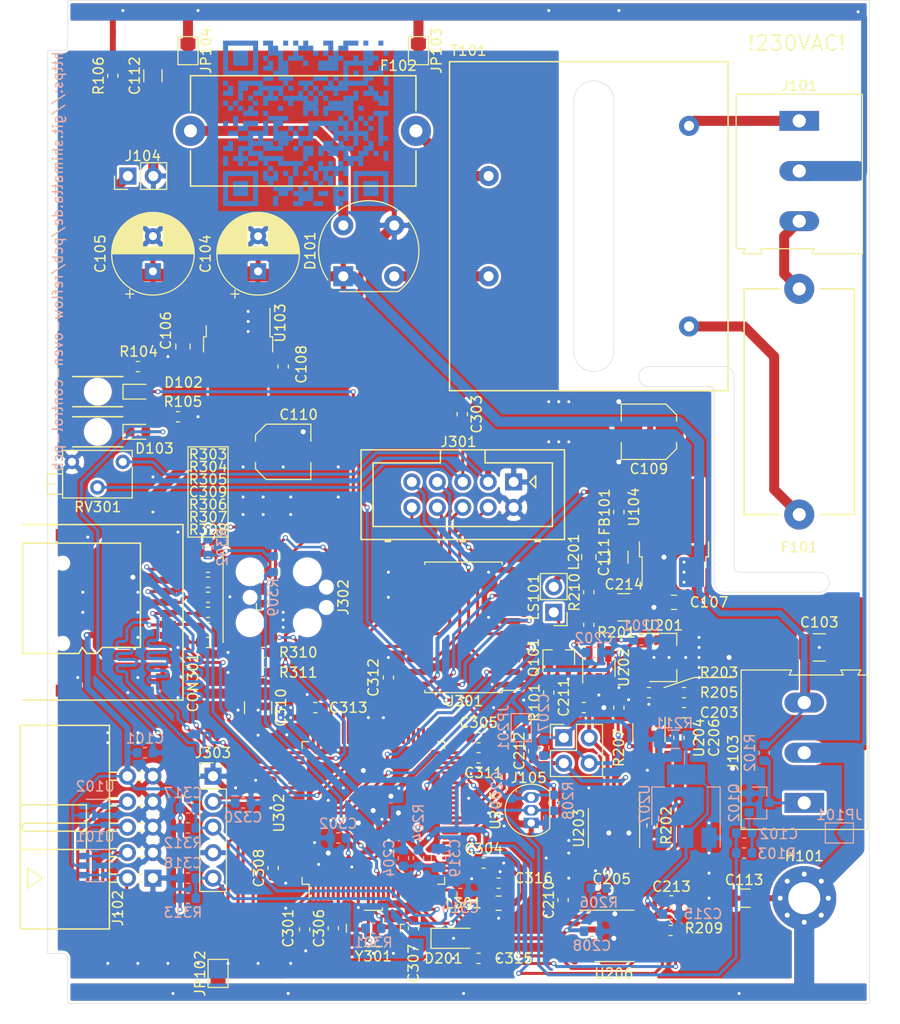
<source format=kicad_pcb>
(kicad_pcb (version 20171130) (host pcbnew 5.1.5)

  (general
    (thickness 1.6)
    (drawings 45)
    (tracks 1846)
    (zones 0)
    (modules 126)
    (nets 131)
  )

  (page A4)
  (layers
    (0 F.Cu signal)
    (31 B.Cu signal)
    (32 B.Adhes user)
    (33 F.Adhes user)
    (34 B.Paste user)
    (35 F.Paste user)
    (36 B.SilkS user)
    (37 F.SilkS user)
    (38 B.Mask user)
    (39 F.Mask user)
    (40 Dwgs.User user)
    (41 Cmts.User user)
    (42 Eco1.User user)
    (43 Eco2.User user)
    (44 Edge.Cuts user)
    (45 Margin user)
    (46 B.CrtYd user)
    (47 F.CrtYd user)
    (48 B.Fab user hide)
    (49 F.Fab user)
  )

  (setup
    (last_trace_width 1)
    (user_trace_width 0.3)
    (user_trace_width 0.4)
    (user_trace_width 0.6)
    (user_trace_width 1)
    (user_trace_width 2)
    (trace_clearance 0.2)
    (zone_clearance 0.25)
    (zone_45_only no)
    (trace_min 0.21)
    (via_size 0.5)
    (via_drill 0.3)
    (via_min_size 0.4)
    (via_min_drill 0.3)
    (user_via 0.9 0.5)
    (uvia_size 0.3)
    (uvia_drill 0.1)
    (uvias_allowed no)
    (uvia_min_size 0.2)
    (uvia_min_drill 0.1)
    (edge_width 0.05)
    (segment_width 0.2)
    (pcb_text_width 0.3)
    (pcb_text_size 1.5 1.5)
    (mod_edge_width 0.12)
    (mod_text_size 1 1)
    (mod_text_width 0.15)
    (pad_size 0.7874 0.7874)
    (pad_drill 0)
    (pad_to_mask_clearance 0.051)
    (solder_mask_min_width 0.25)
    (aux_axis_origin 13 13)
    (grid_origin 13 13)
    (visible_elements FFFFFF7F)
    (pcbplotparams
      (layerselection 0x010fc_ffffffff)
      (usegerberextensions true)
      (usegerberattributes false)
      (usegerberadvancedattributes false)
      (creategerberjobfile true)
      (excludeedgelayer true)
      (linewidth 0.100000)
      (plotframeref false)
      (viasonmask true)
      (mode 1)
      (useauxorigin false)
      (hpglpennumber 1)
      (hpglpenspeed 20)
      (hpglpendiameter 15.000000)
      (psnegative false)
      (psa4output false)
      (plotreference true)
      (plotvalue true)
      (plotinvisibletext false)
      (padsonsilk false)
      (subtractmaskfromsilk false)
      (outputformat 1)
      (mirror false)
      (drillshape 0)
      (scaleselection 1)
      (outputdirectory "gerber/"))
  )

  (net 0 "")
  (net 1 Earth)
  (net 2 GND)
  (net 3 +8V)
  (net 4 +3V3)
  (net 5 +5V)
  (net 6 "Net-(C203-Pad1)")
  (net 7 /Controller/ENC1)
  (net 8 /Controller/ENC2)
  (net 9 /Controller/VREF)
  (net 10 /Controller/SW1)
  (net 11 +5VA)
  (net 12 /Frontend/FORCE+)
  (net 13 /Frontend/FORCE-)
  (net 14 /Frontend/SENS+)
  (net 15 /Frontend/SENS-)
  (net 16 /Controller/SDIO_D1)
  (net 17 /Controller/SDIO_D0)
  (net 18 /Controller/SDIO_CLK)
  (net 19 /Controller/SDIO_CMD)
  (net 20 /Controller/SDIO_D3)
  (net 21 /Controller/SDIO_D2)
  (net 22 "Net-(D102-Pad1)")
  (net 23 /Controller/TEMP_IN)
  (net 24 /L_Trafo)
  (net 25 /L_IN)
  (net 26 /N_IN)
  (net 27 /DIGIO3)
  (net 28 /DIGIO2)
  (net 29 /DIGIO1)
  (net 30 /DIGIO0)
  (net 31 /Controller/SWDIO)
  (net 32 /Controller/SWCLK)
  (net 33 /Controller/PC_RX)
  (net 34 /Controller/PC_TX)
  (net 35 /Controller/~RST)
  (net 36 "Net-(LS101-Pad1)")
  (net 37 /Controller/LCD_VO)
  (net 38 /Controller/LCD_RS)
  (net 39 /Controller/LCD_EN)
  (net 40 /Controller/LCD_D3)
  (net 41 /Controller/LCD_D0)
  (net 42 /Controller/LCD_D2)
  (net 43 /Controller/LCD_D1)
  (net 44 /Controller/FRONTEND_TEMP)
  (net 45 /OUT0)
  (net 46 /OUT3)
  (net 47 /OUT2)
  (net 48 /OUT1)
  (net 49 /Controller/VDDA)
  (net 50 /Frontend/ADC_VDD)
  (net 51 /Frontend/ADC_CS)
  (net 52 /Frontend/ADC_SCK)
  (net 53 /Frontend/ADC_SDO)
  (net 54 +5VL)
  (net 55 /Frontend/VREF_ADC)
  (net 56 /Controller/CARD_DETECT)
  (net 57 "Net-(C102-Pad2)")
  (net 58 "Net-(C201-Pad2)")
  (net 59 "Net-(C210-Pad2)")
  (net 60 "Net-(C306-Pad1)")
  (net 61 "Net-(C307-Pad1)")
  (net 62 "Net-(C311-Pad1)")
  (net 63 "Net-(C313-Pad1)")
  (net 64 "Net-(D101-Pad4)")
  (net 65 "Net-(D101-Pad2)")
  (net 66 "Net-(D103-Pad1)")
  (net 67 "Net-(F102-Pad2)")
  (net 68 "Net-(J103-Pad1)")
  (net 69 "Net-(J302-Pad5)")
  (net 70 "Net-(J302-Pad6)")
  (net 71 "Net-(J302-Pad8)")
  (net 72 "Net-(L201-Pad2)")
  (net 73 "Net-(Q101-Pad1)")
  (net 74 "Net-(R202-Pad1)")
  (net 75 "Net-(R202-Pad2)")
  (net 76 "Net-(R206-Pad2)")
  (net 77 "Net-(U301-Pad2)")
  (net 78 "Net-(U301-Pad4)")
  (net 79 "Net-(U301-Pad6)")
  (net 80 "Net-(U301-Pad7)")
  (net 81 "Net-(U301-Pad8)")
  (net 82 "Net-(U301-Pad9)")
  (net 83 "Net-(U301-Pad15)")
  (net 84 "Net-(U301-Pad17)")
  (net 85 "Net-(U302-Pad2)")
  (net 86 "Net-(U302-Pad3)")
  (net 87 "Net-(U302-Pad4)")
  (net 88 "Net-(U302-Pad5)")
  (net 89 "Net-(U302-Pad7)")
  (net 90 "Net-(U302-Pad8)")
  (net 91 "Net-(U302-Pad9)")
  (net 92 "Net-(U302-Pad15)")
  (net 93 "Net-(U302-Pad16)")
  (net 94 "Net-(U302-Pad17)")
  (net 95 "Net-(U302-Pad18)")
  (net 96 "Net-(U302-Pad26)")
  (net 97 "Net-(U302-Pad29)")
  (net 98 "Net-(U302-Pad32)")
  (net 99 "Net-(U302-Pad33)")
  (net 100 "Net-(U302-Pad34)")
  (net 101 "Net-(U302-Pad38)")
  (net 102 "Net-(U302-Pad39)")
  (net 103 "Net-(U302-Pad40)")
  (net 104 "Net-(U302-Pad41)")
  (net 105 "Net-(U302-Pad42)")
  (net 106 "Net-(U302-Pad43)")
  (net 107 "Net-(U302-Pad44)")
  (net 108 "Net-(U302-Pad45)")
  (net 109 "Net-(U302-Pad46)")
  (net 110 "Net-(U302-Pad51)")
  (net 111 "Net-(U302-Pad52)")
  (net 112 "Net-(U302-Pad53)")
  (net 113 "Net-(U302-Pad54)")
  (net 114 "Net-(U302-Pad59)")
  (net 115 "Net-(U302-Pad60)")
  (net 116 "Net-(U302-Pad61)")
  (net 117 "Net-(U302-Pad62)")
  (net 118 "Net-(U302-Pad63)")
  (net 119 "Net-(U302-Pad64)")
  (net 120 "Net-(U302-Pad70)")
  (net 121 "Net-(U302-Pad71)")
  (net 122 "Net-(U302-Pad77)")
  (net 123 "Net-(U302-Pad81)")
  (net 124 "Net-(U302-Pad82)")
  (net 125 "Net-(U302-Pad84)")
  (net 126 "Net-(U302-Pad86)")
  (net 127 "Net-(U302-Pad95)")
  (net 128 "Net-(U302-Pad96)")
  (net 129 "Net-(U302-Pad97)")
  (net 130 "Net-(U302-Pad98)")

  (net_class Default "This is the default net class."
    (clearance 0.2)
    (trace_width 0.25)
    (via_dia 0.5)
    (via_drill 0.3)
    (uvia_dia 0.3)
    (uvia_drill 0.1)
    (diff_pair_width 0.21)
    (diff_pair_gap 0.25)
    (add_net +3V3)
    (add_net +5V)
    (add_net +5VA)
    (add_net +5VL)
    (add_net +8V)
    (add_net /Controller/CARD_DETECT)
    (add_net /Controller/ENC1)
    (add_net /Controller/ENC2)
    (add_net /Controller/FRONTEND_TEMP)
    (add_net /Controller/LCD_D0)
    (add_net /Controller/LCD_D1)
    (add_net /Controller/LCD_D2)
    (add_net /Controller/LCD_D3)
    (add_net /Controller/LCD_EN)
    (add_net /Controller/LCD_RS)
    (add_net /Controller/LCD_VO)
    (add_net /Controller/PC_RX)
    (add_net /Controller/PC_TX)
    (add_net /Controller/SDIO_CLK)
    (add_net /Controller/SDIO_CMD)
    (add_net /Controller/SDIO_D0)
    (add_net /Controller/SDIO_D1)
    (add_net /Controller/SDIO_D2)
    (add_net /Controller/SDIO_D3)
    (add_net /Controller/SW1)
    (add_net /Controller/SWCLK)
    (add_net /Controller/SWDIO)
    (add_net /Controller/TEMP_IN)
    (add_net /Controller/VDDA)
    (add_net /Controller/VREF)
    (add_net /Controller/~RST)
    (add_net /DIGIO0)
    (add_net /DIGIO1)
    (add_net /DIGIO2)
    (add_net /DIGIO3)
    (add_net /Frontend/ADC_CS)
    (add_net /Frontend/ADC_SCK)
    (add_net /Frontend/ADC_SDO)
    (add_net /Frontend/ADC_VDD)
    (add_net /Frontend/FORCE+)
    (add_net /Frontend/FORCE-)
    (add_net /Frontend/SENS+)
    (add_net /Frontend/SENS-)
    (add_net /Frontend/VREF_ADC)
    (add_net /OUT0)
    (add_net /OUT1)
    (add_net /OUT2)
    (add_net /OUT3)
    (add_net Earth)
    (add_net GND)
    (add_net "Net-(C102-Pad2)")
    (add_net "Net-(C201-Pad2)")
    (add_net "Net-(C203-Pad1)")
    (add_net "Net-(C210-Pad2)")
    (add_net "Net-(C306-Pad1)")
    (add_net "Net-(C307-Pad1)")
    (add_net "Net-(C311-Pad1)")
    (add_net "Net-(C313-Pad1)")
    (add_net "Net-(D101-Pad2)")
    (add_net "Net-(D101-Pad4)")
    (add_net "Net-(D102-Pad1)")
    (add_net "Net-(D103-Pad1)")
    (add_net "Net-(F102-Pad2)")
    (add_net "Net-(J103-Pad1)")
    (add_net "Net-(J302-Pad5)")
    (add_net "Net-(J302-Pad6)")
    (add_net "Net-(J302-Pad8)")
    (add_net "Net-(L201-Pad2)")
    (add_net "Net-(LS101-Pad1)")
    (add_net "Net-(Q101-Pad1)")
    (add_net "Net-(R202-Pad1)")
    (add_net "Net-(R202-Pad2)")
    (add_net "Net-(R206-Pad2)")
    (add_net "Net-(U301-Pad15)")
    (add_net "Net-(U301-Pad17)")
    (add_net "Net-(U301-Pad2)")
    (add_net "Net-(U301-Pad4)")
    (add_net "Net-(U301-Pad6)")
    (add_net "Net-(U301-Pad7)")
    (add_net "Net-(U301-Pad8)")
    (add_net "Net-(U301-Pad9)")
    (add_net "Net-(U302-Pad15)")
    (add_net "Net-(U302-Pad16)")
    (add_net "Net-(U302-Pad17)")
    (add_net "Net-(U302-Pad18)")
    (add_net "Net-(U302-Pad2)")
    (add_net "Net-(U302-Pad26)")
    (add_net "Net-(U302-Pad29)")
    (add_net "Net-(U302-Pad3)")
    (add_net "Net-(U302-Pad32)")
    (add_net "Net-(U302-Pad33)")
    (add_net "Net-(U302-Pad34)")
    (add_net "Net-(U302-Pad38)")
    (add_net "Net-(U302-Pad39)")
    (add_net "Net-(U302-Pad4)")
    (add_net "Net-(U302-Pad40)")
    (add_net "Net-(U302-Pad41)")
    (add_net "Net-(U302-Pad42)")
    (add_net "Net-(U302-Pad43)")
    (add_net "Net-(U302-Pad44)")
    (add_net "Net-(U302-Pad45)")
    (add_net "Net-(U302-Pad46)")
    (add_net "Net-(U302-Pad5)")
    (add_net "Net-(U302-Pad51)")
    (add_net "Net-(U302-Pad52)")
    (add_net "Net-(U302-Pad53)")
    (add_net "Net-(U302-Pad54)")
    (add_net "Net-(U302-Pad59)")
    (add_net "Net-(U302-Pad60)")
    (add_net "Net-(U302-Pad61)")
    (add_net "Net-(U302-Pad62)")
    (add_net "Net-(U302-Pad63)")
    (add_net "Net-(U302-Pad64)")
    (add_net "Net-(U302-Pad7)")
    (add_net "Net-(U302-Pad70)")
    (add_net "Net-(U302-Pad71)")
    (add_net "Net-(U302-Pad77)")
    (add_net "Net-(U302-Pad8)")
    (add_net "Net-(U302-Pad81)")
    (add_net "Net-(U302-Pad82)")
    (add_net "Net-(U302-Pad84)")
    (add_net "Net-(U302-Pad86)")
    (add_net "Net-(U302-Pad9)")
    (add_net "Net-(U302-Pad95)")
    (add_net "Net-(U302-Pad96)")
    (add_net "Net-(U302-Pad97)")
    (add_net "Net-(U302-Pad98)")
  )

  (net_class HV ""
    (clearance 2.55)
    (trace_width 1)
    (via_dia 0.5)
    (via_drill 0.3)
    (uvia_dia 0.3)
    (uvia_drill 0.1)
    (diff_pair_width 0.21)
    (diff_pair_gap 0.25)
    (add_net /L_IN)
    (add_net /L_Trafo)
    (add_net /N_IN)
  )

  (module Jumper:SolderJumper-2_P1.3mm_Open_TrianglePad1.0x1.5mm (layer F.Cu) (tedit 5A64794F) (tstamp 5E102D21)
    (at 30 18 270)
    (descr "SMD Solder Jumper, 1x1.5mm Triangular Pads, 0.3mm gap, open")
    (tags "solder jumper open")
    (path /5E154E5C)
    (attr virtual)
    (fp_text reference JP104 (at 0 -1.8 90) (layer F.SilkS)
      (effects (font (size 1 1) (thickness 0.15)))
    )
    (fp_text value EarthBridge (at 0 1.9 90) (layer F.Fab)
      (effects (font (size 1 1) (thickness 0.15)))
    )
    (fp_line (start 1.65 1.25) (end -1.65 1.25) (layer F.CrtYd) (width 0.05))
    (fp_line (start 1.65 1.25) (end 1.65 -1.25) (layer F.CrtYd) (width 0.05))
    (fp_line (start -1.65 -1.25) (end -1.65 1.25) (layer F.CrtYd) (width 0.05))
    (fp_line (start -1.65 -1.25) (end 1.65 -1.25) (layer F.CrtYd) (width 0.05))
    (fp_line (start -1.4 -1) (end 1.4 -1) (layer F.SilkS) (width 0.12))
    (fp_line (start 1.4 -1) (end 1.4 1) (layer F.SilkS) (width 0.12))
    (fp_line (start 1.4 1) (end -1.4 1) (layer F.SilkS) (width 0.12))
    (fp_line (start -1.4 1) (end -1.4 -1) (layer F.SilkS) (width 0.12))
    (pad 1 smd custom (at -0.725 0 270) (size 0.3 0.3) (layers F.Cu F.Mask)
      (net 1 Earth) (zone_connect 2)
      (options (clearance outline) (anchor rect))
      (primitives
        (gr_poly (pts
           (xy -0.5 -0.75) (xy 0.5 -0.75) (xy 1 0) (xy 0.5 0.75) (xy -0.5 0.75)
) (width 0))
      ))
    (pad 2 smd custom (at 0.725 0 270) (size 0.3 0.3) (layers F.Cu F.Mask)
      (net 2 GND) (zone_connect 2)
      (options (clearance outline) (anchor rect))
      (primitives
        (gr_poly (pts
           (xy -0.65 -0.75) (xy 0.5 -0.75) (xy 0.5 0.75) (xy -0.65 0.75) (xy -0.15 0)
) (width 0))
      ))
  )

  (module Jumper:SolderJumper-2_P1.3mm_Open_TrianglePad1.0x1.5mm (layer F.Cu) (tedit 5A64794F) (tstamp 5E102D13)
    (at 53 18 270)
    (descr "SMD Solder Jumper, 1x1.5mm Triangular Pads, 0.3mm gap, open")
    (tags "solder jumper open")
    (path /5E154646)
    (attr virtual)
    (fp_text reference JP103 (at 0 -1.8 90) (layer F.SilkS)
      (effects (font (size 1 1) (thickness 0.15)))
    )
    (fp_text value EarthBridge (at 0 1.9 90) (layer F.Fab)
      (effects (font (size 1 1) (thickness 0.15)))
    )
    (fp_line (start 1.65 1.25) (end -1.65 1.25) (layer F.CrtYd) (width 0.05))
    (fp_line (start 1.65 1.25) (end 1.65 -1.25) (layer F.CrtYd) (width 0.05))
    (fp_line (start -1.65 -1.25) (end -1.65 1.25) (layer F.CrtYd) (width 0.05))
    (fp_line (start -1.65 -1.25) (end 1.65 -1.25) (layer F.CrtYd) (width 0.05))
    (fp_line (start -1.4 -1) (end 1.4 -1) (layer F.SilkS) (width 0.12))
    (fp_line (start 1.4 -1) (end 1.4 1) (layer F.SilkS) (width 0.12))
    (fp_line (start 1.4 1) (end -1.4 1) (layer F.SilkS) (width 0.12))
    (fp_line (start -1.4 1) (end -1.4 -1) (layer F.SilkS) (width 0.12))
    (pad 1 smd custom (at -0.725 0 270) (size 0.3 0.3) (layers F.Cu F.Mask)
      (net 1 Earth) (zone_connect 2)
      (options (clearance outline) (anchor rect))
      (primitives
        (gr_poly (pts
           (xy -0.5 -0.75) (xy 0.5 -0.75) (xy 1 0) (xy 0.5 0.75) (xy -0.5 0.75)
) (width 0))
      ))
    (pad 2 smd custom (at 0.725 0 270) (size 0.3 0.3) (layers F.Cu F.Mask)
      (net 2 GND) (zone_connect 2)
      (options (clearance outline) (anchor rect))
      (primitives
        (gr_poly (pts
           (xy -0.65 -0.75) (xy 0.5 -0.75) (xy 0.5 0.75) (xy -0.65 0.75) (xy -0.15 0)
) (width 0))
      ))
  )

  (module Jumper:SolderJumper-2_P1.3mm_Open_TrianglePad1.0x1.5mm (layer F.Cu) (tedit 5A64794F) (tstamp 5E102D05)
    (at 33 110 90)
    (descr "SMD Solder Jumper, 1x1.5mm Triangular Pads, 0.3mm gap, open")
    (tags "solder jumper open")
    (path /5E1491CF)
    (attr virtual)
    (fp_text reference JP102 (at 0 -1.8 90) (layer F.SilkS)
      (effects (font (size 1 1) (thickness 0.15)))
    )
    (fp_text value EarthBridge (at 0 1.9 90) (layer F.Fab)
      (effects (font (size 1 1) (thickness 0.15)))
    )
    (fp_line (start 1.65 1.25) (end -1.65 1.25) (layer F.CrtYd) (width 0.05))
    (fp_line (start 1.65 1.25) (end 1.65 -1.25) (layer F.CrtYd) (width 0.05))
    (fp_line (start -1.65 -1.25) (end -1.65 1.25) (layer F.CrtYd) (width 0.05))
    (fp_line (start -1.65 -1.25) (end 1.65 -1.25) (layer F.CrtYd) (width 0.05))
    (fp_line (start -1.4 -1) (end 1.4 -1) (layer F.SilkS) (width 0.12))
    (fp_line (start 1.4 -1) (end 1.4 1) (layer F.SilkS) (width 0.12))
    (fp_line (start 1.4 1) (end -1.4 1) (layer F.SilkS) (width 0.12))
    (fp_line (start -1.4 1) (end -1.4 -1) (layer F.SilkS) (width 0.12))
    (pad 1 smd custom (at -0.725 0 90) (size 0.3 0.3) (layers F.Cu F.Mask)
      (net 1 Earth) (zone_connect 2)
      (options (clearance outline) (anchor rect))
      (primitives
        (gr_poly (pts
           (xy -0.5 -0.75) (xy 0.5 -0.75) (xy 1 0) (xy 0.5 0.75) (xy -0.5 0.75)
) (width 0))
      ))
    (pad 2 smd custom (at 0.725 0 90) (size 0.3 0.3) (layers F.Cu F.Mask)
      (net 2 GND) (zone_connect 2)
      (options (clearance outline) (anchor rect))
      (primitives
        (gr_poly (pts
           (xy -0.65 -0.75) (xy 0.5 -0.75) (xy 0.5 0.75) (xy -0.65 0.75) (xy -0.15 0)
) (width 0))
      ))
  )

  (module Jumper:SolderJumper-2_P1.3mm_Open_TrianglePad1.0x1.5mm (layer B.Cu) (tedit 5A64794F) (tstamp 5E102CF7)
    (at 95 96 180)
    (descr "SMD Solder Jumper, 1x1.5mm Triangular Pads, 0.3mm gap, open")
    (tags "solder jumper open")
    (path /5E168E1A)
    (attr virtual)
    (fp_text reference JP101 (at 0 1.8) (layer B.SilkS)
      (effects (font (size 1 1) (thickness 0.15)) (justify mirror))
    )
    (fp_text value EarthBridge (at 0 -1.9) (layer B.Fab)
      (effects (font (size 1 1) (thickness 0.15)) (justify mirror))
    )
    (fp_line (start 1.65 -1.25) (end -1.65 -1.25) (layer B.CrtYd) (width 0.05))
    (fp_line (start 1.65 -1.25) (end 1.65 1.25) (layer B.CrtYd) (width 0.05))
    (fp_line (start -1.65 1.25) (end -1.65 -1.25) (layer B.CrtYd) (width 0.05))
    (fp_line (start -1.65 1.25) (end 1.65 1.25) (layer B.CrtYd) (width 0.05))
    (fp_line (start -1.4 1) (end 1.4 1) (layer B.SilkS) (width 0.12))
    (fp_line (start 1.4 1) (end 1.4 -1) (layer B.SilkS) (width 0.12))
    (fp_line (start 1.4 -1) (end -1.4 -1) (layer B.SilkS) (width 0.12))
    (fp_line (start -1.4 -1) (end -1.4 1) (layer B.SilkS) (width 0.12))
    (pad 1 smd custom (at -0.725 0 180) (size 0.3 0.3) (layers B.Cu B.Mask)
      (net 1 Earth) (zone_connect 2)
      (options (clearance outline) (anchor rect))
      (primitives
        (gr_poly (pts
           (xy -0.5 0.75) (xy 0.5 0.75) (xy 1 0) (xy 0.5 -0.75) (xy -0.5 -0.75)
) (width 0))
      ))
    (pad 2 smd custom (at 0.725 0 180) (size 0.3 0.3) (layers B.Cu B.Mask)
      (net 2 GND) (zone_connect 2)
      (options (clearance outline) (anchor rect))
      (primitives
        (gr_poly (pts
           (xy -0.65 0.75) (xy 0.5 0.75) (xy 0.5 -0.75) (xy -0.65 -0.75) (xy -0.15 0)
) (width 0))
      ))
  )

  (module shimatta_smd:MCC-SDMICRO3-112J-TDAR-R01 (layer F.Cu) (tedit 5E0F7980) (tstamp 5DEF124A)
    (at 28 67.5 270)
    (path /5D77EC9D/5DB776DE)
    (fp_text reference CON301 (at 13.5 -2.5 90) (layer F.SilkS)
      (effects (font (size 1 1) (thickness 0.15)))
    )
    (fp_text value Micro_SD (at 7.25 -2.25 90) (layer F.Fab)
      (effects (font (size 1 1) (thickness 0.15)))
    )
    (fp_line (start -0.4 14.5) (end -0.4 13.8) (layer F.Fab) (width 0.12))
    (fp_line (start 13.8 1.5) (end 13.8 14.5) (layer F.Fab) (width 0.12))
    (fp_line (start 12.4 1.5) (end 13.8 1.5) (layer F.Fab) (width 0.12))
    (fp_line (start 12.4 1) (end 12.4 1.5) (layer F.Fab) (width 0.12))
    (fp_line (start 13.8 1) (end 12.4 1) (layer F.Fab) (width 0.12))
    (fp_line (start 13.8 0) (end 13.8 1) (layer F.Fab) (width 0.12))
    (fp_line (start -0.7 0) (end 13.8 0) (layer F.Fab) (width 0.12))
    (fp_line (start -0.7 13.8) (end -0.7 0) (layer F.Fab) (width 0.12))
    (fp_line (start 7.7 13.8) (end -0.7 13.8) (layer F.Fab) (width 0.12))
    (fp_line (start 9.5 14.5) (end 7.7 13.8) (layer F.Fab) (width 0.12))
    (fp_line (start 13.8 14.5) (end 9.5 14.5) (layer F.Fab) (width 0.12))
    (fp_text user Inserted (at 8.1 16.4 90) (layer F.Fab)
      (effects (font (size 0.25 0.25) (thickness 0.05)))
    )
    (fp_line (start -0.4 15.5) (end -0.4 14.5) (layer F.Fab) (width 0.12))
    (fp_line (start 0.8 16.7) (end 9.4 16.7) (layer F.Fab) (width 0.12))
    (fp_arc (start 0.8 15.5) (end -0.4 15.5) (angle -90) (layer F.Fab) (width 0.12))
    (fp_line (start 10.6 15.5) (end 10.6 14.5) (layer F.Fab) (width 0.12))
    (fp_arc (start 9.4 15.5) (end 9.4 16.7) (angle -90) (layer F.Fab) (width 0.12))
    (fp_text user Push-in (at 8.1 15.4 90) (layer F.Fab)
      (effects (font (size 0.25 0.25) (thickness 0.05)))
    )
    (fp_line (start 0.8 15.7) (end 9.4 15.7) (layer F.Fab) (width 0.12))
    (fp_arc (start 0.8 14.5) (end -0.4 14.5) (angle -90) (layer F.Fab) (width 0.12))
    (fp_arc (start 9.4 14.5) (end 9.4 15.7) (angle -90) (layer F.Fab) (width 0.12))
    (fp_line (start -2.25 14.5) (end -2.25 -1.5) (layer F.CrtYd) (width 0.15))
    (fp_line (start 15.25 14.5) (end -2.25 14.5) (layer F.CrtYd) (width 0.15))
    (fp_line (start 15.25 -1.5) (end 15.25 14.5) (layer F.CrtYd) (width 0.15))
    (fp_line (start -2.25 -1.5) (end 15.25 -1.5) (layer F.CrtYd) (width 0.15))
    (fp_line (start -0.4 2.75) (end -0.4 14.5) (layer F.SilkS) (width 0.15))
    (fp_line (start 0.75 2.75) (end -0.4 2.75) (layer F.SilkS) (width 0.15))
    (fp_line (start 10 2.75) (end 0.75 2.75) (layer F.SilkS) (width 0.15))
    (fp_line (start 10 6.55) (end 10 2.75) (layer F.SilkS) (width 0.15))
    (fp_line (start 10.6 7.1) (end 10 6.55) (layer F.SilkS) (width 0.15))
    (fp_line (start 10.6 8.1) (end 10.6 7.1) (layer F.SilkS) (width 0.15))
    (fp_line (start 10 8.55) (end 10.6 8.1) (layer F.SilkS) (width 0.15))
    (fp_line (start 10.6 8.9) (end 10 8.55) (layer F.SilkS) (width 0.15))
    (fp_line (start 10.6 14.5) (end 10.6 8.9) (layer F.SilkS) (width 0.15))
    (fp_line (start -0.4 14.5) (end 10.6 14.5) (layer F.SilkS) (width 0.15))
    (fp_line (start -2.25 14.5) (end -2.25 11.25) (layer F.SilkS) (width 0.15))
    (fp_line (start 15.25 -1.5) (end 15.25 14.5) (layer F.SilkS) (width 0.15))
    (fp_line (start -2.25 -1.5) (end 15.25 -1.5) (layer F.SilkS) (width 0.15))
    (fp_line (start -2.25 -1.25) (end -2.25 -1.5) (layer F.SilkS) (width 0.15))
    (fp_line (start -2.25 11.25) (end -2.25 -1.25) (layer F.SilkS) (width 0.15))
    (fp_line (start 9.6 4) (end 9.6 6) (layer F.CrtYd) (width 0.15))
    (fp_line (start 0.6 4) (end 9.6 4) (layer F.CrtYd) (width 0.15))
    (fp_line (start 0.6 6) (end 0.6 4) (layer F.CrtYd) (width 0.15))
    (fp_line (start 9.6 6) (end 0.6 6) (layer F.CrtYd) (width 0.15))
    (pad 11 smd rect (at 14.3 10.1 270) (size 1.2 2.2) (layers F.Cu F.Paste F.Mask)
      (net 2 GND))
    (pad "" np_thru_hole circle (at 9.6 10.5 270) (size 1 1) (drill 1) (layers *.Cu *.Mask))
    (pad "" np_thru_hole circle (at 1.6 10.5 270) (size 1 1) (drill 1) (layers *.Cu *.Mask))
    (pad 12 smd rect (at -1.2 10.1 270) (size 1.2 2.2) (layers F.Cu F.Paste F.Mask)
      (net 2 GND))
    (pad 13 smd rect (at -1.2 0.5 270) (size 1.2 1.4) (layers F.Cu F.Paste F.Mask)
      (net 2 GND))
    (pad 10 smd rect (at 13.4 0.5 270) (size 1.6 1.4) (layers F.Cu F.Paste F.Mask)
      (net 2 GND))
    (pad 1 smd rect (at 8.8 0 270) (size 0.7 1.6) (layers F.Cu F.Paste F.Mask)
      (net 21 /Controller/SDIO_D2))
    (pad 2 smd rect (at 7.7 0 270) (size 0.7 1.6) (layers F.Cu F.Paste F.Mask)
      (net 20 /Controller/SDIO_D3))
    (pad 3 smd rect (at 6.6 0 270) (size 0.7 1.6) (layers F.Cu F.Paste F.Mask)
      (net 19 /Controller/SDIO_CMD))
    (pad 4 smd rect (at 5.5 0 270) (size 0.7 1.6) (layers F.Cu F.Paste F.Mask)
      (net 4 +3V3))
    (pad 5 smd rect (at 4.4 0 270) (size 0.7 1.6) (layers F.Cu F.Paste F.Mask)
      (net 18 /Controller/SDIO_CLK))
    (pad 6 smd rect (at 3.3 0 270) (size 0.7 1.6) (layers F.Cu F.Paste F.Mask)
      (net 2 GND))
    (pad 7 smd rect (at 2.2 0 270) (size 0.7 1.6) (layers F.Cu F.Paste F.Mask)
      (net 17 /Controller/SDIO_D0))
    (pad 8 smd rect (at 1.1 0 270) (size 0.7 1.6) (layers F.Cu F.Paste F.Mask)
      (net 16 /Controller/SDIO_D1))
    (pad 9 smd rect (at 0 0 270) (size 0.7 1.6) (layers F.Cu F.Paste F.Mask)
      (net 56 /Controller/CARD_DETECT))
  )

  (module proz_unknown:1271.1001 (layer F.Cu) (tedit 5C192637) (tstamp 5E0E4506)
    (at 21 56 180)
    (path /5E220866)
    (fp_text reference FID102 (at 0.5 8) (layer F.SilkS) hide
      (effects (font (size 1 1) (thickness 0.15)))
    )
    (fp_text value LightGuide (at 4.1 -2.5) (layer F.Fab) hide
      (effects (font (size 1 1) (thickness 0.15)))
    )
    (fp_line (start -1.8 1.2) (end -1.8 -1.2) (layer F.CrtYd) (width 0.12))
    (fp_line (start -6 1.2) (end -1.8 1.2) (layer F.CrtYd) (width 0.12))
    (fp_line (start -6 -1.2) (end -6 1.2) (layer F.CrtYd) (width 0.12))
    (fp_line (start -1.8 -1.2) (end -6 -1.2) (layer F.CrtYd) (width 0.12))
    (fp_line (start -1.5 1.5) (end -1.5 -1.5) (layer F.CrtYd) (width 0.12))
    (fp_line (start 1.5 -1.5) (end 1.5 1.5) (layer F.CrtYd) (width 0.12))
    (fp_line (start -6.3 -1.5) (end -6.3 1.5) (layer F.CrtYd) (width 0.12))
    (fp_line (start 8.1 -1.5) (end -6.3 -1.5) (layer F.CrtYd) (width 0.12))
    (fp_line (start 8.1 1.5) (end 8.1 -1.5) (layer F.CrtYd) (width 0.12))
    (fp_line (start -6.3 1.5) (end 8.1 1.5) (layer F.CrtYd) (width 0.12))
    (fp_line (start -2.5 -1.5) (end 2.5 -1.5) (layer F.SilkS) (width 0.15))
    (fp_line (start -2.5 1.5) (end 2.5 1.5) (layer F.SilkS) (width 0.15))
    (pad "" np_thru_hole circle (at 0 0 180) (size 2.3 2.3) (drill 2.3) (layers *.Cu *.Mask))
  )

  (module Package_QFP:LQFP-100_14x14mm_P0.5mm (layer F.Cu) (tedit 5C1956D1) (tstamp 5DEF18B5)
    (at 48.5 94 90)
    (descr "LQFP, 100 Pin (https://www.nxp.com/docs/en/package-information/SOT407-1.pdf), generated with kicad-footprint-generator ipc_gullwing_generator.py")
    (tags "LQFP QFP")
    (path /5D77EC9D/5D78060E)
    (attr smd)
    (fp_text reference U302 (at 0 -9.42 90) (layer F.SilkS)
      (effects (font (size 1 1) (thickness 0.15)))
    )
    (fp_text value STM32F407VETx (at 0 9.42 90) (layer F.Fab)
      (effects (font (size 1 1) (thickness 0.15)))
    )
    (fp_line (start 6.41 7.11) (end 7.11 7.11) (layer F.SilkS) (width 0.12))
    (fp_line (start 7.11 7.11) (end 7.11 6.41) (layer F.SilkS) (width 0.12))
    (fp_line (start -6.41 7.11) (end -7.11 7.11) (layer F.SilkS) (width 0.12))
    (fp_line (start -7.11 7.11) (end -7.11 6.41) (layer F.SilkS) (width 0.12))
    (fp_line (start 6.41 -7.11) (end 7.11 -7.11) (layer F.SilkS) (width 0.12))
    (fp_line (start 7.11 -7.11) (end 7.11 -6.41) (layer F.SilkS) (width 0.12))
    (fp_line (start -6.41 -7.11) (end -7.11 -7.11) (layer F.SilkS) (width 0.12))
    (fp_line (start -7.11 -7.11) (end -7.11 -6.41) (layer F.SilkS) (width 0.12))
    (fp_line (start -7.11 -6.41) (end -8.475 -6.41) (layer F.SilkS) (width 0.12))
    (fp_line (start -6 -7) (end 7 -7) (layer F.Fab) (width 0.1))
    (fp_line (start 7 -7) (end 7 7) (layer F.Fab) (width 0.1))
    (fp_line (start 7 7) (end -7 7) (layer F.Fab) (width 0.1))
    (fp_line (start -7 7) (end -7 -6) (layer F.Fab) (width 0.1))
    (fp_line (start -7 -6) (end -6 -7) (layer F.Fab) (width 0.1))
    (fp_line (start 0 -8.72) (end -6.4 -8.72) (layer F.CrtYd) (width 0.05))
    (fp_line (start -6.4 -8.72) (end -6.4 -7.25) (layer F.CrtYd) (width 0.05))
    (fp_line (start -6.4 -7.25) (end -7.25 -7.25) (layer F.CrtYd) (width 0.05))
    (fp_line (start -7.25 -7.25) (end -7.25 -6.4) (layer F.CrtYd) (width 0.05))
    (fp_line (start -7.25 -6.4) (end -8.72 -6.4) (layer F.CrtYd) (width 0.05))
    (fp_line (start -8.72 -6.4) (end -8.72 0) (layer F.CrtYd) (width 0.05))
    (fp_line (start 0 -8.72) (end 6.4 -8.72) (layer F.CrtYd) (width 0.05))
    (fp_line (start 6.4 -8.72) (end 6.4 -7.25) (layer F.CrtYd) (width 0.05))
    (fp_line (start 6.4 -7.25) (end 7.25 -7.25) (layer F.CrtYd) (width 0.05))
    (fp_line (start 7.25 -7.25) (end 7.25 -6.4) (layer F.CrtYd) (width 0.05))
    (fp_line (start 7.25 -6.4) (end 8.72 -6.4) (layer F.CrtYd) (width 0.05))
    (fp_line (start 8.72 -6.4) (end 8.72 0) (layer F.CrtYd) (width 0.05))
    (fp_line (start 0 8.72) (end -6.4 8.72) (layer F.CrtYd) (width 0.05))
    (fp_line (start -6.4 8.72) (end -6.4 7.25) (layer F.CrtYd) (width 0.05))
    (fp_line (start -6.4 7.25) (end -7.25 7.25) (layer F.CrtYd) (width 0.05))
    (fp_line (start -7.25 7.25) (end -7.25 6.4) (layer F.CrtYd) (width 0.05))
    (fp_line (start -7.25 6.4) (end -8.72 6.4) (layer F.CrtYd) (width 0.05))
    (fp_line (start -8.72 6.4) (end -8.72 0) (layer F.CrtYd) (width 0.05))
    (fp_line (start 0 8.72) (end 6.4 8.72) (layer F.CrtYd) (width 0.05))
    (fp_line (start 6.4 8.72) (end 6.4 7.25) (layer F.CrtYd) (width 0.05))
    (fp_line (start 6.4 7.25) (end 7.25 7.25) (layer F.CrtYd) (width 0.05))
    (fp_line (start 7.25 7.25) (end 7.25 6.4) (layer F.CrtYd) (width 0.05))
    (fp_line (start 7.25 6.4) (end 8.72 6.4) (layer F.CrtYd) (width 0.05))
    (fp_line (start 8.72 6.4) (end 8.72 0) (layer F.CrtYd) (width 0.05))
    (fp_text user %R (at 0 0 90) (layer F.Fab)
      (effects (font (size 1 1) (thickness 0.15)))
    )
    (pad 1 smd roundrect (at -7.675 -6 90) (size 1.6 0.3) (layers F.Cu F.Paste F.Mask) (roundrect_rratio 0.25)
      (net 51 /Frontend/ADC_CS))
    (pad 2 smd roundrect (at -7.675 -5.5 90) (size 1.6 0.3) (layers F.Cu F.Paste F.Mask) (roundrect_rratio 0.25)
      (net 85 "Net-(U302-Pad2)"))
    (pad 3 smd roundrect (at -7.675 -5 90) (size 1.6 0.3) (layers F.Cu F.Paste F.Mask) (roundrect_rratio 0.25)
      (net 86 "Net-(U302-Pad3)"))
    (pad 4 smd roundrect (at -7.675 -4.5 90) (size 1.6 0.3) (layers F.Cu F.Paste F.Mask) (roundrect_rratio 0.25)
      (net 87 "Net-(U302-Pad4)"))
    (pad 5 smd roundrect (at -7.675 -4 90) (size 1.6 0.3) (layers F.Cu F.Paste F.Mask) (roundrect_rratio 0.25)
      (net 88 "Net-(U302-Pad5)"))
    (pad 6 smd roundrect (at -7.675 -3.5 90) (size 1.6 0.3) (layers F.Cu F.Paste F.Mask) (roundrect_rratio 0.25)
      (net 4 +3V3))
    (pad 7 smd roundrect (at -7.675 -3 90) (size 1.6 0.3) (layers F.Cu F.Paste F.Mask) (roundrect_rratio 0.25)
      (net 89 "Net-(U302-Pad7)"))
    (pad 8 smd roundrect (at -7.675 -2.5 90) (size 1.6 0.3) (layers F.Cu F.Paste F.Mask) (roundrect_rratio 0.25)
      (net 90 "Net-(U302-Pad8)"))
    (pad 9 smd roundrect (at -7.675 -2 90) (size 1.6 0.3) (layers F.Cu F.Paste F.Mask) (roundrect_rratio 0.25)
      (net 91 "Net-(U302-Pad9)"))
    (pad 10 smd roundrect (at -7.675 -1.5 90) (size 1.6 0.3) (layers F.Cu F.Paste F.Mask) (roundrect_rratio 0.25)
      (net 2 GND))
    (pad 11 smd roundrect (at -7.675 -1 90) (size 1.6 0.3) (layers F.Cu F.Paste F.Mask) (roundrect_rratio 0.25)
      (net 4 +3V3))
    (pad 12 smd roundrect (at -7.675 -0.5 90) (size 1.6 0.3) (layers F.Cu F.Paste F.Mask) (roundrect_rratio 0.25)
      (net 60 "Net-(C306-Pad1)"))
    (pad 13 smd roundrect (at -7.675 0 90) (size 1.6 0.3) (layers F.Cu F.Paste F.Mask) (roundrect_rratio 0.25)
      (net 61 "Net-(C307-Pad1)"))
    (pad 14 smd roundrect (at -7.675 0.5 90) (size 1.6 0.3) (layers F.Cu F.Paste F.Mask) (roundrect_rratio 0.25)
      (net 35 /Controller/~RST))
    (pad 15 smd roundrect (at -7.675 1 90) (size 1.6 0.3) (layers F.Cu F.Paste F.Mask) (roundrect_rratio 0.25)
      (net 92 "Net-(U302-Pad15)"))
    (pad 16 smd roundrect (at -7.675 1.5 90) (size 1.6 0.3) (layers F.Cu F.Paste F.Mask) (roundrect_rratio 0.25)
      (net 93 "Net-(U302-Pad16)"))
    (pad 17 smd roundrect (at -7.675 2 90) (size 1.6 0.3) (layers F.Cu F.Paste F.Mask) (roundrect_rratio 0.25)
      (net 94 "Net-(U302-Pad17)"))
    (pad 18 smd roundrect (at -7.675 2.5 90) (size 1.6 0.3) (layers F.Cu F.Paste F.Mask) (roundrect_rratio 0.25)
      (net 95 "Net-(U302-Pad18)"))
    (pad 19 smd roundrect (at -7.675 3 90) (size 1.6 0.3) (layers F.Cu F.Paste F.Mask) (roundrect_rratio 0.25)
      (net 4 +3V3))
    (pad 20 smd roundrect (at -7.675 3.5 90) (size 1.6 0.3) (layers F.Cu F.Paste F.Mask) (roundrect_rratio 0.25)
      (net 2 GND))
    (pad 21 smd roundrect (at -7.675 4 90) (size 1.6 0.3) (layers F.Cu F.Paste F.Mask) (roundrect_rratio 0.25)
      (net 9 /Controller/VREF))
    (pad 22 smd roundrect (at -7.675 4.5 90) (size 1.6 0.3) (layers F.Cu F.Paste F.Mask) (roundrect_rratio 0.25)
      (net 49 /Controller/VDDA))
    (pad 23 smd roundrect (at -7.675 5 90) (size 1.6 0.3) (layers F.Cu F.Paste F.Mask) (roundrect_rratio 0.25)
      (net 7 /Controller/ENC1))
    (pad 24 smd roundrect (at -7.675 5.5 90) (size 1.6 0.3) (layers F.Cu F.Paste F.Mask) (roundrect_rratio 0.25)
      (net 8 /Controller/ENC2))
    (pad 25 smd roundrect (at -7.675 6 90) (size 1.6 0.3) (layers F.Cu F.Paste F.Mask) (roundrect_rratio 0.25)
      (net 23 /Controller/TEMP_IN))
    (pad 26 smd roundrect (at -6 7.675 90) (size 0.3 1.6) (layers F.Cu F.Paste F.Mask) (roundrect_rratio 0.25)
      (net 96 "Net-(U302-Pad26)"))
    (pad 27 smd roundrect (at -5.5 7.675 90) (size 0.3 1.6) (layers F.Cu F.Paste F.Mask) (roundrect_rratio 0.25)
      (net 2 GND))
    (pad 28 smd roundrect (at -5 7.675 90) (size 0.3 1.6) (layers F.Cu F.Paste F.Mask) (roundrect_rratio 0.25)
      (net 4 +3V3))
    (pad 29 smd roundrect (at -4.5 7.675 90) (size 0.3 1.6) (layers F.Cu F.Paste F.Mask) (roundrect_rratio 0.25)
      (net 97 "Net-(U302-Pad29)"))
    (pad 30 smd roundrect (at -4 7.675 90) (size 0.3 1.6) (layers F.Cu F.Paste F.Mask) (roundrect_rratio 0.25)
      (net 52 /Frontend/ADC_SCK))
    (pad 31 smd roundrect (at -3.5 7.675 90) (size 0.3 1.6) (layers F.Cu F.Paste F.Mask) (roundrect_rratio 0.25)
      (net 53 /Frontend/ADC_SDO))
    (pad 32 smd roundrect (at -3 7.675 90) (size 0.3 1.6) (layers F.Cu F.Paste F.Mask) (roundrect_rratio 0.25)
      (net 98 "Net-(U302-Pad32)"))
    (pad 33 smd roundrect (at -2.5 7.675 90) (size 0.3 1.6) (layers F.Cu F.Paste F.Mask) (roundrect_rratio 0.25)
      (net 99 "Net-(U302-Pad33)"))
    (pad 34 smd roundrect (at -2 7.675 90) (size 0.3 1.6) (layers F.Cu F.Paste F.Mask) (roundrect_rratio 0.25)
      (net 100 "Net-(U302-Pad34)"))
    (pad 35 smd roundrect (at -1.5 7.675 90) (size 0.3 1.6) (layers F.Cu F.Paste F.Mask) (roundrect_rratio 0.25)
      (net 45 /OUT0))
    (pad 36 smd roundrect (at -1 7.675 90) (size 0.3 1.6) (layers F.Cu F.Paste F.Mask) (roundrect_rratio 0.25)
      (net 48 /OUT1))
    (pad 37 smd roundrect (at -0.5 7.675 90) (size 0.3 1.6) (layers F.Cu F.Paste F.Mask) (roundrect_rratio 0.25)
      (net 47 /OUT2))
    (pad 38 smd roundrect (at 0 7.675 90) (size 0.3 1.6) (layers F.Cu F.Paste F.Mask) (roundrect_rratio 0.25)
      (net 101 "Net-(U302-Pad38)"))
    (pad 39 smd roundrect (at 0.5 7.675 90) (size 0.3 1.6) (layers F.Cu F.Paste F.Mask) (roundrect_rratio 0.25)
      (net 102 "Net-(U302-Pad39)"))
    (pad 40 smd roundrect (at 1 7.675 90) (size 0.3 1.6) (layers F.Cu F.Paste F.Mask) (roundrect_rratio 0.25)
      (net 103 "Net-(U302-Pad40)"))
    (pad 41 smd roundrect (at 1.5 7.675 90) (size 0.3 1.6) (layers F.Cu F.Paste F.Mask) (roundrect_rratio 0.25)
      (net 104 "Net-(U302-Pad41)"))
    (pad 42 smd roundrect (at 2 7.675 90) (size 0.3 1.6) (layers F.Cu F.Paste F.Mask) (roundrect_rratio 0.25)
      (net 105 "Net-(U302-Pad42)"))
    (pad 43 smd roundrect (at 2.5 7.675 90) (size 0.3 1.6) (layers F.Cu F.Paste F.Mask) (roundrect_rratio 0.25)
      (net 106 "Net-(U302-Pad43)"))
    (pad 44 smd roundrect (at 3 7.675 90) (size 0.3 1.6) (layers F.Cu F.Paste F.Mask) (roundrect_rratio 0.25)
      (net 107 "Net-(U302-Pad44)"))
    (pad 45 smd roundrect (at 3.5 7.675 90) (size 0.3 1.6) (layers F.Cu F.Paste F.Mask) (roundrect_rratio 0.25)
      (net 108 "Net-(U302-Pad45)"))
    (pad 46 smd roundrect (at 4 7.675 90) (size 0.3 1.6) (layers F.Cu F.Paste F.Mask) (roundrect_rratio 0.25)
      (net 109 "Net-(U302-Pad46)"))
    (pad 47 smd roundrect (at 4.5 7.675 90) (size 0.3 1.6) (layers F.Cu F.Paste F.Mask) (roundrect_rratio 0.25)
      (net 44 /Controller/FRONTEND_TEMP))
    (pad 48 smd roundrect (at 5 7.675 90) (size 0.3 1.6) (layers F.Cu F.Paste F.Mask) (roundrect_rratio 0.25)
      (net 44 /Controller/FRONTEND_TEMP))
    (pad 49 smd roundrect (at 5.5 7.675 90) (size 0.3 1.6) (layers F.Cu F.Paste F.Mask) (roundrect_rratio 0.25)
      (net 62 "Net-(C311-Pad1)"))
    (pad 50 smd roundrect (at 6 7.675 90) (size 0.3 1.6) (layers F.Cu F.Paste F.Mask) (roundrect_rratio 0.25)
      (net 4 +3V3))
    (pad 51 smd roundrect (at 7.675 6 90) (size 1.6 0.3) (layers F.Cu F.Paste F.Mask) (roundrect_rratio 0.25)
      (net 110 "Net-(U302-Pad51)"))
    (pad 52 smd roundrect (at 7.675 5.5 90) (size 1.6 0.3) (layers F.Cu F.Paste F.Mask) (roundrect_rratio 0.25)
      (net 111 "Net-(U302-Pad52)"))
    (pad 53 smd roundrect (at 7.675 5 90) (size 1.6 0.3) (layers F.Cu F.Paste F.Mask) (roundrect_rratio 0.25)
      (net 112 "Net-(U302-Pad53)"))
    (pad 54 smd roundrect (at 7.675 4.5 90) (size 1.6 0.3) (layers F.Cu F.Paste F.Mask) (roundrect_rratio 0.25)
      (net 113 "Net-(U302-Pad54)"))
    (pad 55 smd roundrect (at 7.675 4 90) (size 1.6 0.3) (layers F.Cu F.Paste F.Mask) (roundrect_rratio 0.25)
      (net 79 "Net-(U301-Pad6)"))
    (pad 56 smd roundrect (at 7.675 3.5 90) (size 1.6 0.3) (layers F.Cu F.Paste F.Mask) (roundrect_rratio 0.25)
      (net 81 "Net-(U301-Pad8)"))
    (pad 57 smd roundrect (at 7.675 3 90) (size 1.6 0.3) (layers F.Cu F.Paste F.Mask) (roundrect_rratio 0.25)
      (net 84 "Net-(U301-Pad17)"))
    (pad 58 smd roundrect (at 7.675 2.5 90) (size 1.6 0.3) (layers F.Cu F.Paste F.Mask) (roundrect_rratio 0.25)
      (net 83 "Net-(U301-Pad15)"))
    (pad 59 smd roundrect (at 7.675 2 90) (size 1.6 0.3) (layers F.Cu F.Paste F.Mask) (roundrect_rratio 0.25)
      (net 114 "Net-(U302-Pad59)"))
    (pad 60 smd roundrect (at 7.675 1.5 90) (size 1.6 0.3) (layers F.Cu F.Paste F.Mask) (roundrect_rratio 0.25)
      (net 115 "Net-(U302-Pad60)"))
    (pad 61 smd roundrect (at 7.675 1 90) (size 1.6 0.3) (layers F.Cu F.Paste F.Mask) (roundrect_rratio 0.25)
      (net 116 "Net-(U302-Pad61)"))
    (pad 62 smd roundrect (at 7.675 0.5 90) (size 1.6 0.3) (layers F.Cu F.Paste F.Mask) (roundrect_rratio 0.25)
      (net 117 "Net-(U302-Pad62)"))
    (pad 63 smd roundrect (at 7.675 0 90) (size 1.6 0.3) (layers F.Cu F.Paste F.Mask) (roundrect_rratio 0.25)
      (net 118 "Net-(U302-Pad63)"))
    (pad 64 smd roundrect (at 7.675 -0.5 90) (size 1.6 0.3) (layers F.Cu F.Paste F.Mask) (roundrect_rratio 0.25)
      (net 119 "Net-(U302-Pad64)"))
    (pad 65 smd roundrect (at 7.675 -1 90) (size 1.6 0.3) (layers F.Cu F.Paste F.Mask) (roundrect_rratio 0.25)
      (net 17 /Controller/SDIO_D0))
    (pad 66 smd roundrect (at 7.675 -1.5 90) (size 1.6 0.3) (layers F.Cu F.Paste F.Mask) (roundrect_rratio 0.25)
      (net 16 /Controller/SDIO_D1))
    (pad 67 smd roundrect (at 7.675 -2 90) (size 1.6 0.3) (layers F.Cu F.Paste F.Mask) (roundrect_rratio 0.25)
      (net 56 /Controller/CARD_DETECT))
    (pad 68 smd roundrect (at 7.675 -2.5 90) (size 1.6 0.3) (layers F.Cu F.Paste F.Mask) (roundrect_rratio 0.25)
      (net 33 /Controller/PC_RX))
    (pad 69 smd roundrect (at 7.675 -3 90) (size 1.6 0.3) (layers F.Cu F.Paste F.Mask) (roundrect_rratio 0.25)
      (net 34 /Controller/PC_TX))
    (pad 70 smd roundrect (at 7.675 -3.5 90) (size 1.6 0.3) (layers F.Cu F.Paste F.Mask) (roundrect_rratio 0.25)
      (net 120 "Net-(U302-Pad70)"))
    (pad 71 smd roundrect (at 7.675 -4 90) (size 1.6 0.3) (layers F.Cu F.Paste F.Mask) (roundrect_rratio 0.25)
      (net 121 "Net-(U302-Pad71)"))
    (pad 72 smd roundrect (at 7.675 -4.5 90) (size 1.6 0.3) (layers F.Cu F.Paste F.Mask) (roundrect_rratio 0.25)
      (net 31 /Controller/SWDIO))
    (pad 73 smd roundrect (at 7.675 -5 90) (size 1.6 0.3) (layers F.Cu F.Paste F.Mask) (roundrect_rratio 0.25)
      (net 63 "Net-(C313-Pad1)"))
    (pad 74 smd roundrect (at 7.675 -5.5 90) (size 1.6 0.3) (layers F.Cu F.Paste F.Mask) (roundrect_rratio 0.25)
      (net 2 GND))
    (pad 75 smd roundrect (at 7.675 -6 90) (size 1.6 0.3) (layers F.Cu F.Paste F.Mask) (roundrect_rratio 0.25)
      (net 4 +3V3))
    (pad 76 smd roundrect (at 6 -7.675 90) (size 0.3 1.6) (layers F.Cu F.Paste F.Mask) (roundrect_rratio 0.25)
      (net 32 /Controller/SWCLK))
    (pad 77 smd roundrect (at 5.5 -7.675 90) (size 0.3 1.6) (layers F.Cu F.Paste F.Mask) (roundrect_rratio 0.25)
      (net 122 "Net-(U302-Pad77)"))
    (pad 78 smd roundrect (at 5 -7.675 90) (size 0.3 1.6) (layers F.Cu F.Paste F.Mask) (roundrect_rratio 0.25)
      (net 21 /Controller/SDIO_D2))
    (pad 79 smd roundrect (at 4.5 -7.675 90) (size 0.3 1.6) (layers F.Cu F.Paste F.Mask) (roundrect_rratio 0.25)
      (net 20 /Controller/SDIO_D3))
    (pad 80 smd roundrect (at 4 -7.675 90) (size 0.3 1.6) (layers F.Cu F.Paste F.Mask) (roundrect_rratio 0.25)
      (net 18 /Controller/SDIO_CLK))
    (pad 81 smd roundrect (at 3.5 -7.675 90) (size 0.3 1.6) (layers F.Cu F.Paste F.Mask) (roundrect_rratio 0.25)
      (net 123 "Net-(U302-Pad81)"))
    (pad 82 smd roundrect (at 3 -7.675 90) (size 0.3 1.6) (layers F.Cu F.Paste F.Mask) (roundrect_rratio 0.25)
      (net 124 "Net-(U302-Pad82)"))
    (pad 83 smd roundrect (at 2.5 -7.675 90) (size 0.3 1.6) (layers F.Cu F.Paste F.Mask) (roundrect_rratio 0.25)
      (net 19 /Controller/SDIO_CMD))
    (pad 84 smd roundrect (at 2 -7.675 90) (size 0.3 1.6) (layers F.Cu F.Paste F.Mask) (roundrect_rratio 0.25)
      (net 125 "Net-(U302-Pad84)"))
    (pad 85 smd roundrect (at 1.5 -7.675 90) (size 0.3 1.6) (layers F.Cu F.Paste F.Mask) (roundrect_rratio 0.25)
      (net 10 /Controller/SW1))
    (pad 86 smd roundrect (at 1 -7.675 90) (size 0.3 1.6) (layers F.Cu F.Paste F.Mask) (roundrect_rratio 0.25)
      (net 126 "Net-(U302-Pad86)"))
    (pad 87 smd roundrect (at 0.5 -7.675 90) (size 0.3 1.6) (layers F.Cu F.Paste F.Mask) (roundrect_rratio 0.25)
      (net 77 "Net-(U301-Pad2)"))
    (pad 88 smd roundrect (at 0 -7.675 90) (size 0.3 1.6) (layers F.Cu F.Paste F.Mask) (roundrect_rratio 0.25)
      (net 78 "Net-(U301-Pad4)"))
    (pad 89 smd roundrect (at -0.5 -7.675 90) (size 0.3 1.6) (layers F.Cu F.Paste F.Mask) (roundrect_rratio 0.25)
      (net 46 /OUT3))
    (pad 90 smd roundrect (at -1 -7.675 90) (size 0.3 1.6) (layers F.Cu F.Paste F.Mask) (roundrect_rratio 0.25)
      (net 30 /DIGIO0))
    (pad 91 smd roundrect (at -1.5 -7.675 90) (size 0.3 1.6) (layers F.Cu F.Paste F.Mask) (roundrect_rratio 0.25)
      (net 29 /DIGIO1))
    (pad 92 smd roundrect (at -2 -7.675 90) (size 0.3 1.6) (layers F.Cu F.Paste F.Mask) (roundrect_rratio 0.25)
      (net 28 /DIGIO2))
    (pad 93 smd roundrect (at -2.5 -7.675 90) (size 0.3 1.6) (layers F.Cu F.Paste F.Mask) (roundrect_rratio 0.25)
      (net 27 /DIGIO3))
    (pad 94 smd roundrect (at -3 -7.675 90) (size 0.3 1.6) (layers F.Cu F.Paste F.Mask) (roundrect_rratio 0.25)
      (net 2 GND))
    (pad 95 smd roundrect (at -3.5 -7.675 90) (size 0.3 1.6) (layers F.Cu F.Paste F.Mask) (roundrect_rratio 0.25)
      (net 127 "Net-(U302-Pad95)"))
    (pad 96 smd roundrect (at -4 -7.675 90) (size 0.3 1.6) (layers F.Cu F.Paste F.Mask) (roundrect_rratio 0.25)
      (net 128 "Net-(U302-Pad96)"))
    (pad 97 smd roundrect (at -4.5 -7.675 90) (size 0.3 1.6) (layers F.Cu F.Paste F.Mask) (roundrect_rratio 0.25)
      (net 129 "Net-(U302-Pad97)"))
    (pad 98 smd roundrect (at -5 -7.675 90) (size 0.3 1.6) (layers F.Cu F.Paste F.Mask) (roundrect_rratio 0.25)
      (net 130 "Net-(U302-Pad98)"))
    (pad 99 smd roundrect (at -5.5 -7.675 90) (size 0.3 1.6) (layers F.Cu F.Paste F.Mask) (roundrect_rratio 0.25)
      (net 2 GND))
    (pad 100 smd roundrect (at -6 -7.675 90) (size 0.3 1.6) (layers F.Cu F.Paste F.Mask) (roundrect_rratio 0.25)
      (net 4 +3V3))
    (model ${KISYS3DMOD}/Package_QFP.3dshapes/LQFP-100_14x14mm_P0.5mm.wrl
      (at (xyz 0 0 0))
      (scale (xyz 1 1 1))
      (rotate (xyz 0 0 0))
    )
  )

  (module Connector_Multicomp:Multicomp_MC9A12-1034_2x05_P2.54mm_Vertical (layer F.Cu) (tedit 5E0DF17F) (tstamp 5E016EF0)
    (at 62.5 61 180)
    (descr http://www.farnell.com/datasheets/1520732.pdf)
    (tags "connector multicomp MC9A MC9A12")
    (path /5D77EC9D/5E102471)
    (fp_text reference J301 (at 5.5 4 180) (layer F.SilkS)
      (effects (font (size 1 1) (thickness 0.15)))
    )
    (fp_text value LCD (at 5.08 5 180) (layer F.Fab)
      (effects (font (size 1 1) (thickness 0.15)))
    )
    (fp_text user %R (at 5.08 -1.27 180) (layer F.Fab)
      (effects (font (size 1 1) (thickness 0.15)))
    )
    (fp_line (start -5.07 3.2) (end -5.07 -5.74) (layer F.SilkS) (width 0.15))
    (fp_line (start -5.07 -5.74) (end 15.23 -5.74) (layer F.SilkS) (width 0.15))
    (fp_line (start 15.23 -5.74) (end 15.23 3.2) (layer F.SilkS) (width 0.15))
    (fp_line (start 15.23 3.2) (end -5.07 3.2) (layer F.SilkS) (width 0.15))
    (fp_line (start 2.855 3.2) (end 2.855 1.9) (layer F.SilkS) (width 0.15))
    (fp_line (start 2.855 1.9) (end -3.87 1.9) (layer F.SilkS) (width 0.15))
    (fp_line (start -3.87 1.9) (end -3.87 -4.44) (layer F.SilkS) (width 0.15))
    (fp_line (start -3.87 -4.44) (end 14.03 -4.44) (layer F.SilkS) (width 0.15))
    (fp_line (start 14.03 -4.44) (end 14.03 1.9) (layer F.SilkS) (width 0.15))
    (fp_line (start 14.03 1.9) (end 7.305 1.9) (layer F.SilkS) (width 0.15))
    (fp_line (start 7.305 1.9) (end 7.305 3.2) (layer F.SilkS) (width 0.15))
    (fp_line (start 4.83 -5.74) (end 4.83 -5.94) (layer F.SilkS) (width 0.15))
    (fp_line (start 4.83 -5.94) (end 5.33 -5.94) (layer F.SilkS) (width 0.15))
    (fp_line (start 5.33 -5.94) (end 5.33 -5.74) (layer F.SilkS) (width 0.15))
    (fp_line (start 4.83 -5.84) (end 5.33 -5.84) (layer F.SilkS) (width 0.15))
    (fp_line (start 12.31 -5.74) (end 12.31 -5.94) (layer F.SilkS) (width 0.15))
    (fp_line (start 12.31 -5.94) (end 12.81 -5.94) (layer F.SilkS) (width 0.15))
    (fp_line (start 12.81 -5.94) (end 12.81 -5.74) (layer F.SilkS) (width 0.15))
    (fp_line (start 12.31 -5.84) (end 12.81 -5.84) (layer F.SilkS) (width 0.15))
    (fp_line (start -2.65 -5.74) (end -2.65 -5.94) (layer F.SilkS) (width 0.15))
    (fp_line (start -2.65 -5.94) (end -2.15 -5.94) (layer F.SilkS) (width 0.15))
    (fp_line (start -2.15 -5.94) (end -2.15 -5.74) (layer F.SilkS) (width 0.15))
    (fp_line (start -2.65 -5.84) (end -2.15 -5.84) (layer F.SilkS) (width 0.15))
    (fp_line (start -2.2 0.6) (end -2.2 -0.6) (layer F.SilkS) (width 0.15))
    (fp_line (start -2.2 -0.6) (end -1.6 0) (layer F.SilkS) (width 0.15))
    (fp_line (start -1.6 0) (end -2.2 0.6) (layer F.SilkS) (width 0.15))
    (fp_line (start -5.55 3.7) (end -5.55 -6.25) (layer F.CrtYd) (width 0.05))
    (fp_line (start -5.55 -6.25) (end 15.75 -6.25) (layer F.CrtYd) (width 0.05))
    (fp_line (start 15.75 -6.25) (end 15.75 3.7) (layer F.CrtYd) (width 0.05))
    (fp_line (start 15.75 3.7) (end -5.55 3.7) (layer F.CrtYd) (width 0.05))
    (pad 1 thru_hole rect (at 0 0 180) (size 1.7 1.7) (drill 1) (layers *.Cu *.Mask)
      (net 2 GND))
    (pad 2 thru_hole circle (at 0 -2.54 180) (size 1.7 1.7) (drill 1) (layers *.Cu *.Mask)
      (net 2 GND))
    (pad 3 thru_hole circle (at 2.54 0 180) (size 1.7 1.7) (drill 1) (layers *.Cu *.Mask)
      (net 54 +5VL))
    (pad 4 thru_hole circle (at 2.54 -2.54 180) (size 1.7 1.7) (drill 1) (layers *.Cu *.Mask)
      (net 38 /Controller/LCD_RS))
    (pad 5 thru_hole circle (at 5.08 0 180) (size 1.7 1.7) (drill 1) (layers *.Cu *.Mask)
      (net 37 /Controller/LCD_VO))
    (pad 6 thru_hole circle (at 5.08 -2.54 180) (size 1.7 1.7) (drill 1) (layers *.Cu *.Mask)
      (net 39 /Controller/LCD_EN))
    (pad 7 thru_hole circle (at 7.62 0 180) (size 1.7 1.7) (drill 1) (layers *.Cu *.Mask)
      (net 40 /Controller/LCD_D3))
    (pad 8 thru_hole circle (at 7.62 -2.54 180) (size 1.7 1.7) (drill 1) (layers *.Cu *.Mask)
      (net 41 /Controller/LCD_D0))
    (pad 9 thru_hole circle (at 10.16 0 180) (size 1.7 1.7) (drill 1) (layers *.Cu *.Mask)
      (net 42 /Controller/LCD_D2))
    (pad 10 thru_hole circle (at 10.16 -2.54 180) (size 1.7 1.7) (drill 1) (layers *.Cu *.Mask)
      (net 43 /Controller/LCD_D1))
    (model ${KISYS3DMOD}/Connector_Multicomp.3dshapes/Multicomp_MC9A12-1034_2x05_P2.54mm_Vertical.wrl
      (at (xyz 0 0 0))
      (scale (xyz 1 1 1))
      (rotate (xyz 0 0 0))
    )
    (model ${SHIMATTA_DIR}/footprints/packages3d/tht.shapes3d/Pin_Header_Socket_2x05.x3d
      (offset (xyz 5.08 1.27 0))
      (scale (xyz 1 1 1))
      (rotate (xyz 0 0 0))
    )
  )

  (module qr:git-url (layer B.Cu) (tedit 5E0DF04C) (tstamp 5E0E5D6F)
    (at 42 25)
    (fp_text reference QR***** (at 0 -9.75) (layer B.SilkS) hide
      (effects (font (size 1 1) (thickness 0.15)) (justify mirror))
    )
    (fp_text value https://git.shimatta.de/pcb/reflow-oven-control-pcb (at -25 14 90) (layer B.SilkS)
      (effects (font (size 1 1) (thickness 0.15)) (justify mirror))
    )
    (fp_poly (pts (xy 8.5 -8.5) (xy 8.5 9) (xy -9 9) (xy -9 -8.5)) (layer B.Mask) (width 0))
    (fp_line (start -8.35 -8.35) (end -8.35 8.35) (layer B.CrtYd) (width 0.05))
    (fp_line (start 8.35 -8.35) (end -8.35 -8.35) (layer B.CrtYd) (width 0.05))
    (fp_line (start 8.35 8.35) (end 8.35 -8.35) (layer B.CrtYd) (width 0.05))
    (fp_line (start -8.35 8.35) (end 8.35 8.35) (layer B.CrtYd) (width 0.05))
    (pad "" smd rect (at 7.25 -7.75) (size 0.5 0.5) (layers B.Cu))
    (pad "" smd rect (at 5.75 -7.75) (size 0.5 0.5) (layers B.Cu))
    (pad "" smd rect (at 4.75 -7.75) (size 0.5 0.5) (layers B.Cu))
    (pad "" smd rect (at 4.25 -7.75) (size 0.5 0.5) (layers B.Cu))
    (pad "" smd rect (at 3.75 -7.75) (size 0.5 0.5) (layers B.Cu))
    (pad "" smd rect (at 2.25 -7.75) (size 0.5 0.5) (layers B.Cu))
    (pad "" smd rect (at 1.75 -7.75) (size 0.5 0.5) (layers B.Cu))
    (pad "" smd rect (at -0.25 -7.75) (size 0.5 0.5) (layers B.Cu))
    (pad "" smd rect (at -1.25 -7.75) (size 0.5 0.5) (layers B.Cu))
    (pad "" smd rect (at -2.25 -7.75) (size 0.5 0.5) (layers B.Cu))
    (pad "" smd rect (at -3.75 -7.75) (size 0.5 0.5) (layers B.Cu))
    (pad "" smd rect (at -4.25 -7.75) (size 0.5 0.5) (layers B.Cu))
    (pad "" smd rect (at -5.25 -7.75) (size 0.5 0.5) (layers B.Cu))
    (pad "" smd rect (at -5.75 -7.75) (size 0.5 0.5) (layers B.Cu))
    (pad "" smd rect (at -6.25 -7.75) (size 0.5 0.5) (layers B.Cu))
    (pad "" smd rect (at -6.75 -7.75) (size 0.5 0.5) (layers B.Cu))
    (pad "" smd rect (at -7.25 -7.75) (size 0.5 0.5) (layers B.Cu))
    (pad "" smd rect (at -7.75 -7.75) (size 0.5 0.5) (layers B.Cu))
    (pad "" smd rect (at -8.25 -7.75) (size 0.5 0.5) (layers B.Cu))
    (pad "" smd rect (at 3.75 -7.25) (size 0.5 0.5) (layers B.Cu))
    (pad "" smd rect (at 3.25 -7.25) (size 0.5 0.5) (layers B.Cu))
    (pad "" smd rect (at 2.25 -7.25) (size 0.5 0.5) (layers B.Cu))
    (pad "" smd rect (at 0.25 -7.25) (size 0.5 0.5) (layers B.Cu))
    (pad "" smd rect (at -0.25 -7.25) (size 0.5 0.5) (layers B.Cu))
    (pad "" smd rect (at -0.75 -7.25) (size 0.5 0.5) (layers B.Cu))
    (pad "" smd rect (at -3.25 -7.25) (size 0.5 0.5) (layers B.Cu))
    (pad "" smd rect (at -3.75 -7.25) (size 0.5 0.5) (layers B.Cu))
    (pad "" smd rect (at -5.25 -7.25) (size 0.5 0.5) (layers B.Cu))
    (pad "" smd rect (at -8.25 -7.25) (size 0.5 0.5) (layers B.Cu))
    (pad "" smd rect (at 7.75 -6.75) (size 0.5 0.5) (layers B.Cu))
    (pad "" smd rect (at 6.25 -6.75) (size 0.5 0.5) (layers B.Cu))
    (pad "" smd rect (at 5.75 -6.75) (size 0.5 0.5) (layers B.Cu))
    (pad "" smd rect (at 2.75 -6.75) (size 0.5 0.5) (layers B.Cu))
    (pad "" smd rect (at 1.75 -6.75) (size 0.5 0.5) (layers B.Cu))
    (pad "" smd rect (at 0.75 -6.75) (size 0.5 0.5) (layers B.Cu))
    (pad "" smd rect (at -1.25 -6.75) (size 0.5 0.5) (layers B.Cu))
    (pad "" smd rect (at -2.75 -6.75) (size 0.5 0.5) (layers B.Cu))
    (pad "" smd rect (at -3.25 -6.75) (size 0.5 0.5) (layers B.Cu))
    (pad "" smd rect (at -3.75 -6.75) (size 0.5 0.5) (layers B.Cu))
    (pad "" smd rect (at -5.25 -6.75) (size 0.5 0.5) (layers B.Cu))
    (pad "" smd rect (at -6.25 -6.75) (size 0.5 0.5) (layers B.Cu))
    (pad "" smd rect (at -6.75 -6.75) (size 0.5 0.5) (layers B.Cu))
    (pad "" smd rect (at -7.25 -6.75) (size 0.5 0.5) (layers B.Cu))
    (pad "" smd rect (at -8.25 -6.75) (size 0.5 0.5) (layers B.Cu))
    (pad "" smd rect (at 6.75 -6.25) (size 0.5 0.5) (layers B.Cu))
    (pad "" smd rect (at 6.25 -6.25) (size 0.5 0.5) (layers B.Cu))
    (pad "" smd rect (at 5.75 -6.25) (size 0.5 0.5) (layers B.Cu))
    (pad "" smd rect (at 4.75 -6.25) (size 0.5 0.5) (layers B.Cu))
    (pad "" smd rect (at 3.25 -6.25) (size 0.5 0.5) (layers B.Cu))
    (pad "" smd rect (at 2.75 -6.25) (size 0.5 0.5) (layers B.Cu))
    (pad "" smd rect (at 2.25 -6.25) (size 0.5 0.5) (layers B.Cu))
    (pad "" smd rect (at -0.75 -6.25) (size 0.5 0.5) (layers B.Cu))
    (pad "" smd rect (at -1.25 -6.25) (size 0.5 0.5) (layers B.Cu))
    (pad "" smd rect (at -1.75 -6.25) (size 0.5 0.5) (layers B.Cu))
    (pad "" smd rect (at -2.75 -6.25) (size 0.5 0.5) (layers B.Cu))
    (pad "" smd rect (at -4.25 -6.25) (size 0.5 0.5) (layers B.Cu))
    (pad "" smd rect (at -5.25 -6.25) (size 0.5 0.5) (layers B.Cu))
    (pad "" smd rect (at -6.25 -6.25) (size 0.5 0.5) (layers B.Cu))
    (pad "" smd rect (at -6.75 -6.25) (size 0.5 0.5) (layers B.Cu))
    (pad "" smd rect (at -7.25 -6.25) (size 0.5 0.5) (layers B.Cu))
    (pad "" smd rect (at -8.25 -6.25) (size 0.5 0.5) (layers B.Cu))
    (pad "" smd rect (at 7.75 -5.75) (size 0.5 0.5) (layers B.Cu))
    (pad "" smd rect (at 6.25 -5.75) (size 0.5 0.5) (layers B.Cu))
    (pad "" smd rect (at 5.75 -5.75) (size 0.5 0.5) (layers B.Cu))
    (pad "" smd rect (at 5.25 -5.75) (size 0.5 0.5) (layers B.Cu))
    (pad "" smd rect (at 4.75 -5.75) (size 0.5 0.5) (layers B.Cu))
    (pad "" smd rect (at 4.25 -5.75) (size 0.5 0.5) (layers B.Cu))
    (pad "" smd rect (at 3.75 -5.75) (size 0.5 0.5) (layers B.Cu))
    (pad "" smd rect (at 2.75 -5.75) (size 0.5 0.5) (layers B.Cu))
    (pad "" smd rect (at 2.25 -5.75) (size 0.5 0.5) (layers B.Cu))
    (pad "" smd rect (at 1.75 -5.75) (size 0.5 0.5) (layers B.Cu))
    (pad "" smd rect (at 1.25 -5.75) (size 0.5 0.5) (layers B.Cu))
    (pad "" smd rect (at -0.25 -5.75) (size 0.5 0.5) (layers B.Cu))
    (pad "" smd rect (at -2.25 -5.75) (size 0.5 0.5) (layers B.Cu))
    (pad "" smd rect (at -2.75 -5.75) (size 0.5 0.5) (layers B.Cu))
    (pad "" smd rect (at -3.75 -5.75) (size 0.5 0.5) (layers B.Cu))
    (pad "" smd rect (at -5.25 -5.75) (size 0.5 0.5) (layers B.Cu))
    (pad "" smd rect (at -6.25 -5.75) (size 0.5 0.5) (layers B.Cu))
    (pad "" smd rect (at -6.75 -5.75) (size 0.5 0.5) (layers B.Cu))
    (pad "" smd rect (at -7.25 -5.75) (size 0.5 0.5) (layers B.Cu))
    (pad "" smd rect (at -8.25 -5.75) (size 0.5 0.5) (layers B.Cu))
    (pad "" smd rect (at 7.75 -5.25) (size 0.5 0.5) (layers B.Cu))
    (pad "" smd rect (at 7.25 -5.25) (size 0.5 0.5) (layers B.Cu))
    (pad "" smd rect (at 5.75 -5.25) (size 0.5 0.5) (layers B.Cu))
    (pad "" smd rect (at 3.75 -5.25) (size 0.5 0.5) (layers B.Cu))
    (pad "" smd rect (at 2.75 -5.25) (size 0.5 0.5) (layers B.Cu))
    (pad "" smd rect (at 2.25 -5.25) (size 0.5 0.5) (layers B.Cu))
    (pad "" smd rect (at 1.75 -5.25) (size 0.5 0.5) (layers B.Cu))
    (pad "" smd rect (at 1.25 -5.25) (size 0.5 0.5) (layers B.Cu))
    (pad "" smd rect (at -2.25 -5.25) (size 0.5 0.5) (layers B.Cu))
    (pad "" smd rect (at -2.75 -5.25) (size 0.5 0.5) (layers B.Cu))
    (pad "" smd rect (at -3.75 -5.25) (size 0.5 0.5) (layers B.Cu))
    (pad "" smd rect (at -4.25 -5.25) (size 0.5 0.5) (layers B.Cu))
    (pad "" smd rect (at -5.25 -5.25) (size 0.5 0.5) (layers B.Cu))
    (pad "" smd rect (at -8.25 -5.25) (size 0.5 0.5) (layers B.Cu))
    (pad "" smd rect (at 7.25 -4.75) (size 0.5 0.5) (layers B.Cu))
    (pad "" smd rect (at 6.75 -4.75) (size 0.5 0.5) (layers B.Cu))
    (pad "" smd rect (at 6.25 -4.75) (size 0.5 0.5) (layers B.Cu))
    (pad "" smd rect (at 5.75 -4.75) (size 0.5 0.5) (layers B.Cu))
    (pad "" smd rect (at 4.75 -4.75) (size 0.5 0.5) (layers B.Cu))
    (pad "" smd rect (at 3.75 -4.75) (size 0.5 0.5) (layers B.Cu))
    (pad "" smd rect (at -2.25 -4.75) (size 0.5 0.5) (layers B.Cu))
    (pad "" smd rect (at -2.75 -4.75) (size 0.5 0.5) (layers B.Cu))
    (pad "" smd rect (at -3.25 -4.75) (size 0.5 0.5) (layers B.Cu))
    (pad "" smd rect (at -5.25 -4.75) (size 0.5 0.5) (layers B.Cu))
    (pad "" smd rect (at -5.75 -4.75) (size 0.5 0.5) (layers B.Cu))
    (pad "" smd rect (at -6.25 -4.75) (size 0.5 0.5) (layers B.Cu))
    (pad "" smd rect (at -6.75 -4.75) (size 0.5 0.5) (layers B.Cu))
    (pad "" smd rect (at -7.25 -4.75) (size 0.5 0.5) (layers B.Cu))
    (pad "" smd rect (at -7.75 -4.75) (size 0.5 0.5) (layers B.Cu))
    (pad "" smd rect (at -8.25 -4.75) (size 0.5 0.5) (layers B.Cu))
    (pad "" smd rect (at 7.75 -4.25) (size 0.5 0.5) (layers B.Cu))
    (pad "" smd rect (at 6.25 -4.25) (size 0.5 0.5) (layers B.Cu))
    (pad "" smd rect (at 5.75 -4.25) (size 0.5 0.5) (layers B.Cu))
    (pad "" smd rect (at 3.75 -4.25) (size 0.5 0.5) (layers B.Cu))
    (pad "" smd rect (at 2.75 -4.25) (size 0.5 0.5) (layers B.Cu))
    (pad "" smd rect (at 1.75 -4.25) (size 0.5 0.5) (layers B.Cu))
    (pad "" smd rect (at 1.25 -4.25) (size 0.5 0.5) (layers B.Cu))
    (pad "" smd rect (at 0.75 -4.25) (size 0.5 0.5) (layers B.Cu))
    (pad "" smd rect (at -1.75 -4.25) (size 0.5 0.5) (layers B.Cu))
    (pad "" smd rect (at -2.25 -4.25) (size 0.5 0.5) (layers B.Cu))
    (pad "" smd rect (at -2.75 -4.25) (size 0.5 0.5) (layers B.Cu))
    (pad "" smd rect (at -3.75 -4.25) (size 0.5 0.5) (layers B.Cu))
    (pad "" smd rect (at -4.25 -4.25) (size 0.5 0.5) (layers B.Cu))
    (pad "" smd rect (at 7.75 -3.75) (size 0.5 0.5) (layers B.Cu))
    (pad "" smd rect (at 5.75 -3.75) (size 0.5 0.5) (layers B.Cu))
    (pad "" smd rect (at 5.25 -3.75) (size 0.5 0.5) (layers B.Cu))
    (pad "" smd rect (at 4.75 -3.75) (size 0.5 0.5) (layers B.Cu))
    (pad "" smd rect (at 4.25 -3.75) (size 0.5 0.5) (layers B.Cu))
    (pad "" smd rect (at 3.75 -3.75) (size 0.5 0.5) (layers B.Cu))
    (pad "" smd rect (at 3.25 -3.75) (size 0.5 0.5) (layers B.Cu))
    (pad "" smd rect (at 2.25 -3.75) (size 0.5 0.5) (layers B.Cu))
    (pad "" smd rect (at 0.25 -3.75) (size 0.5 0.5) (layers B.Cu))
    (pad "" smd rect (at -0.25 -3.75) (size 0.5 0.5) (layers B.Cu))
    (pad "" smd rect (at -0.75 -3.75) (size 0.5 0.5) (layers B.Cu))
    (pad "" smd rect (at -2.25 -3.75) (size 0.5 0.5) (layers B.Cu))
    (pad "" smd rect (at -4.75 -3.75) (size 0.5 0.5) (layers B.Cu))
    (pad "" smd rect (at -5.25 -3.75) (size 0.5 0.5) (layers B.Cu))
    (pad "" smd rect (at -5.75 -3.75) (size 0.5 0.5) (layers B.Cu))
    (pad "" smd rect (at -6.25 -3.75) (size 0.5 0.5) (layers B.Cu))
    (pad "" smd rect (at -6.75 -3.75) (size 0.5 0.5) (layers B.Cu))
    (pad "" smd rect (at -8.25 -3.75) (size 0.5 0.5) (layers B.Cu))
    (pad "" smd rect (at 6.25 -3.25) (size 0.5 0.5) (layers B.Cu))
    (pad "" smd rect (at 3.75 -3.25) (size 0.5 0.5) (layers B.Cu))
    (pad "" smd rect (at 3.25 -3.25) (size 0.5 0.5) (layers B.Cu))
    (pad "" smd rect (at 2.75 -3.25) (size 0.5 0.5) (layers B.Cu))
    (pad "" smd rect (at 2.25 -3.25) (size 0.5 0.5) (layers B.Cu))
    (pad "" smd rect (at 1.75 -3.25) (size 0.5 0.5) (layers B.Cu))
    (pad "" smd rect (at 0.75 -3.25) (size 0.5 0.5) (layers B.Cu))
    (pad "" smd rect (at -0.25 -3.25) (size 0.5 0.5) (layers B.Cu))
    (pad "" smd rect (at -1.75 -3.25) (size 0.5 0.5) (layers B.Cu))
    (pad "" smd rect (at -2.75 -3.25) (size 0.5 0.5) (layers B.Cu))
    (pad "" smd rect (at -3.25 -3.25) (size 0.5 0.5) (layers B.Cu))
    (pad "" smd rect (at -3.75 -3.25) (size 0.5 0.5) (layers B.Cu))
    (pad "" smd rect (at -4.25 -3.25) (size 0.5 0.5) (layers B.Cu))
    (pad "" smd rect (at -4.75 -3.25) (size 0.5 0.5) (layers B.Cu))
    (pad "" smd rect (at -6.25 -3.25) (size 0.5 0.5) (layers B.Cu))
    (pad "" smd rect (at -6.75 -3.25) (size 0.5 0.5) (layers B.Cu))
    (pad "" smd rect (at -7.75 -3.25) (size 0.5 0.5) (layers B.Cu))
    (pad "" smd rect (at 7.75 -2.75) (size 0.5 0.5) (layers B.Cu))
    (pad "" smd rect (at 6.75 -2.75) (size 0.5 0.5) (layers B.Cu))
    (pad "" smd rect (at 6.25 -2.75) (size 0.5 0.5) (layers B.Cu))
    (pad "" smd rect (at 5.75 -2.75) (size 0.5 0.5) (layers B.Cu))
    (pad "" smd rect (at 4.75 -2.75) (size 0.5 0.5) (layers B.Cu))
    (pad "" smd rect (at 2.75 -2.75) (size 0.5 0.5) (layers B.Cu))
    (pad "" smd rect (at 1.25 -2.75) (size 0.5 0.5) (layers B.Cu))
    (pad "" smd rect (at 0.25 -2.75) (size 0.5 0.5) (layers B.Cu))
    (pad "" smd rect (at -0.75 -2.75) (size 0.5 0.5) (layers B.Cu))
    (pad "" smd rect (at -2.75 -2.75) (size 0.5 0.5) (layers B.Cu))
    (pad "" smd rect (at -3.75 -2.75) (size 0.5 0.5) (layers B.Cu))
    (pad "" smd rect (at -4.75 -2.75) (size 0.5 0.5) (layers B.Cu))
    (pad "" smd rect (at -5.25 -2.75) (size 0.5 0.5) (layers B.Cu))
    (pad "" smd rect (at -6.75 -2.75) (size 0.5 0.5) (layers B.Cu))
    (pad "" smd rect (at -7.75 -2.75) (size 0.5 0.5) (layers B.Cu))
    (pad "" smd rect (at -8.25 -2.75) (size 0.5 0.5) (layers B.Cu))
    (pad "" smd rect (at 7.75 -2.25) (size 0.5 0.5) (layers B.Cu))
    (pad "" smd rect (at 7.25 -2.25) (size 0.5 0.5) (layers B.Cu))
    (pad "" smd rect (at 6.75 -2.25) (size 0.5 0.5) (layers B.Cu))
    (pad "" smd rect (at 4.75 -2.25) (size 0.5 0.5) (layers B.Cu))
    (pad "" smd rect (at 4.25 -2.25) (size 0.5 0.5) (layers B.Cu))
    (pad "" smd rect (at 3.75 -2.25) (size 0.5 0.5) (layers B.Cu))
    (pad "" smd rect (at 1.75 -2.25) (size 0.5 0.5) (layers B.Cu))
    (pad "" smd rect (at 0.75 -2.25) (size 0.5 0.5) (layers B.Cu))
    (pad "" smd rect (at -0.25 -2.25) (size 0.5 0.5) (layers B.Cu))
    (pad "" smd rect (at -0.75 -2.25) (size 0.5 0.5) (layers B.Cu))
    (pad "" smd rect (at -1.25 -2.25) (size 0.5 0.5) (layers B.Cu))
    (pad "" smd rect (at -1.75 -2.25) (size 0.5 0.5) (layers B.Cu))
    (pad "" smd rect (at -2.25 -2.25) (size 0.5 0.5) (layers B.Cu))
    (pad "" smd rect (at -3.25 -2.25) (size 0.5 0.5) (layers B.Cu))
    (pad "" smd rect (at -3.75 -2.25) (size 0.5 0.5) (layers B.Cu))
    (pad "" smd rect (at -4.25 -2.25) (size 0.5 0.5) (layers B.Cu))
    (pad "" smd rect (at -5.75 -2.25) (size 0.5 0.5) (layers B.Cu))
    (pad "" smd rect (at -6.75 -2.25) (size 0.5 0.5) (layers B.Cu))
    (pad "" smd rect (at 7.75 -1.75) (size 0.5 0.5) (layers B.Cu))
    (pad "" smd rect (at 7.25 -1.75) (size 0.5 0.5) (layers B.Cu))
    (pad "" smd rect (at 4.25 -1.75) (size 0.5 0.5) (layers B.Cu))
    (pad "" smd rect (at 3.75 -1.75) (size 0.5 0.5) (layers B.Cu))
    (pad "" smd rect (at 3.25 -1.75) (size 0.5 0.5) (layers B.Cu))
    (pad "" smd rect (at 2.75 -1.75) (size 0.5 0.5) (layers B.Cu))
    (pad "" smd rect (at 2.25 -1.75) (size 0.5 0.5) (layers B.Cu))
    (pad "" smd rect (at 0.75 -1.75) (size 0.5 0.5) (layers B.Cu))
    (pad "" smd rect (at 0.25 -1.75) (size 0.5 0.5) (layers B.Cu))
    (pad "" smd rect (at -0.25 -1.75) (size 0.5 0.5) (layers B.Cu))
    (pad "" smd rect (at -1.75 -1.75) (size 0.5 0.5) (layers B.Cu))
    (pad "" smd rect (at -4.25 -1.75) (size 0.5 0.5) (layers B.Cu))
    (pad "" smd rect (at -5.25 -1.75) (size 0.5 0.5) (layers B.Cu))
    (pad "" smd rect (at -7.25 -1.75) (size 0.5 0.5) (layers B.Cu))
    (pad "" smd rect (at -8.25 -1.75) (size 0.5 0.5) (layers B.Cu))
    (pad "" smd rect (at 5.25 -1.25) (size 0.5 0.5) (layers B.Cu))
    (pad "" smd rect (at 4.25 -1.25) (size 0.5 0.5) (layers B.Cu))
    (pad "" smd rect (at 3.75 -1.25) (size 0.5 0.5) (layers B.Cu))
    (pad "" smd rect (at 3.25 -1.25) (size 0.5 0.5) (layers B.Cu))
    (pad "" smd rect (at 2.75 -1.25) (size 0.5 0.5) (layers B.Cu))
    (pad "" smd rect (at 2.25 -1.25) (size 0.5 0.5) (layers B.Cu))
    (pad "" smd rect (at 1.75 -1.25) (size 0.5 0.5) (layers B.Cu))
    (pad "" smd rect (at 0.75 -1.25) (size 0.5 0.5) (layers B.Cu))
    (pad "" smd rect (at 0.25 -1.25) (size 0.5 0.5) (layers B.Cu))
    (pad "" smd rect (at -0.25 -1.25) (size 0.5 0.5) (layers B.Cu))
    (pad "" smd rect (at -2.75 -1.25) (size 0.5 0.5) (layers B.Cu))
    (pad "" smd rect (at -5.75 -1.25) (size 0.5 0.5) (layers B.Cu))
    (pad "" smd rect (at -6.75 -1.25) (size 0.5 0.5) (layers B.Cu))
    (pad "" smd rect (at -7.75 -1.25) (size 0.5 0.5) (layers B.Cu))
    (pad "" smd rect (at 7.75 -0.75) (size 0.5 0.5) (layers B.Cu))
    (pad "" smd rect (at 7.25 -0.75) (size 0.5 0.5) (layers B.Cu))
    (pad "" smd rect (at 6.75 -0.75) (size 0.5 0.5) (layers B.Cu))
    (pad "" smd rect (at 4.25 -0.75) (size 0.5 0.5) (layers B.Cu))
    (pad "" smd rect (at 3.75 -0.75) (size 0.5 0.5) (layers B.Cu))
    (pad "" smd rect (at 1.75 -0.75) (size 0.5 0.5) (layers B.Cu))
    (pad "" smd rect (at 0.75 -0.75) (size 0.5 0.5) (layers B.Cu))
    (pad "" smd rect (at -0.25 -0.75) (size 0.5 0.5) (layers B.Cu))
    (pad "" smd rect (at -4.25 -0.75) (size 0.5 0.5) (layers B.Cu))
    (pad "" smd rect (at -5.25 -0.75) (size 0.5 0.5) (layers B.Cu))
    (pad "" smd rect (at -5.75 -0.75) (size 0.5 0.5) (layers B.Cu))
    (pad "" smd rect (at -6.25 -0.75) (size 0.5 0.5) (layers B.Cu))
    (pad "" smd rect (at 7.25 -0.25) (size 0.5 0.5) (layers B.Cu))
    (pad "" smd rect (at 6.25 -0.25) (size 0.5 0.5) (layers B.Cu))
    (pad "" smd rect (at 5.25 -0.25) (size 0.5 0.5) (layers B.Cu))
    (pad "" smd rect (at 4.25 -0.25) (size 0.5 0.5) (layers B.Cu))
    (pad "" smd rect (at 3.25 -0.25) (size 0.5 0.5) (layers B.Cu))
    (pad "" smd rect (at -2.25 -0.25) (size 0.5 0.5) (layers B.Cu))
    (pad "" smd rect (at -2.75 -0.25) (size 0.5 0.5) (layers B.Cu))
    (pad "" smd rect (at -3.25 -0.25) (size 0.5 0.5) (layers B.Cu))
    (pad "" smd rect (at -3.75 -0.25) (size 0.5 0.5) (layers B.Cu))
    (pad "" smd rect (at -7.25 -0.25) (size 0.5 0.5) (layers B.Cu))
    (pad "" smd rect (at 7.25 0.25) (size 0.5 0.5) (layers B.Cu))
    (pad "" smd rect (at 5.75 0.25) (size 0.5 0.5) (layers B.Cu))
    (pad "" smd rect (at 4.75 0.25) (size 0.5 0.5) (layers B.Cu))
    (pad "" smd rect (at 3.75 0.25) (size 0.5 0.5) (layers B.Cu))
    (pad "" smd rect (at 3.25 0.25) (size 0.5 0.5) (layers B.Cu))
    (pad "" smd rect (at 2.75 0.25) (size 0.5 0.5) (layers B.Cu))
    (pad "" smd rect (at 2.25 0.25) (size 0.5 0.5) (layers B.Cu))
    (pad "" smd rect (at 1.75 0.25) (size 0.5 0.5) (layers B.Cu))
    (pad "" smd rect (at 1.25 0.25) (size 0.5 0.5) (layers B.Cu))
    (pad "" smd rect (at 0.75 0.25) (size 0.5 0.5) (layers B.Cu))
    (pad "" smd rect (at 0.25 0.25) (size 0.5 0.5) (layers B.Cu))
    (pad "" smd rect (at -2.75 0.25) (size 0.5 0.5) (layers B.Cu))
    (pad "" smd rect (at -3.25 0.25) (size 0.5 0.5) (layers B.Cu))
    (pad "" smd rect (at -4.25 0.25) (size 0.5 0.5) (layers B.Cu))
    (pad "" smd rect (at -5.25 0.25) (size 0.5 0.5) (layers B.Cu))
    (pad "" smd rect (at -5.75 0.25) (size 0.5 0.5) (layers B.Cu))
    (pad "" smd rect (at -6.25 0.25) (size 0.5 0.5) (layers B.Cu))
    (pad "" smd rect (at -7.25 0.25) (size 0.5 0.5) (layers B.Cu))
    (pad "" smd rect (at -8.25 0.25) (size 0.5 0.5) (layers B.Cu))
    (pad "" smd rect (at 7.25 0.75) (size 0.5 0.5) (layers B.Cu))
    (pad "" smd rect (at 6.25 0.75) (size 0.5 0.5) (layers B.Cu))
    (pad "" smd rect (at 4.75 0.75) (size 0.5 0.5) (layers B.Cu))
    (pad "" smd rect (at 3.75 0.75) (size 0.5 0.5) (layers B.Cu))
    (pad "" smd rect (at 2.75 0.75) (size 0.5 0.5) (layers B.Cu))
    (pad "" smd rect (at 2.25 0.75) (size 0.5 0.5) (layers B.Cu))
    (pad "" smd rect (at 0.75 0.75) (size 0.5 0.5) (layers B.Cu))
    (pad "" smd rect (at 0.25 0.75) (size 0.5 0.5) (layers B.Cu))
    (pad "" smd rect (at -0.75 0.75) (size 0.5 0.5) (layers B.Cu))
    (pad "" smd rect (at -1.75 0.75) (size 0.5 0.5) (layers B.Cu))
    (pad "" smd rect (at -3.25 0.75) (size 0.5 0.5) (layers B.Cu))
    (pad "" smd rect (at -4.25 0.75) (size 0.5 0.5) (layers B.Cu))
    (pad "" smd rect (at -6.25 0.75) (size 0.5 0.5) (layers B.Cu))
    (pad "" smd rect (at -6.75 0.75) (size 0.5 0.5) (layers B.Cu))
    (pad "" smd rect (at 7.25 1.25) (size 0.5 0.5) (layers B.Cu))
    (pad "" smd rect (at 5.75 1.25) (size 0.5 0.5) (layers B.Cu))
    (pad "" smd rect (at 5.25 1.25) (size 0.5 0.5) (layers B.Cu))
    (pad "" smd rect (at 4.75 1.25) (size 0.5 0.5) (layers B.Cu))
    (pad "" smd rect (at 4.25 1.25) (size 0.5 0.5) (layers B.Cu))
    (pad "" smd rect (at 3.75 1.25) (size 0.5 0.5) (layers B.Cu))
    (pad "" smd rect (at 3.25 1.25) (size 0.5 0.5) (layers B.Cu))
    (pad "" smd rect (at 2.75 1.25) (size 0.5 0.5) (layers B.Cu))
    (pad "" smd rect (at 0.25 1.25) (size 0.5 0.5) (layers B.Cu))
    (pad "" smd rect (at -1.25 1.25) (size 0.5 0.5) (layers B.Cu))
    (pad "" smd rect (at -2.25 1.25) (size 0.5 0.5) (layers B.Cu))
    (pad "" smd rect (at -2.75 1.25) (size 0.5 0.5) (layers B.Cu))
    (pad "" smd rect (at -3.25 1.25) (size 0.5 0.5) (layers B.Cu))
    (pad "" smd rect (at -4.25 1.25) (size 0.5 0.5) (layers B.Cu))
    (pad "" smd rect (at -4.75 1.25) (size 0.5 0.5) (layers B.Cu))
    (pad "" smd rect (at -5.25 1.25) (size 0.5 0.5) (layers B.Cu))
    (pad "" smd rect (at -5.75 1.25) (size 0.5 0.5) (layers B.Cu))
    (pad "" smd rect (at -7.25 1.25) (size 0.5 0.5) (layers B.Cu))
    (pad "" smd rect (at -7.75 1.25) (size 0.5 0.5) (layers B.Cu))
    (pad "" smd rect (at 7.75 1.75) (size 0.5 0.5) (layers B.Cu))
    (pad "" smd rect (at 7.25 1.75) (size 0.5 0.5) (layers B.Cu))
    (pad "" smd rect (at 5.75 1.75) (size 0.5 0.5) (layers B.Cu))
    (pad "" smd rect (at 4.75 1.75) (size 0.5 0.5) (layers B.Cu))
    (pad "" smd rect (at 3.75 1.75) (size 0.5 0.5) (layers B.Cu))
    (pad "" smd rect (at 2.75 1.75) (size 0.5 0.5) (layers B.Cu))
    (pad "" smd rect (at 0.25 1.75) (size 0.5 0.5) (layers B.Cu))
    (pad "" smd rect (at -0.25 1.75) (size 0.5 0.5) (layers B.Cu))
    (pad "" smd rect (at -0.75 1.75) (size 0.5 0.5) (layers B.Cu))
    (pad "" smd rect (at -1.75 1.75) (size 0.5 0.5) (layers B.Cu))
    (pad "" smd rect (at -2.25 1.75) (size 0.5 0.5) (layers B.Cu))
    (pad "" smd rect (at -2.75 1.75) (size 0.5 0.5) (layers B.Cu))
    (pad "" smd rect (at -3.25 1.75) (size 0.5 0.5) (layers B.Cu))
    (pad "" smd rect (at -4.75 1.75) (size 0.5 0.5) (layers B.Cu))
    (pad "" smd rect (at -5.75 1.75) (size 0.5 0.5) (layers B.Cu))
    (pad "" smd rect (at -6.25 1.75) (size 0.5 0.5) (layers B.Cu))
    (pad "" smd rect (at -6.75 1.75) (size 0.5 0.5) (layers B.Cu))
    (pad "" smd rect (at 7.25 2.25) (size 0.5 0.5) (layers B.Cu))
    (pad "" smd rect (at 6.25 2.25) (size 0.5 0.5) (layers B.Cu))
    (pad "" smd rect (at 4.75 2.25) (size 0.5 0.5) (layers B.Cu))
    (pad "" smd rect (at 3.25 2.25) (size 0.5 0.5) (layers B.Cu))
    (pad "" smd rect (at 2.25 2.25) (size 0.5 0.5) (layers B.Cu))
    (pad "" smd rect (at 1.75 2.25) (size 0.5 0.5) (layers B.Cu))
    (pad "" smd rect (at -0.75 2.25) (size 0.5 0.5) (layers B.Cu))
    (pad "" smd rect (at -2.25 2.25) (size 0.5 0.5) (layers B.Cu))
    (pad "" smd rect (at -2.75 2.25) (size 0.5 0.5) (layers B.Cu))
    (pad "" smd rect (at -3.75 2.25) (size 0.5 0.5) (layers B.Cu))
    (pad "" smd rect (at -4.25 2.25) (size 0.5 0.5) (layers B.Cu))
    (pad "" smd rect (at -4.75 2.25) (size 0.5 0.5) (layers B.Cu))
    (pad "" smd rect (at -5.25 2.25) (size 0.5 0.5) (layers B.Cu))
    (pad "" smd rect (at -5.75 2.25) (size 0.5 0.5) (layers B.Cu))
    (pad "" smd rect (at -7.75 2.25) (size 0.5 0.5) (layers B.Cu))
    (pad "" smd rect (at 6.25 2.75) (size 0.5 0.5) (layers B.Cu))
    (pad "" smd rect (at 5.75 2.75) (size 0.5 0.5) (layers B.Cu))
    (pad "" smd rect (at 4.25 2.75) (size 0.5 0.5) (layers B.Cu))
    (pad "" smd rect (at 3.75 2.75) (size 0.5 0.5) (layers B.Cu))
    (pad "" smd rect (at 3.25 2.75) (size 0.5 0.5) (layers B.Cu))
    (pad "" smd rect (at 2.75 2.75) (size 0.5 0.5) (layers B.Cu))
    (pad "" smd rect (at 2.25 2.75) (size 0.5 0.5) (layers B.Cu))
    (pad "" smd rect (at 1.75 2.75) (size 0.5 0.5) (layers B.Cu))
    (pad "" smd rect (at 1.25 2.75) (size 0.5 0.5) (layers B.Cu))
    (pad "" smd rect (at 0.25 2.75) (size 0.5 0.5) (layers B.Cu))
    (pad "" smd rect (at -0.25 2.75) (size 0.5 0.5) (layers B.Cu))
    (pad "" smd rect (at -1.25 2.75) (size 0.5 0.5) (layers B.Cu))
    (pad "" smd rect (at -2.75 2.75) (size 0.5 0.5) (layers B.Cu))
    (pad "" smd rect (at -3.25 2.75) (size 0.5 0.5) (layers B.Cu))
    (pad "" smd rect (at -3.75 2.75) (size 0.5 0.5) (layers B.Cu))
    (pad "" smd rect (at -4.25 2.75) (size 0.5 0.5) (layers B.Cu))
    (pad "" smd rect (at -5.75 2.75) (size 0.5 0.5) (layers B.Cu))
    (pad "" smd rect (at -6.25 2.75) (size 0.5 0.5) (layers B.Cu))
    (pad "" smd rect (at -6.75 2.75) (size 0.5 0.5) (layers B.Cu))
    (pad "" smd rect (at -7.75 2.75) (size 0.5 0.5) (layers B.Cu))
    (pad "" smd rect (at -8.25 2.75) (size 0.5 0.5) (layers B.Cu))
    (pad "" smd rect (at 7.75 3.25) (size 0.5 0.5) (layers B.Cu))
    (pad "" smd rect (at 6.75 3.25) (size 0.5 0.5) (layers B.Cu))
    (pad "" smd rect (at 5.75 3.25) (size 0.5 0.5) (layers B.Cu))
    (pad "" smd rect (at 5.25 3.25) (size 0.5 0.5) (layers B.Cu))
    (pad "" smd rect (at 3.75 3.25) (size 0.5 0.5) (layers B.Cu))
    (pad "" smd rect (at 2.75 3.25) (size 0.5 0.5) (layers B.Cu))
    (pad "" smd rect (at 2.25 3.25) (size 0.5 0.5) (layers B.Cu))
    (pad "" smd rect (at 1.25 3.25) (size 0.5 0.5) (layers B.Cu))
    (pad "" smd rect (at 0.25 3.25) (size 0.5 0.5) (layers B.Cu))
    (pad "" smd rect (at -0.25 3.25) (size 0.5 0.5) (layers B.Cu))
    (pad "" smd rect (at -4.75 3.25) (size 0.5 0.5) (layers B.Cu))
    (pad "" smd rect (at -5.25 3.25) (size 0.5 0.5) (layers B.Cu))
    (pad "" smd rect (at -5.75 3.25) (size 0.5 0.5) (layers B.Cu))
    (pad "" smd rect (at -6.75 3.25) (size 0.5 0.5) (layers B.Cu))
    (pad "" smd rect (at 7.75 3.75) (size 0.5 0.5) (layers B.Cu))
    (pad "" smd rect (at 5.25 3.75) (size 0.5 0.5) (layers B.Cu))
    (pad "" smd rect (at 4.75 3.75) (size 0.5 0.5) (layers B.Cu))
    (pad "" smd rect (at 4.25 3.75) (size 0.5 0.5) (layers B.Cu))
    (pad "" smd rect (at 3.75 3.75) (size 0.5 0.5) (layers B.Cu))
    (pad "" smd rect (at -0.25 3.75) (size 0.5 0.5) (layers B.Cu))
    (pad "" smd rect (at -2.75 3.75) (size 0.5 0.5) (layers B.Cu))
    (pad "" smd rect (at -3.25 3.75) (size 0.5 0.5) (layers B.Cu))
    (pad "" smd rect (at -3.75 3.75) (size 0.5 0.5) (layers B.Cu))
    (pad "" smd rect (at -4.25 3.75) (size 0.5 0.5) (layers B.Cu))
    (pad "" smd rect (at -4.75 3.75) (size 0.5 0.5) (layers B.Cu))
    (pad "" smd rect (at -6.25 3.75) (size 0.5 0.5) (layers B.Cu))
    (pad "" smd rect (at -6.75 3.75) (size 0.5 0.5) (layers B.Cu))
    (pad "" smd rect (at -7.25 3.75) (size 0.5 0.5) (layers B.Cu))
    (pad "" smd rect (at -8.25 3.75) (size 0.5 0.5) (layers B.Cu))
    (pad "" smd rect (at 5.25 4.25) (size 0.5 0.5) (layers B.Cu))
    (pad "" smd rect (at 4.25 4.25) (size 0.5 0.5) (layers B.Cu))
    (pad "" smd rect (at 3.25 4.25) (size 0.5 0.5) (layers B.Cu))
    (pad "" smd rect (at 2.25 4.25) (size 0.5 0.5) (layers B.Cu))
    (pad "" smd rect (at 1.25 4.25) (size 0.5 0.5) (layers B.Cu))
    (pad "" smd rect (at -0.75 4.25) (size 0.5 0.5) (layers B.Cu))
    (pad "" smd rect (at -1.25 4.25) (size 0.5 0.5) (layers B.Cu))
    (pad "" smd rect (at -1.75 4.25) (size 0.5 0.5) (layers B.Cu))
    (pad "" smd rect (at -2.25 4.25) (size 0.5 0.5) (layers B.Cu))
    (pad "" smd rect (at -2.75 4.25) (size 0.5 0.5) (layers B.Cu))
    (pad "" smd rect (at -4.25 4.25) (size 0.5 0.5) (layers B.Cu))
    (pad "" smd rect (at -5.25 4.25) (size 0.5 0.5) (layers B.Cu))
    (pad "" smd rect (at -5.75 4.25) (size 0.5 0.5) (layers B.Cu))
    (pad "" smd rect (at -6.75 4.25) (size 0.5 0.5) (layers B.Cu))
    (pad "" smd rect (at -8.25 4.25) (size 0.5 0.5) (layers B.Cu))
    (pad "" smd rect (at 3.75 4.75) (size 0.5 0.5) (layers B.Cu))
    (pad "" smd rect (at 3.25 4.75) (size 0.5 0.5) (layers B.Cu))
    (pad "" smd rect (at 2.75 4.75) (size 0.5 0.5) (layers B.Cu))
    (pad "" smd rect (at 2.25 4.75) (size 0.5 0.5) (layers B.Cu))
    (pad "" smd rect (at 1.75 4.75) (size 0.5 0.5) (layers B.Cu))
    (pad "" smd rect (at 1.25 4.75) (size 0.5 0.5) (layers B.Cu))
    (pad "" smd rect (at 0.25 4.75) (size 0.5 0.5) (layers B.Cu))
    (pad "" smd rect (at -1.25 4.75) (size 0.5 0.5) (layers B.Cu))
    (pad "" smd rect (at -3.75 4.75) (size 0.5 0.5) (layers B.Cu))
    (pad "" smd rect (at 7.75 5.25) (size 0.5 0.5) (layers B.Cu))
    (pad "" smd rect (at 7.25 5.25) (size 0.5 0.5) (layers B.Cu))
    (pad "" smd rect (at 6.75 5.25) (size 0.5 0.5) (layers B.Cu))
    (pad "" smd rect (at 6.25 5.25) (size 0.5 0.5) (layers B.Cu))
    (pad "" smd rect (at 5.75 5.25) (size 0.5 0.5) (layers B.Cu))
    (pad "" smd rect (at 5.25 5.25) (size 0.5 0.5) (layers B.Cu))
    (pad "" smd rect (at 4.75 5.25) (size 0.5 0.5) (layers B.Cu))
    (pad "" smd rect (at 3.75 5.25) (size 0.5 0.5) (layers B.Cu))
    (pad "" smd rect (at 2.75 5.25) (size 0.5 0.5) (layers B.Cu))
    (pad "" smd rect (at 1.75 5.25) (size 0.5 0.5) (layers B.Cu))
    (pad "" smd rect (at 0.75 5.25) (size 0.5 0.5) (layers B.Cu))
    (pad "" smd rect (at -0.25 5.25) (size 0.5 0.5) (layers B.Cu))
    (pad "" smd rect (at -1.25 5.25) (size 0.5 0.5) (layers B.Cu))
    (pad "" smd rect (at -2.25 5.25) (size 0.5 0.5) (layers B.Cu))
    (pad "" smd rect (at -3.25 5.25) (size 0.5 0.5) (layers B.Cu))
    (pad "" smd rect (at -4.25 5.25) (size 0.5 0.5) (layers B.Cu))
    (pad "" smd rect (at -5.25 5.25) (size 0.5 0.5) (layers B.Cu))
    (pad "" smd rect (at -5.75 5.25) (size 0.5 0.5) (layers B.Cu))
    (pad "" smd rect (at -6.25 5.25) (size 0.5 0.5) (layers B.Cu))
    (pad "" smd rect (at -6.75 5.25) (size 0.5 0.5) (layers B.Cu))
    (pad "" smd rect (at -7.25 5.25) (size 0.5 0.5) (layers B.Cu))
    (pad "" smd rect (at -7.75 5.25) (size 0.5 0.5) (layers B.Cu))
    (pad "" smd rect (at -8.25 5.25) (size 0.5 0.5) (layers B.Cu))
    (pad "" smd rect (at 7.75 5.75) (size 0.5 0.5) (layers B.Cu))
    (pad "" smd rect (at 4.75 5.75) (size 0.5 0.5) (layers B.Cu))
    (pad "" smd rect (at 2.25 5.75) (size 0.5 0.5) (layers B.Cu))
    (pad "" smd rect (at 1.75 5.75) (size 0.5 0.5) (layers B.Cu))
    (pad "" smd rect (at 0.75 5.75) (size 0.5 0.5) (layers B.Cu))
    (pad "" smd rect (at -1.75 5.75) (size 0.5 0.5) (layers B.Cu))
    (pad "" smd rect (at -3.25 5.75) (size 0.5 0.5) (layers B.Cu))
    (pad "" smd rect (at -3.75 5.75) (size 0.5 0.5) (layers B.Cu))
    (pad "" smd rect (at -4.25 5.75) (size 0.5 0.5) (layers B.Cu))
    (pad "" smd rect (at -5.25 5.75) (size 0.5 0.5) (layers B.Cu))
    (pad "" smd rect (at -8.25 5.75) (size 0.5 0.5) (layers B.Cu))
    (pad "" smd rect (at 7.75 6.25) (size 0.5 0.5) (layers B.Cu))
    (pad "" smd rect (at 6.75 6.25) (size 0.5 0.5) (layers B.Cu))
    (pad "" smd rect (at 6.25 6.25) (size 0.5 0.5) (layers B.Cu))
    (pad "" smd rect (at 5.75 6.25) (size 0.5 0.5) (layers B.Cu))
    (pad "" smd rect (at 4.75 6.25) (size 0.5 0.5) (layers B.Cu))
    (pad "" smd rect (at 3.25 6.25) (size 0.5 0.5) (layers B.Cu))
    (pad "" smd rect (at 2.25 6.25) (size 0.5 0.5) (layers B.Cu))
    (pad "" smd rect (at 1.25 6.25) (size 0.5 0.5) (layers B.Cu))
    (pad "" smd rect (at -0.25 6.25) (size 0.5 0.5) (layers B.Cu))
    (pad "" smd rect (at -1.75 6.25) (size 0.5 0.5) (layers B.Cu))
    (pad "" smd rect (at -3.75 6.25) (size 0.5 0.5) (layers B.Cu))
    (pad "" smd rect (at -5.25 6.25) (size 0.5 0.5) (layers B.Cu))
    (pad "" smd rect (at -6.25 6.25) (size 0.5 0.5) (layers B.Cu))
    (pad "" smd rect (at -6.75 6.25) (size 0.5 0.5) (layers B.Cu))
    (pad "" smd rect (at -7.25 6.25) (size 0.5 0.5) (layers B.Cu))
    (pad "" smd rect (at -8.25 6.25) (size 0.5 0.5) (layers B.Cu))
    (pad "" smd rect (at 7.75 6.75) (size 0.5 0.5) (layers B.Cu))
    (pad "" smd rect (at 6.75 6.75) (size 0.5 0.5) (layers B.Cu))
    (pad "" smd rect (at 6.25 6.75) (size 0.5 0.5) (layers B.Cu))
    (pad "" smd rect (at 5.75 6.75) (size 0.5 0.5) (layers B.Cu))
    (pad "" smd rect (at 4.75 6.75) (size 0.5 0.5) (layers B.Cu))
    (pad "" smd rect (at 3.75 6.75) (size 0.5 0.5) (layers B.Cu))
    (pad "" smd rect (at 3.25 6.75) (size 0.5 0.5) (layers B.Cu))
    (pad "" smd rect (at 2.75 6.75) (size 0.5 0.5) (layers B.Cu))
    (pad "" smd rect (at 0.25 6.75) (size 0.5 0.5) (layers B.Cu))
    (pad "" smd rect (at -0.75 6.75) (size 0.5 0.5) (layers B.Cu))
    (pad "" smd rect (at -1.75 6.75) (size 0.5 0.5) (layers B.Cu))
    (pad "" smd rect (at -2.25 6.75) (size 0.5 0.5) (layers B.Cu))
    (pad "" smd rect (at -2.75 6.75) (size 0.5 0.5) (layers B.Cu))
    (pad "" smd rect (at -3.25 6.75) (size 0.5 0.5) (layers B.Cu))
    (pad "" smd rect (at -5.25 6.75) (size 0.5 0.5) (layers B.Cu))
    (pad "" smd rect (at -6.25 6.75) (size 0.5 0.5) (layers B.Cu))
    (pad "" smd rect (at -6.75 6.75) (size 0.5 0.5) (layers B.Cu))
    (pad "" smd rect (at -7.25 6.75) (size 0.5 0.5) (layers B.Cu))
    (pad "" smd rect (at -8.25 6.75) (size 0.5 0.5) (layers B.Cu))
    (pad "" smd rect (at 7.75 7.25) (size 0.5 0.5) (layers B.Cu))
    (pad "" smd rect (at 6.75 7.25) (size 0.5 0.5) (layers B.Cu))
    (pad "" smd rect (at 6.25 7.25) (size 0.5 0.5) (layers B.Cu))
    (pad "" smd rect (at 5.75 7.25) (size 0.5 0.5) (layers B.Cu))
    (pad "" smd rect (at 4.75 7.25) (size 0.5 0.5) (layers B.Cu))
    (pad "" smd rect (at 3.75 7.25) (size 0.5 0.5) (layers B.Cu))
    (pad "" smd rect (at 2.75 7.25) (size 0.5 0.5) (layers B.Cu))
    (pad "" smd rect (at 1.75 7.25) (size 0.5 0.5) (layers B.Cu))
    (pad "" smd rect (at 1.25 7.25) (size 0.5 0.5) (layers B.Cu))
    (pad "" smd rect (at 0.25 7.25) (size 0.5 0.5) (layers B.Cu))
    (pad "" smd rect (at -0.25 7.25) (size 0.5 0.5) (layers B.Cu))
    (pad "" smd rect (at -0.75 7.25) (size 0.5 0.5) (layers B.Cu))
    (pad "" smd rect (at -1.25 7.25) (size 0.5 0.5) (layers B.Cu))
    (pad "" smd rect (at -2.25 7.25) (size 0.5 0.5) (layers B.Cu))
    (pad "" smd rect (at -2.75 7.25) (size 0.5 0.5) (layers B.Cu))
    (pad "" smd rect (at -5.25 7.25) (size 0.5 0.5) (layers B.Cu))
    (pad "" smd rect (at -6.25 7.25) (size 0.5 0.5) (layers B.Cu))
    (pad "" smd rect (at -6.75 7.25) (size 0.5 0.5) (layers B.Cu))
    (pad "" smd rect (at -7.25 7.25) (size 0.5 0.5) (layers B.Cu))
    (pad "" smd rect (at -8.25 7.25) (size 0.5 0.5) (layers B.Cu))
    (pad "" smd rect (at 7.75 7.75) (size 0.5 0.5) (layers B.Cu))
    (pad "" smd rect (at 4.75 7.75) (size 0.5 0.5) (layers B.Cu))
    (pad "" smd rect (at 3.75 7.75) (size 0.5 0.5) (layers B.Cu))
    (pad "" smd rect (at 3.25 7.75) (size 0.5 0.5) (layers B.Cu))
    (pad "" smd rect (at 2.75 7.75) (size 0.5 0.5) (layers B.Cu))
    (pad "" smd rect (at 0.25 7.75) (size 0.5 0.5) (layers B.Cu))
    (pad "" smd rect (at -0.25 7.75) (size 0.5 0.5) (layers B.Cu))
    (pad "" smd rect (at -0.75 7.75) (size 0.5 0.5) (layers B.Cu))
    (pad "" smd rect (at -3.25 7.75) (size 0.5 0.5) (layers B.Cu))
    (pad "" smd rect (at -5.25 7.75) (size 0.5 0.5) (layers B.Cu))
    (pad "" smd rect (at -8.25 7.75) (size 0.5 0.5) (layers B.Cu))
    (pad "" smd rect (at 7.75 8.25) (size 0.5 0.5) (layers B.Cu))
    (pad "" smd rect (at 7.25 8.25) (size 0.5 0.5) (layers B.Cu))
    (pad "" smd rect (at 6.75 8.25) (size 0.5 0.5) (layers B.Cu))
    (pad "" smd rect (at 6.25 8.25) (size 0.5 0.5) (layers B.Cu))
    (pad "" smd rect (at 5.75 8.25) (size 0.5 0.5) (layers B.Cu))
    (pad "" smd rect (at 5.25 8.25) (size 0.5 0.5) (layers B.Cu))
    (pad "" smd rect (at 4.75 8.25) (size 0.5 0.5) (layers B.Cu))
    (pad "" smd rect (at 3.25 8.25) (size 0.5 0.5) (layers B.Cu))
    (pad "" smd rect (at 2.75 8.25) (size 0.5 0.5) (layers B.Cu))
    (pad "" smd rect (at 1.25 8.25) (size 0.5 0.5) (layers B.Cu))
    (pad "" smd rect (at 0.75 8.25) (size 0.5 0.5) (layers B.Cu))
    (pad "" smd rect (at -0.75 8.25) (size 0.5 0.5) (layers B.Cu))
    (pad "" smd rect (at -1.25 8.25) (size 0.5 0.5) (layers B.Cu))
    (pad "" smd rect (at -3.25 8.25) (size 0.5 0.5) (layers B.Cu))
    (pad "" smd rect (at -5.25 8.25) (size 0.5 0.5) (layers B.Cu))
    (pad "" smd rect (at -5.75 8.25) (size 0.5 0.5) (layers B.Cu))
    (pad "" smd rect (at -6.25 8.25) (size 0.5 0.5) (layers B.Cu))
    (pad "" smd rect (at -6.75 8.25) (size 0.5 0.5) (layers B.Cu))
    (pad "" smd rect (at -7.25 8.25) (size 0.5 0.5) (layers B.Cu))
    (pad "" smd rect (at -7.75 8.25) (size 0.5 0.5) (layers B.Cu))
    (pad "" smd rect (at -8.25 8.25) (size 0.5 0.5) (layers B.Cu))
  )

  (module Resistor_SMD:R_0603_1608Metric (layer B.Cu) (tedit 5B301BBD) (tstamp 5DEF174C)
    (at 71 101.5)
    (descr "Resistor SMD 0603 (1608 Metric), square (rectangular) end terminal, IPC_7351 nominal, (Body size source: http://www.tortai-tech.com/upload/download/2011102023233369053.pdf), generated with kicad-footprint-generator")
    (tags resistor)
    (path /5D8C5188/5DB0C2DA)
    (attr smd)
    (fp_text reference R206 (at 0 1.43 180) (layer B.SilkS)
      (effects (font (size 1 1) (thickness 0.15)) (justify mirror))
    )
    (fp_text value 10 (at 0 -1.43 180) (layer B.Fab)
      (effects (font (size 1 1) (thickness 0.15)) (justify mirror))
    )
    (fp_line (start -0.8 -0.4) (end -0.8 0.4) (layer B.Fab) (width 0.1))
    (fp_line (start -0.8 0.4) (end 0.8 0.4) (layer B.Fab) (width 0.1))
    (fp_line (start 0.8 0.4) (end 0.8 -0.4) (layer B.Fab) (width 0.1))
    (fp_line (start 0.8 -0.4) (end -0.8 -0.4) (layer B.Fab) (width 0.1))
    (fp_line (start -0.162779 0.51) (end 0.162779 0.51) (layer B.SilkS) (width 0.12))
    (fp_line (start -0.162779 -0.51) (end 0.162779 -0.51) (layer B.SilkS) (width 0.12))
    (fp_line (start -1.48 -0.73) (end -1.48 0.73) (layer B.CrtYd) (width 0.05))
    (fp_line (start -1.48 0.73) (end 1.48 0.73) (layer B.CrtYd) (width 0.05))
    (fp_line (start 1.48 0.73) (end 1.48 -0.73) (layer B.CrtYd) (width 0.05))
    (fp_line (start 1.48 -0.73) (end -1.48 -0.73) (layer B.CrtYd) (width 0.05))
    (fp_text user %R (at 0 0 180) (layer B.Fab)
      (effects (font (size 0.4 0.4) (thickness 0.06)) (justify mirror))
    )
    (pad 1 smd roundrect (at -0.7875 0) (size 0.875 0.95) (layers B.Cu B.Paste B.Mask) (roundrect_rratio 0.25)
      (net 23 /Controller/TEMP_IN))
    (pad 2 smd roundrect (at 0.7875 0) (size 0.875 0.95) (layers B.Cu B.Paste B.Mask) (roundrect_rratio 0.25)
      (net 76 "Net-(R206-Pad2)"))
    (model ${KISYS3DMOD}/Resistor_SMD.3dshapes/R_0603_1608Metric.wrl
      (at (xyz 0 0 0))
      (scale (xyz 1 1 1))
      (rotate (xyz 0 0 0))
    )
  )

  (module shimatta_artwork:shimatta_kanji_10mm_solder_mask (layer F.Cu) (tedit 0) (tstamp 5E0E7FBA)
    (at 85 108)
    (fp_text reference G*** (at 0 0) (layer F.SilkS) hide
      (effects (font (size 1.524 1.524) (thickness 0.3)))
    )
    (fp_text value LOGO (at 0.75 0) (layer F.SilkS) hide
      (effects (font (size 1.524 1.524) (thickness 0.3)))
    )
    (fp_poly (pts (xy 4.714395 -0.8769) (xy 4.78388 -0.86582) (xy 4.833603 -0.850022) (xy 4.880848 -0.822861)
      (xy 4.911494 -0.788178) (xy 4.927906 -0.743153) (xy 4.929184 -0.735983) (xy 4.931062 -0.706971)
      (xy 4.923072 -0.684686) (xy 4.909667 -0.666836) (xy 4.890689 -0.647915) (xy 4.867692 -0.633696)
      (xy 4.836589 -0.622641) (xy 4.793292 -0.61321) (xy 4.747846 -0.605906) (xy 4.698694 -0.596073)
      (xy 4.636687 -0.579736) (xy 4.56674 -0.558508) (xy 4.493772 -0.534001) (xy 4.422699 -0.507827)
      (xy 4.358439 -0.4816) (xy 4.33068 -0.469102) (xy 4.294201 -0.452154) (xy 4.26504 -0.438885)
      (xy 4.247234 -0.431115) (xy 4.243722 -0.429846) (xy 4.237223 -0.437264) (xy 4.230421 -0.448742)
      (xy 4.222343 -0.465391) (xy 4.220308 -0.471528) (xy 4.22838 -0.477338) (xy 4.250854 -0.491193)
      (xy 4.28511 -0.511541) (xy 4.328532 -0.536827) (xy 4.378503 -0.565498) (xy 4.3815 -0.567205)
      (xy 4.431797 -0.596151) (xy 4.475684 -0.621993) (xy 4.51054 -0.643139) (xy 4.533742 -0.657996)
      (xy 4.542668 -0.664972) (xy 4.542692 -0.665093) (xy 4.533645 -0.668354) (xy 4.509335 -0.672122)
      (xy 4.474006 -0.675817) (xy 4.450366 -0.677683) (xy 4.407477 -0.679838) (xy 4.366101 -0.679733)
      (xy 4.322579 -0.676971) (xy 4.273248 -0.671155) (xy 4.214446 -0.66189) (xy 4.142511 -0.648779)
      (xy 4.090884 -0.638775) (xy 4.043506 -0.630043) (xy 4.002848 -0.623644) (xy 3.972838 -0.620119)
      (xy 3.957402 -0.620006) (xy 3.956557 -0.620334) (xy 3.949316 -0.633644) (xy 3.946769 -0.653242)
      (xy 3.948484 -0.666875) (xy 3.955898 -0.678254) (xy 3.972415 -0.69008) (xy 4.001436 -0.70505)
      (xy 4.027365 -0.717171) (xy 4.129523 -0.762172) (xy 4.225433 -0.800517) (xy 4.311563 -0.830862)
      (xy 4.377063 -0.850037) (xy 4.461816 -0.867431) (xy 4.549118 -0.877705) (xy 4.634726 -0.880862)
      (xy 4.714395 -0.8769)) (layer F.Mask) (width 0.01))
    (fp_poly (pts (xy 1.650604 -0.814886) (xy 1.727978 -0.808726) (xy 1.793053 -0.797831) (xy 1.81023 -0.793406)
      (xy 1.899824 -0.762403) (xy 1.974615 -0.724253) (xy 2.038733 -0.676652) (xy 2.066192 -0.650526)
      (xy 2.126167 -0.576177) (xy 2.168183 -0.494933) (xy 2.191898 -0.408341) (xy 2.19697 -0.317951)
      (xy 2.18306 -0.225312) (xy 2.169613 -0.180708) (xy 2.13113 -0.100113) (xy 2.075008 -0.025633)
      (xy 2.002339 0.042173) (xy 1.914215 0.102743) (xy 1.81173 0.155519) (xy 1.695975 0.199941)
      (xy 1.568043 0.235447) (xy 1.429027 0.26148) (xy 1.28002 0.277478) (xy 1.274885 0.277832)
      (xy 1.226047 0.281292) (xy 1.176022 0.285076) (xy 1.13415 0.288473) (xy 1.127125 0.289083)
      (xy 1.09417 0.291559) (xy 1.075622 0.290533) (xy 1.066443 0.284419) (xy 1.061595 0.271627)
      (xy 1.060707 0.268148) (xy 1.057065 0.247819) (xy 1.057784 0.238267) (xy 1.068405 0.235107)
      (xy 1.093771 0.229719) (xy 1.129348 0.223031) (xy 1.148625 0.219649) (xy 1.300226 0.187904)
      (xy 1.436364 0.147462) (xy 1.556594 0.098571) (xy 1.66047 0.041479) (xy 1.747548 -0.023568)
      (xy 1.817383 -0.096322) (xy 1.869531 -0.176536) (xy 1.872666 -0.182744) (xy 1.899898 -0.255177)
      (xy 1.91235 -0.329707) (xy 1.910903 -0.403571) (xy 1.896432 -0.474006) (xy 1.869818 -0.53825)
      (xy 1.831938 -0.593539) (xy 1.783671 -0.637111) (xy 1.725894 -0.666203) (xy 1.718193 -0.668641)
      (xy 1.664892 -0.679) (xy 1.600765 -0.683159) (xy 1.533513 -0.681115) (xy 1.470839 -0.672868)
      (xy 1.452141 -0.668701) (xy 1.395858 -0.650331) (xy 1.327701 -0.621188) (xy 1.250878 -0.582923)
      (xy 1.168596 -0.537185) (xy 1.084062 -0.485625) (xy 1.038539 -0.455898) (xy 0.99135 -0.424741)
      (xy 0.948533 -0.397241) (xy 0.913241 -0.375365) (xy 0.888627 -0.361079) (xy 0.879184 -0.356562)
      (xy 0.852674 -0.356911) (xy 0.816595 -0.369468) (xy 0.774454 -0.391923) (xy 0.729758 -0.421967)
      (xy 0.686017 -0.457291) (xy 0.646737 -0.495585) (xy 0.62117 -0.526415) (xy 0.588588 -0.577762)
      (xy 0.572878 -0.620344) (xy 0.573834 -0.654893) (xy 0.580838 -0.669906) (xy 0.594372 -0.685927)
      (xy 0.610035 -0.691787) (xy 0.631601 -0.687028) (xy 0.662843 -0.671194) (xy 0.686196 -0.657182)
      (xy 0.720932 -0.637671) (xy 0.751557 -0.626452) (xy 0.782484 -0.62365) (xy 0.818124 -0.62939)
      (xy 0.862886 -0.643797) (xy 0.912991 -0.663605) (xy 1.036058 -0.710583) (xy 1.16142 -0.751468)
      (xy 1.281419 -0.783832) (xy 1.319252 -0.792381) (xy 1.395255 -0.805058) (xy 1.479186 -0.813041)
      (xy 1.565988 -0.81632) (xy 1.650604 -0.814886)) (layer F.Mask) (width 0.01))
    (fp_poly (pts (xy -3.582865 -1.822007) (xy -3.515241 -1.814199) (xy -3.449153 -1.804227) (xy -3.389301 -1.792958)
      (xy -3.340383 -1.781261) (xy -3.311613 -1.771913) (xy -3.276141 -1.751813) (xy -3.259485 -1.728548)
      (xy -3.26152 -1.703747) (xy -3.282121 -1.67904) (xy -3.320478 -1.656363) (xy -3.360615 -1.638263)
      (xy -3.360615 -0.976923) (xy -3.050826 -0.976923) (xy -2.954163 -1.088964) (xy -2.919806 -1.128001)
      (xy -2.889329 -1.161159) (xy -2.865219 -1.185844) (xy -2.849965 -1.199462) (xy -2.846449 -1.20131)
      (xy -2.835962 -1.194912) (xy -2.814321 -1.177068) (xy -2.784203 -1.150137) (xy -2.748279 -1.116476)
      (xy -2.727541 -1.09646) (xy -2.67764 -1.046194) (xy -2.642082 -1.00633) (xy -2.619782 -0.975279)
      (xy -2.609656 -0.951451) (xy -2.610618 -0.933259) (xy -2.612926 -0.928632) (xy -2.624147 -0.925565)
      (xy -2.653815 -0.923044) (xy -2.702136 -0.921066) (xy -2.769318 -0.919623) (xy -2.855568 -0.918711)
      (xy -2.961091 -0.918323) (xy -2.989961 -0.918308) (xy -3.360615 -0.918308) (xy -3.360615 0.283308)
      (xy -3.129986 0.283308) (xy -3.033787 0.175846) (xy -2.999541 0.138053) (xy -2.969777 0.106078)
      (xy -2.946943 0.082482) (xy -2.933485 0.069827) (xy -2.93114 0.068385) (xy -2.919969 0.07459)
      (xy -2.897693 0.091366) (xy -2.86749 0.115947) (xy -2.832539 0.145572) (xy -2.796016 0.177478)
      (xy -2.761101 0.208901) (xy -2.730971 0.237078) (xy -2.708805 0.259246) (xy -2.700009 0.269337)
      (xy -2.683503 0.294256) (xy -2.67963 0.311194) (xy -2.683326 0.320827) (xy -2.686397 0.323798)
      (xy -2.692458 0.326396) (xy -2.702777 0.328652) (xy -2.718621 0.330596) (xy -2.741255 0.332258)
      (xy -2.771947 0.333668) (xy -2.811963 0.334857) (xy -2.862571 0.335854) (xy -2.925035 0.33669)
      (xy -3.000624 0.337395) (xy -3.090604 0.337999) (xy -3.196241 0.338533) (xy -3.318803 0.339025)
      (xy -3.459555 0.339508) (xy -3.469197 0.339539) (xy -3.610444 0.339985) (xy -3.733438 0.340335)
      (xy -3.839466 0.340559) (xy -3.929812 0.340631) (xy -4.005764 0.340522) (xy -4.068607 0.340206)
      (xy -4.119627 0.339653) (xy -4.16011 0.338837) (xy -4.191341 0.33773) (xy -4.214607 0.336304)
      (xy -4.231193 0.334532) (xy -4.242386 0.332386) (xy -4.24947 0.329837) (xy -4.253733 0.326859)
      (xy -4.256459 0.323424) (xy -4.256999 0.322575) (xy -4.266637 0.303256) (xy -4.269154 0.29321)
      (xy -4.259449 0.290091) (xy -4.230577 0.287546) (xy -4.182901 0.285586) (xy -4.116783 0.284223)
      (xy -4.032588 0.283468) (xy -3.961423 0.283308) (xy -3.653692 0.283308) (xy -3.653692 -0.918308)
      (xy -4.257138 -0.918308) (xy -4.272915 -0.942387) (xy -4.284228 -0.961246) (xy -4.288692 -0.971695)
      (xy -4.279306 -0.972955) (xy -4.252675 -0.974106) (xy -4.211094 -0.97511) (xy -4.156857 -0.975929)
      (xy -4.092259 -0.976526) (xy -4.019594 -0.976862) (xy -3.971192 -0.976923) (xy -3.653692 -0.976923)
      (xy -3.653692 -1.828829) (xy -3.582865 -1.822007)) (layer F.Mask) (width 0.01))
    (fp_poly (pts (xy 3.904032 -0.197936) (xy 3.910454 -0.175775) (xy 3.906745 -0.137905) (xy 3.901871 -0.115807)
      (xy 3.8929 -0.054548) (xy 3.899435 -0.003419) (xy 3.921958 0.039942) (xy 3.937317 0.05743)
      (xy 3.983651 0.090836) (xy 4.046963 0.115775) (xy 4.126609 0.132224) (xy 4.221946 0.140156)
      (xy 4.332331 0.139548) (xy 4.457122 0.130375) (xy 4.595675 0.112611) (xy 4.73652 0.08832)
      (xy 4.805929 0.077784) (xy 4.861782 0.076145) (xy 4.908114 0.083803) (xy 4.948965 0.101158)
      (xy 4.964712 0.11093) (xy 4.998848 0.141606) (xy 5.016099 0.178253) (xy 5.018518 0.225258)
      (xy 5.018467 0.225887) (xy 5.009775 0.268563) (xy 4.990561 0.30448) (xy 4.959619 0.334105)
      (xy 4.915748 0.357905) (xy 4.857744 0.376348) (xy 4.784402 0.389901) (xy 4.694521 0.39903)
      (xy 4.586896 0.404204) (xy 4.557346 0.404928) (xy 4.497057 0.405929) (xy 4.441733 0.406402)
      (xy 4.395039 0.406351) (xy 4.360638 0.405779) (xy 4.342423 0.404722) (xy 4.319441 0.401683)
      (xy 4.28352 0.39706) (xy 4.241108 0.391681) (xy 4.225192 0.389681) (xy 4.115447 0.369458)
      (xy 4.020455 0.338355) (xy 3.940676 0.296748) (xy 3.876572 0.245012) (xy 3.828605 0.183523)
      (xy 3.797235 0.112656) (xy 3.782923 0.032787) (xy 3.782704 0.029266) (xy 3.781224 -0.012946)
      (xy 3.783462 -0.043595) (xy 3.790646 -0.0705) (xy 3.802879 -0.099089) (xy 3.82194 -0.134092)
      (xy 3.843923 -0.166158) (xy 3.865367 -0.190943) (xy 3.882809 -0.2041) (xy 3.887353 -0.205154)
      (xy 3.904032 -0.197936)) (layer F.Mask) (width 0.01))
    (fp_poly (pts (xy 3.669072 -1.737221) (xy 3.723446 -1.720007) (xy 3.781495 -1.694026) (xy 3.838701 -1.661833)
      (xy 3.890541 -1.625982) (xy 3.932494 -1.589028) (xy 3.960041 -1.553525) (xy 3.960753 -1.552219)
      (xy 3.979622 -1.51702) (xy 3.909465 -1.365297) (xy 3.886433 -1.315156) (xy 3.866579 -1.271297)
      (xy 3.851243 -1.236734) (xy 3.841768 -1.214483) (xy 3.839308 -1.207595) (xy 3.847981 -1.202534)
      (xy 3.871822 -1.203135) (xy 3.907564 -1.208592) (xy 3.951939 -1.218096) (xy 4.00168 -1.230838)
      (xy 4.053518 -1.246011) (xy 4.104188 -1.262807) (xy 4.15042 -1.280417) (xy 4.172358 -1.289966)
      (xy 4.219217 -1.310539) (xy 4.254335 -1.322652) (xy 4.283112 -1.327224) (xy 4.310948 -1.325172)
      (xy 4.339677 -1.318416) (xy 4.383852 -1.298692) (xy 4.418931 -1.268658) (xy 4.442336 -1.232142)
      (xy 4.451487 -1.192974) (xy 4.446118 -1.160422) (xy 4.42479 -1.13) (xy 4.385074 -1.100403)
      (xy 4.328114 -1.072009) (xy 4.255054 -1.045195) (xy 4.16704 -1.020337) (xy 4.065217 -0.997812)
      (xy 3.950728 -0.977995) (xy 3.849841 -0.964231) (xy 3.748027 -0.951858) (xy 3.532052 -0.312294)
      (xy 3.495626 -0.204625) (xy 3.460792 -0.10204) (xy 3.428087 -0.0061) (xy 3.398047 0.081637)
      (xy 3.371212 0.159613) (xy 3.348117 0.226269) (xy 3.329301 0.280047) (xy 3.315301 0.319388)
      (xy 3.306653 0.342734) (xy 3.304216 0.348492) (xy 3.274098 0.384177) (xy 3.234429 0.404864)
      (xy 3.189514 0.40933) (xy 3.143659 0.396352) (xy 3.140829 0.394917) (xy 3.091868 0.359768)
      (xy 3.058822 0.313509) (xy 3.041487 0.255781) (xy 3.038541 0.214923) (xy 3.044134 0.164705)
      (xy 3.061975 0.111422) (xy 3.093319 0.052068) (xy 3.129539 -0.002619) (xy 3.158529 -0.046277)
      (xy 3.18709 -0.095478) (xy 3.216473 -0.152808) (xy 3.247929 -0.220855) (xy 3.282711 -0.302203)
      (xy 3.322068 -0.399441) (xy 3.324529 -0.405651) (xy 3.349288 -0.468852) (xy 3.375322 -0.536462)
      (xy 3.401694 -0.605925) (xy 3.427463 -0.674689) (xy 3.451691 -0.740198) (xy 3.47344 -0.799898)
      (xy 3.491769 -0.851234) (xy 3.505741 -0.891653) (xy 3.514415 -0.918599) (xy 3.516923 -0.929052)
      (xy 3.507672 -0.932617) (xy 3.481954 -0.935107) (xy 3.442819 -0.936341) (xy 3.396225 -0.93619)
      (xy 3.344671 -0.935607) (xy 3.307817 -0.936336) (xy 3.280835 -0.939051) (xy 3.258899 -0.944425)
      (xy 3.237179 -0.953132) (xy 3.221605 -0.960548) (xy 3.162098 -0.998983) (xy 3.110358 -1.050347)
      (xy 3.071208 -1.109416) (xy 3.0592 -1.136534) (xy 3.043898 -1.185663) (xy 3.038187 -1.223343)
      (xy 3.041298 -1.248209) (xy 3.052463 -1.2589) (xy 3.070913 -1.25405) (xy 3.09588 -1.232297)
      (xy 3.106299 -1.220086) (xy 3.140948 -1.184785) (xy 3.180552 -1.161374) (xy 3.229381 -1.148184)
      (xy 3.291704 -1.143542) (xy 3.302 -1.143479) (xy 3.358061 -1.144554) (xy 3.414457 -1.147456)
      (xy 3.467586 -1.151798) (xy 3.513847 -1.157193) (xy 3.549637 -1.163256) (xy 3.571356 -1.169599)
      (xy 3.575881 -1.172862) (xy 3.58065 -1.186705) (xy 3.588313 -1.215792) (xy 3.59801 -1.256194)
      (xy 3.608882 -1.303979) (xy 3.620069 -1.355218) (xy 3.630711 -1.40598) (xy 3.639949 -1.452335)
      (xy 3.646923 -1.490354) (xy 3.650558 -1.514241) (xy 3.652583 -1.537485) (xy 3.650057 -1.554486)
      (xy 3.640231 -1.570703) (xy 3.620353 -1.591593) (xy 3.603476 -1.607678) (xy 3.575042 -1.633585)
      (xy 3.549825 -1.654898) (xy 3.533063 -1.667199) (xy 3.53251 -1.667516) (xy 3.519407 -1.681919)
      (xy 3.522214 -1.698894) (xy 3.537965 -1.715961) (xy 3.563697 -1.730641) (xy 3.596443 -1.740453)
      (xy 3.622897 -1.743114) (xy 3.669072 -1.737221)) (layer F.Mask) (width 0.01))
    (fp_poly (pts (xy -4.450314 -1.843074) (xy -4.421207 -1.834144) (xy -4.382284 -1.821098) (xy -4.337733 -1.80544)
      (xy -4.291741 -1.788674) (xy -4.248497 -1.772302) (xy -4.21219 -1.757829) (xy -4.187009 -1.746758)
      (xy -4.184754 -1.745638) (xy -4.138598 -1.719108) (xy -4.111335 -1.695451) (xy -4.102693 -1.673752)
      (xy -4.112396 -1.653093) (xy -4.140172 -1.632559) (xy -4.149481 -1.627556) (xy -4.168557 -1.617176)
      (xy -4.183279 -1.606335) (xy -4.195994 -1.591609) (xy -4.209051 -1.569578) (xy -4.224797 -1.536819)
      (xy -4.24558 -1.489912) (xy -4.248469 -1.483295) (xy -4.274166 -1.426281) (xy -4.305194 -1.360264)
      (xy -4.337634 -1.293449) (xy -4.367399 -1.234364) (xy -4.433745 -1.10592) (xy -4.385642 -1.076017)
      (xy -4.352834 -1.051632) (xy -4.338819 -1.029943) (xy -4.34334 -1.009288) (xy -4.366144 -0.988004)
      (xy -4.37161 -0.98434) (xy -4.405681 -0.962269) (xy -4.405869 -0.258884) (xy -4.406057 0.4445)
      (xy -4.43774 0.466007) (xy -4.488967 0.494274) (xy -4.544054 0.513762) (xy -4.597662 0.523266)
      (xy -4.644454 0.521583) (xy -4.662365 0.516665) (xy -4.689231 0.506372) (xy -4.689231 -0.755182)
      (xy -4.784481 -0.663184) (xy -4.842542 -0.608099) (xy -4.892151 -0.563065) (xy -4.932115 -0.529092)
      (xy -4.96124 -0.507189) (xy -4.978332 -0.498365) (xy -4.979675 -0.498231) (xy -4.994042 -0.504943)
      (xy -5.000311 -0.511035) (xy -5.00264 -0.52155) (xy -4.996358 -0.539837) (xy -4.980248 -0.568519)
      (xy -4.957004 -0.604397) (xy -4.858701 -0.7631) (xy -4.766712 -0.935035) (xy -4.683977 -1.114189)
      (xy -4.613433 -1.294549) (xy -4.598294 -1.338384) (xy -4.578583 -1.400189) (xy -4.557844 -1.470622)
      (xy -4.537235 -1.545225) (xy -4.517912 -1.619537) (xy -4.501029 -1.6891) (xy -4.487744 -1.749453)
      (xy -4.479212 -1.796139) (xy -4.478651 -1.799981) (xy -4.473579 -1.826977) (xy -4.46802 -1.84371)
      (xy -4.465414 -1.846384) (xy -4.450314 -1.843074)) (layer F.Mask) (width 0.01))
    (fp_poly (pts (xy -1.919394 -1.844364) (xy -1.881995 -1.838959) (xy -1.83621 -1.831152) (xy -1.787182 -1.821928)
      (xy -1.740055 -1.812271) (xy -1.699974 -1.803165) (xy -1.672081 -1.795593) (xy -1.665658 -1.793285)
      (xy -1.641617 -1.78009) (xy -1.626567 -1.766036) (xy -1.625347 -1.763663) (xy -1.626838 -1.74347)
      (xy -1.641826 -1.72305) (xy -1.660978 -1.710965) (xy -1.673678 -1.701253) (xy -1.695449 -1.680074)
      (xy -1.722813 -1.650936) (xy -1.742271 -1.629019) (xy -1.808024 -1.553308) (xy -0.594458 -1.553308)
      (xy -0.497222 -1.643673) (xy -0.460879 -1.677064) (xy -0.429285 -1.705373) (xy -0.405355 -1.726043)
      (xy -0.392001 -1.736515) (xy -0.390655 -1.737241) (xy -0.378973 -1.732798) (xy -0.356469 -1.717835)
      (xy -0.326597 -1.69517) (xy -0.292814 -1.66762) (xy -0.258573 -1.638004) (xy -0.227331 -1.609139)
      (xy -0.202541 -1.583843) (xy -0.202446 -1.583738) (xy -0.182214 -1.558813) (xy -0.169009 -1.537693)
      (xy -0.166077 -1.528615) (xy -0.172848 -1.514531) (xy -0.19409 -1.504447) (xy -0.231197 -1.498051)
      (xy -0.285562 -1.495033) (xy -0.318136 -1.494692) (xy -0.420077 -1.494692) (xy -0.420077 -1.318846)
      (xy -0.419978 -1.256308) (xy -0.419487 -1.210659) (xy -0.418317 -1.179249) (xy -0.416179 -1.159428)
      (xy -0.412785 -1.148545) (xy -0.407847 -1.143953) (xy -0.401076 -1.143) (xy -0.400946 -1.143)
      (xy -0.386656 -1.149096) (xy -0.361172 -1.165768) (xy -0.327888 -1.190596) (xy -0.290196 -1.221155)
      (xy -0.283437 -1.226881) (xy -0.185058 -1.310762) (xy -0.10076 -1.243977) (xy -0.050552 -1.202931)
      (xy -0.015414 -1.170918) (xy 0.005972 -1.146334) (xy 0.014925 -1.127576) (xy 0.012767 -1.113042)
      (xy 0.010144 -1.109259) (xy 0.003296 -1.104152) (xy -0.009271 -1.10031) (xy -0.030021 -1.097563)
      (xy -0.061416 -1.095745) (xy -0.105922 -1.094686) (xy -0.166 -1.09422) (xy -0.211235 -1.094154)
      (xy -0.420077 -1.094154) (xy -0.420077 -0.796651) (xy -0.342531 -0.873741) (xy -0.264986 -0.950832)
      (xy -0.208446 -0.912589) (xy -0.167434 -0.882691) (xy -0.128134 -0.850225) (xy -0.093355 -0.817971)
      (xy -0.065901 -0.78871) (xy -0.048579 -0.765224) (xy -0.044196 -0.750292) (xy -0.044312 -0.749955)
      (xy -0.049346 -0.741378) (xy -0.058613 -0.734832) (xy -0.07451 -0.730046) (xy -0.099432 -0.726751)
      (xy -0.135776 -0.724675) (xy -0.185938 -0.72355) (xy -0.252314 -0.723104) (xy -0.282819 -0.723056)
      (xy -0.35028 -0.722753) (xy -0.400068 -0.721869) (xy -0.434048 -0.72028) (xy -0.45408 -0.717863)
      (xy -0.462026 -0.714494) (xy -0.461108 -0.7112) (xy -0.44997 -0.689047) (xy -0.45748 -0.665224)
      (xy -0.478692 -0.644769) (xy -0.508 -0.6239) (xy -0.508 -0.420077) (xy -0.477382 -0.420077)
      (xy -0.461294 -0.422557) (xy -0.442702 -0.431376) (xy -0.418593 -0.448598) (xy -0.385953 -0.47629)
      (xy -0.356469 -0.502961) (xy -0.266175 -0.585845) (xy -0.218568 -0.550365) (xy -0.181106 -0.520775)
      (xy -0.144068 -0.488675) (xy -0.111503 -0.457853) (xy -0.087463 -0.432099) (xy -0.077422 -0.418313)
      (xy -0.075189 -0.398832) (xy -0.083756 -0.386563) (xy -0.091624 -0.381323) (xy -0.105009 -0.377396)
      (xy -0.126449 -0.374606) (xy -0.158481 -0.372774) (xy -0.203641 -0.371725) (xy -0.264466 -0.371281)
      (xy -0.303544 -0.371231) (xy -0.508 -0.371231) (xy -0.508 0) (xy -0.3887 0)
      (xy -0.205168 -0.16847) (xy -0.150791 -0.135523) (xy -0.100701 -0.103092) (xy -0.054861 -0.069559)
      (xy -0.016657 -0.037706) (xy 0.010525 -0.010313) (xy 0.022021 0.006433) (xy 0.027543 0.021071)
      (xy 0.028068 0.032697) (xy 0.021764 0.041653) (xy 0.006799 0.048284) (xy -0.01866 0.052935)
      (xy -0.056445 0.05595) (xy -0.10839 0.057672) (xy -0.176326 0.058445) (xy -0.255867 0.058616)
      (xy -0.508 0.058616) (xy -0.508 0.466604) (xy -0.543753 0.493875) (xy -0.5926 0.523223)
      (xy -0.644919 0.541308) (xy -0.695188 0.546772) (xy -0.732692 0.540297) (xy -0.744774 0.534806)
      (xy -0.754082 0.526462) (xy -0.760975 0.512889) (xy -0.765812 0.491713) (xy -0.768952 0.460557)
      (xy -0.770752 0.417047) (xy -0.771572 0.358808) (xy -0.771769 0.283463) (xy -0.771769 0.058616)
      (xy -1.394753 0.058616) (xy -1.41053 0.034536) (xy -1.421843 0.015678) (xy -1.426308 0.005228)
      (xy -1.417182 0.00317) (xy -1.392375 0.001493) (xy -1.355744 0.000377) (xy -1.313962 0)
      (xy -1.201615 0) (xy -1.201615 -0.371231) (xy -0.957385 -0.371231) (xy -0.957385 0)
      (xy -0.771769 0) (xy -0.771769 -0.371231) (xy -0.957385 -0.371231) (xy -1.201615 -0.371231)
      (xy -1.201615 -0.525857) (xy -1.069823 -0.472967) (xy -1.016817 -0.45199) (xy -0.977102 -0.437427)
      (xy -0.945959 -0.428116) (xy -0.918668 -0.422894) (xy -0.89051 -0.420602) (xy -0.856765 -0.420077)
      (xy -0.771769 -0.420077) (xy -0.771769 -0.722923) (xy -1.634867 -0.722923) (xy -1.61239 -0.698997)
      (xy -1.596848 -0.67546) (xy -1.599367 -0.65576) (xy -1.620531 -0.638413) (xy -1.63965 -0.629608)
      (xy -1.673862 -0.607744) (xy -1.71065 -0.569566) (xy -1.747587 -0.517644) (xy -1.75162 -0.511096)
      (xy -1.75152 -0.505437) (xy -1.74135 -0.501646) (xy -1.718505 -0.499402) (xy -1.680386 -0.498385)
      (xy -1.647158 -0.498231) (xy -1.534883 -0.498231) (xy -1.475412 -0.553291) (xy -1.447839 -0.57803)
      (xy -1.426122 -0.596036) (xy -1.413794 -0.604434) (xy -1.412358 -0.604579) (xy -1.387692 -0.577268)
      (xy -1.357837 -0.542223) (xy -1.32602 -0.503473) (xy -1.295468 -0.46505) (xy -1.269407 -0.430983)
      (xy -1.251065 -0.405304) (xy -1.245244 -0.395856) (xy -1.226039 -0.359747) (xy -1.271127 -0.319085)
      (xy -1.299345 -0.28887) (xy -1.328995 -0.249669) (xy -1.352273 -0.212352) (xy -1.421159 -0.103641)
      (xy -1.507092 0.002805) (xy -1.607579 0.104708) (xy -1.72013 0.199787) (xy -1.842253 0.285763)
      (xy -1.971455 0.360358) (xy -1.987081 0.368319) (xy -2.044203 0.395745) (xy -2.104073 0.422294)
      (xy -2.163731 0.446882) (xy -2.220219 0.468425) (xy -2.270577 0.485838) (xy -2.311847 0.498037)
      (xy -2.341069 0.503939) (xy -2.354601 0.502982) (xy -2.363498 0.492316) (xy -2.35879 0.478308)
      (xy -2.339261 0.459587) (xy -2.303696 0.43478) (xy -2.28232 0.421379) (xy -2.201566 0.368801)
      (xy -2.116594 0.308129) (xy -2.033772 0.244174) (xy -1.95947 0.181745) (xy -1.931654 0.156502)
      (xy -1.893852 0.120358) (xy -1.869903 0.095101) (xy -1.858655 0.079105) (xy -1.858958 0.070742)
      (xy -1.869294 0.068385) (xy -1.890535 0.058644) (xy -1.910327 0.029427) (xy -1.928664 -0.019257)
      (xy -1.935763 -0.04485) (xy -1.953408 -0.103979) (xy -1.973871 -0.15674) (xy -1.995002 -0.197934)
      (xy -2.005168 -0.212598) (xy -2.014656 -0.21693) (xy -2.030514 -0.210297) (xy -2.056217 -0.191185)
      (xy -2.058255 -0.189522) (xy -2.083064 -0.16973) (xy -2.11878 -0.141928) (xy -2.160649 -0.109789)
      (xy -2.203916 -0.076985) (xy -2.204407 -0.076615) (xy -2.248193 -0.044274) (xy -2.279378 -0.022973)
      (xy -2.300428 -0.011315) (xy -2.313811 -0.007902) (xy -2.321099 -0.010522) (xy -2.332834 -0.023783)
      (xy -2.334846 -0.029259) (xy -2.329106 -0.03977) (xy -2.313843 -0.061259) (xy -2.291994 -0.089655)
      (xy -2.284613 -0.098889) (xy -2.22415 -0.179007) (xy -2.161423 -0.271256) (xy -2.147432 -0.293745)
      (xy -1.945254 -0.293745) (xy -1.9178 -0.287849) (xy -1.844396 -0.264231) (xy -1.78592 -0.228069)
      (xy -1.742242 -0.179266) (xy -1.724151 -0.146275) (xy -1.713023 -0.122751) (xy -1.705495 -0.108964)
      (xy -1.704123 -0.107461) (xy -1.698102 -0.115076) (xy -1.684494 -0.135206) (xy -1.66604 -0.163778)
      (xy -1.662664 -0.169109) (xy -1.646605 -0.196) (xy -1.626293 -0.232122) (xy -1.603673 -0.273751)
      (xy -1.58069 -0.317166) (xy -1.559289 -0.358643) (xy -1.541414 -0.394459) (xy -1.52901 -0.420893)
      (xy -1.524021 -0.43422) (xy -1.524 -0.434553) (xy -1.533201 -0.436299) (xy -1.558534 -0.437719)
      (xy -1.596594 -0.438706) (xy -1.643976 -0.439151) (xy -1.668096 -0.439144) (xy -1.812192 -0.438672)
      (xy -1.878723 -0.366208) (xy -1.945254 -0.293745) (xy -2.147432 -0.293745) (xy -2.100448 -0.369266)
      (xy -2.045236 -0.466664) (xy -2.011507 -0.532423) (xy -1.98792 -0.581779) (xy -1.967144 -0.626875)
      (xy -1.950864 -0.663924) (xy -1.940771 -0.689138) (xy -1.938586 -0.696058) (xy -1.93219 -0.722923)
      (xy -2.079233 -0.722923) (xy -2.135866 -0.723061) (xy -2.176183 -0.723763) (xy -2.203404 -0.72546)
      (xy -2.22075 -0.728583) (xy -2.231444 -0.733562) (xy -2.238706 -0.74083) (xy -2.241485 -0.744635)
      (xy -2.252811 -0.763347) (xy -2.256692 -0.773943) (xy -2.247477 -0.776546) (xy -2.222047 -0.778764)
      (xy -2.183723 -0.780432) (xy -2.135827 -0.781382) (xy -2.105269 -0.781538) (xy -1.953846 -0.781538)
      (xy -1.953846 -1.093773) (xy -1.984421 -1.094154) (xy -1.699846 -1.094154) (xy -1.699846 -0.781538)
      (xy -1.524 -0.781538) (xy -1.524 -1.094154) (xy -1.279769 -1.094154) (xy -1.279769 -0.781538)
      (xy -1.103923 -0.781538) (xy -1.103923 -1.094154) (xy -0.849923 -1.094154) (xy -0.849923 -0.781538)
      (xy -0.674077 -0.781538) (xy -0.674077 -1.094154) (xy -0.849923 -1.094154) (xy -1.103923 -1.094154)
      (xy -1.279769 -1.094154) (xy -1.524 -1.094154) (xy -1.699846 -1.094154) (xy -1.984421 -1.094154)
      (xy -2.165144 -1.096406) (xy -2.234576 -1.097334) (xy -2.287068 -1.098347) (xy -2.325216 -1.099726)
      (xy -2.351617 -1.101754) (xy -2.368868 -1.104714) (xy -2.379566 -1.10889) (xy -2.386307 -1.114564)
      (xy -2.391028 -1.121019) (xy -2.405614 -1.143) (xy -1.953846 -1.143) (xy -1.953846 -1.418168)
      (xy -1.980712 -1.397535) (xy -2.032479 -1.359571) (xy -2.090212 -1.320097) (xy -2.146086 -1.284349)
      (xy -2.179002 -1.264853) (xy -2.209919 -1.248152) (xy -2.229037 -1.240688) (xy -2.241103 -1.241303)
      (xy -2.249687 -1.247643) (xy -2.255325 -1.25616) (xy -2.254622 -1.267439) (xy -2.246051 -1.284968)
      (xy -2.228086 -1.312236) (xy -2.210701 -1.336762) (xy -2.140125 -1.443624) (xy -2.111377 -1.494692)
      (xy -1.699846 -1.494692) (xy -1.699846 -1.143) (xy -1.524 -1.143) (xy -1.524 -1.494692)
      (xy -1.279769 -1.494692) (xy -1.279769 -1.143) (xy -1.103923 -1.143) (xy -1.103923 -1.494692)
      (xy -0.849923 -1.494692) (xy -0.849923 -1.143) (xy -0.674077 -1.143) (xy -0.674077 -1.494692)
      (xy -0.849923 -1.494692) (xy -1.103923 -1.494692) (xy -1.279769 -1.494692) (xy -1.524 -1.494692)
      (xy -1.699846 -1.494692) (xy -2.111377 -1.494692) (xy -2.076351 -1.556911) (xy -2.022321 -1.670896)
      (xy -1.980979 -1.779854) (xy -1.977668 -1.790211) (xy -1.964514 -1.825289) (xy -1.952054 -1.843074)
      (xy -1.943264 -1.846384) (xy -1.919394 -1.844364)) (layer F.Mask) (width 0.01))
    (fp_poly (pts (xy -0.802099 1.070158) (xy -0.791846 1.081035) (xy -0.777413 1.111229) (xy -0.782485 1.140329)
      (xy -0.803008 1.164981) (xy -0.831546 1.180305) (xy -0.860061 1.176312) (xy -0.88456 1.158098)
      (xy -0.903765 1.13374) (xy -0.906257 1.111825) (xy -0.892337 1.086106) (xy -0.888291 1.080818)
      (xy -0.861205 1.059245) (xy -0.831005 1.055695) (xy -0.802099 1.070158)) (layer F.Mask) (width 0.01))
    (fp_poly (pts (xy 0.080297 1.3191) (xy 0.125771 1.345358) (xy 0.152577 1.373188) (xy 0.180731 1.410065)
      (xy 0.183814 1.586478) (xy 0.185487 1.650324) (xy 0.187999 1.703674) (xy 0.191173 1.744022)
      (xy 0.194831 1.768864) (xy 0.197222 1.77533) (xy 0.213481 1.783903) (xy 0.238852 1.787753)
      (xy 0.240542 1.787769) (xy 0.263603 1.790132) (xy 0.272652 1.799263) (xy 0.273538 1.807308)
      (xy 0.272556 1.814909) (xy 0.267645 1.820234) (xy 0.255863 1.823685) (xy 0.234266 1.825666)
      (xy 0.199908 1.826583) (xy 0.149847 1.826838) (xy 0.131168 1.826846) (xy 0.075655 1.826666)
      (xy 0.036847 1.825895) (xy 0.011913 1.824188) (xy -0.001977 1.821198) (xy -0.007656 1.81658)
      (xy -0.007955 1.809989) (xy -0.007931 1.809862) (xy 0.003274 1.794552) (xy 0.014766 1.789943)
      (xy 0.040674 1.785404) (xy 0.056786 1.782164) (xy 0.079379 1.77732) (xy 0.076324 1.602575)
      (xy 0.07513 1.540071) (xy 0.073784 1.494035) (xy 0.071875 1.461401) (xy 0.068992 1.4391)
      (xy 0.064727 1.424065) (xy 0.058668 1.413227) (xy 0.050405 1.403519) (xy 0.049585 1.402645)
      (xy 0.018289 1.381785) (xy -0.017565 1.377181) (xy -0.053905 1.387557) (xy -0.086657 1.41164)
      (xy -0.11175 1.448156) (xy -0.114311 1.453926) (xy -0.121097 1.479773) (xy -0.126816 1.519311)
      (xy -0.13124 1.567557) (xy -0.134142 1.619526) (xy -0.135296 1.670235) (xy -0.134473 1.714698)
      (xy -0.131448 1.747932) (xy -0.128291 1.760904) (xy -0.117156 1.779704) (xy -0.099101 1.786984)
      (xy -0.08328 1.787769) (xy -0.059613 1.789922) (xy -0.050013 1.79834) (xy -0.048846 1.807308)
      (xy -0.049861 1.815039) (xy -0.054906 1.820409) (xy -0.066985 1.823845) (xy -0.089101 1.825777)
      (xy -0.124255 1.826634) (xy -0.17545 1.826844) (xy -0.185615 1.826846) (xy -0.239737 1.826701)
      (xy -0.277324 1.825981) (xy -0.301377 1.824255) (xy -0.314901 1.821096) (xy -0.320897 1.816074)
      (xy -0.322369 1.80876) (xy -0.322385 1.807308) (xy -0.318514 1.793788) (xy -0.303445 1.788375)
      (xy -0.288536 1.787769) (xy -0.259067 1.782638) (xy -0.244575 1.768873) (xy -0.240334 1.750826)
      (xy -0.237292 1.717778) (xy -0.235444 1.674231) (xy -0.234785 1.624683) (xy -0.235311 1.573638)
      (xy -0.237015 1.525594) (xy -0.239893 1.485053) (xy -0.243941 1.456516) (xy -0.24492 1.452539)
      (xy -0.263385 1.41075) (xy -0.290501 1.385404) (xy -0.32287 1.377462) (xy -0.368 1.386426)
      (xy -0.404805 1.412769) (xy -0.428846 1.448664) (xy -0.437064 1.467827) (xy -0.442778 1.488226)
      (xy -0.446426 1.513822) (xy -0.448446 1.548578) (xy -0.449276 1.596454) (xy -0.449385 1.63436)
      (xy -0.449479 1.690546) (xy -0.448929 1.730264) (xy -0.44649 1.756574) (xy -0.440914 1.772536)
      (xy -0.430953 1.78121) (xy -0.415362 1.785657) (xy -0.392893 1.788938) (xy -0.385997 1.789943)
      (xy -0.368523 1.799802) (xy -0.3633 1.809862) (xy -0.363534 1.816489) (xy -0.369102 1.821136)
      (xy -0.382836 1.82415) (xy -0.407566 1.825876) (xy -0.446123 1.826659) (xy -0.501341 1.826846)
      (xy -0.502399 1.826846) (xy -0.55779 1.826711) (xy -0.596586 1.826038) (xy -0.621732 1.824421)
      (xy -0.636173 1.821457) (xy -0.642851 1.816742) (xy -0.644711 1.809871) (xy -0.644769 1.807308)
      (xy -0.640779 1.793653) (xy -0.62536 1.788294) (xy -0.611773 1.787769) (xy -0.585868 1.784016)
      (xy -0.568147 1.774918) (xy -0.567592 1.774292) (xy -0.56321 1.76046) (xy -0.560279 1.730646)
      (xy -0.558758 1.683856) (xy -0.558602 1.619099) (xy -0.559069 1.576465) (xy -0.561731 1.392116)
      (xy -0.60325 1.389111) (xy -0.629637 1.385777) (xy -0.641728 1.378715) (xy -0.644761 1.364681)
      (xy -0.644769 1.363385) (xy -0.641762 1.348658) (xy -0.630785 1.338679) (xy -0.608907 1.332599)
      (xy -0.573196 1.329571) (xy -0.525096 1.328749) (xy -0.449385 1.328616) (xy -0.449385 1.398499)
      (xy -0.422975 1.367114) (xy -0.381681 1.331778) (xy -0.333598 1.312588) (xy -0.28274 1.309406)
      (xy -0.233119 1.322094) (xy -0.188746 1.350515) (xy -0.165668 1.375926) (xy -0.144271 1.404867)
      (xy -0.116038 1.372711) (xy -0.072184 1.335499) (xy -0.022379 1.314164) (xy 0.029681 1.3087)
      (xy 0.080297 1.3191)) (layer F.Mask) (width 0.01))
    (fp_poly (pts (xy -0.791308 1.541671) (xy -0.79114 1.616724) (xy -0.790274 1.674548) (xy -0.788164 1.717452)
      (xy -0.784266 1.747744) (xy -0.778034 1.767735) (xy -0.768923 1.779731) (xy -0.756389 1.786044)
      (xy -0.739886 1.788981) (xy -0.732772 1.789665) (xy -0.705556 1.796467) (xy -0.695421 1.80975)
      (xy -0.695628 1.81631) (xy -0.700994 1.820947) (xy -0.714308 1.82399) (xy -0.738353 1.825767)
      (xy -0.775917 1.826609) (xy -0.829783 1.826843) (xy -0.840154 1.826846) (xy -0.896902 1.826679)
      (xy -0.936899 1.825957) (xy -0.96293 1.824353) (xy -0.977782 1.821535) (xy -0.984238 1.817177)
      (xy -0.985086 1.810948) (xy -0.984886 1.80975) (xy -0.97342 1.795751) (xy -0.947535 1.789665)
      (xy -0.927021 1.786674) (xy -0.911938 1.780045) (xy -0.901459 1.767116) (xy -0.894754 1.745221)
      (xy -0.890995 1.711698) (xy -0.889353 1.663884) (xy -0.889 1.601508) (xy -0.889384 1.54625)
      (xy -0.890442 1.495701) (xy -0.892032 1.454098) (xy -0.894015 1.425682) (xy -0.895106 1.41776)
      (xy -0.900096 1.399466) (xy -0.909311 1.390477) (xy -0.928545 1.387501) (xy -0.948837 1.387231)
      (xy -0.977413 1.386342) (xy -0.991501 1.382043) (xy -0.996126 1.371885) (xy -0.996462 1.364029)
      (xy -0.992671 1.349345) (xy -0.979576 1.33915) (xy -0.954592 1.332756) (xy -0.915134 1.329476)
      (xy -0.863356 1.328616) (xy -0.791308 1.328616) (xy -0.791308 1.541671)) (layer F.Mask) (width 0.01))
    (fp_poly (pts (xy -1.455615 1.215473) (xy -1.450731 1.398336) (xy -1.421423 1.367157) (xy -1.376353 1.331405)
      (xy -1.326607 1.312133) (xy -1.275539 1.308504) (xy -1.226501 1.31968) (xy -1.182846 1.344823)
      (xy -1.147927 1.383095) (xy -1.125098 1.433658) (xy -1.123046 1.441718) (xy -1.119874 1.465079)
      (xy -1.117169 1.503375) (xy -1.115156 1.552) (xy -1.114058 1.606352) (xy -1.113925 1.628833)
      (xy -1.113934 1.686246) (xy -1.11338 1.727126) (xy -1.11108 1.754472) (xy -1.10585 1.771281)
      (xy -1.096506 1.780548) (xy -1.081867 1.785271) (xy -1.060747 1.788448) (xy -1.050305 1.789943)
      (xy -1.03283 1.799802) (xy -1.027608 1.809862) (xy -1.027842 1.816489) (xy -1.03341 1.821136)
      (xy -1.047143 1.82415) (xy -1.071873 1.825876) (xy -1.110431 1.826659) (xy -1.165648 1.826846)
      (xy -1.166707 1.826846) (xy -1.222097 1.826711) (xy -1.260894 1.826038) (xy -1.28604 1.824421)
      (xy -1.30048 1.821457) (xy -1.307159 1.816742) (xy -1.309018 1.809871) (xy -1.309077 1.807308)
      (xy -1.304974 1.793528) (xy -1.289229 1.788224) (xy -1.276839 1.787769) (xy -1.25665 1.786726)
      (xy -1.24203 1.781795) (xy -1.232084 1.770273) (xy -1.225917 1.749459) (xy -1.222637 1.716651)
      (xy -1.22135 1.669146) (xy -1.221154 1.619425) (xy -1.222023 1.550012) (xy -1.22506 1.497159)
      (xy -1.230911 1.457944) (xy -1.240222 1.429447) (xy -1.253639 1.408749) (xy -1.271142 1.393392)
      (xy -1.306881 1.379323) (xy -1.346249 1.381693) (xy -1.384996 1.399063) (xy -1.418873 1.429993)
      (xy -1.431192 1.447614) (xy -1.439055 1.463151) (xy -1.44473 1.481935) (xy -1.448683 1.507586)
      (xy -1.451382 1.543727) (xy -1.453292 1.593978) (xy -1.454095 1.625431) (xy -1.455257 1.685008)
      (xy -1.45493 1.727828) (xy -1.452182 1.756663) (xy -1.446076 1.774287) (xy -1.43568 1.783474)
      (xy -1.420057 1.786995) (xy -1.399442 1.78762) (xy -1.376896 1.790323) (xy -1.368343 1.800256)
      (xy -1.367692 1.807308) (xy -1.368675 1.814909) (xy -1.373585 1.820234) (xy -1.385367 1.823685)
      (xy -1.406965 1.825666) (xy -1.441322 1.826583) (xy -1.491383 1.826838) (xy -1.510063 1.826846)
      (xy -1.565576 1.826666) (xy -1.604384 1.825895) (xy -1.629317 1.824188) (xy -1.643208 1.821198)
      (xy -1.648887 1.81658) (xy -1.649186 1.809989) (xy -1.649162 1.809862) (xy -1.637956 1.794552)
      (xy -1.626465 1.789943) (xy -1.600387 1.785385) (xy -1.584931 1.782287) (xy -1.562824 1.777564)
      (xy -1.565393 1.438302) (xy -1.567962 1.099039) (xy -1.614365 1.096061) (xy -1.6426 1.093155)
      (xy -1.65633 1.087339) (xy -1.660586 1.075813) (xy -1.660769 1.070241) (xy -1.659089 1.056138)
      (xy -1.651888 1.04659) (xy -1.635928 1.040587) (xy -1.607967 1.037118) (xy -1.564767 1.035173)
      (xy -1.546808 1.034698) (xy -1.4605 1.03261) (xy -1.455615 1.215473)) (layer F.Mask) (width 0.01))
    (fp_poly (pts (xy 2.067017 1.312015) (xy 2.091074 1.317656) (xy 2.115093 1.328184) (xy 2.119351 1.330379)
      (xy 2.147999 1.346455) (xy 2.169267 1.362613) (xy 2.184314 1.38202) (xy 2.194299 1.407842)
      (xy 2.200379 1.443246) (xy 2.203714 1.491396) (xy 2.205462 1.55546) (xy 2.205652 1.56621)
      (xy 2.206886 1.634499) (xy 2.208354 1.685635) (xy 2.210672 1.721998) (xy 2.214456 1.745971)
      (xy 2.220321 1.759934) (xy 2.228883 1.766269) (xy 2.240758 1.767357) (xy 2.256562 1.76558)
      (xy 2.257183 1.765496) (xy 2.2874 1.764126) (xy 2.301366 1.77125) (xy 2.300944 1.788041)
      (xy 2.299502 1.792134) (xy 2.282756 1.811763) (xy 2.252528 1.827163) (xy 2.21481 1.835705)
      (xy 2.198095 1.836616) (xy 2.165222 1.832505) (xy 2.140837 1.817535) (xy 2.13411 1.810766)
      (xy 2.118195 1.791346) (xy 2.110332 1.777346) (xy 2.110154 1.776076) (xy 2.103393 1.775971)
      (xy 2.086279 1.785859) (xy 2.075981 1.793301) (xy 2.018762 1.826325) (xy 1.956762 1.843577)
      (xy 1.894263 1.844524) (xy 1.83555 1.828632) (xy 1.82662 1.824404) (xy 1.78778 1.795174)
      (xy 1.765426 1.756208) (xy 1.760635 1.709667) (xy 1.762569 1.695669) (xy 1.762917 1.694639)
      (xy 1.875692 1.694639) (xy 1.882946 1.738312) (xy 1.90319 1.768727) (xy 1.934148 1.784818)
      (xy 1.973544 1.785521) (xy 2.0191 1.769771) (xy 2.027115 1.765481) (xy 2.065577 1.734584)
      (xy 2.089543 1.692505) (xy 2.099829 1.637617) (xy 2.100369 1.619064) (xy 2.100385 1.562705)
      (xy 2.073519 1.568707) (xy 2.002641 1.586563) (xy 1.949443 1.60502) (xy 1.912071 1.625257)
      (xy 1.888675 1.648452) (xy 1.877405 1.675784) (xy 1.875692 1.694639) (xy 1.762917 1.694639)
      (xy 1.775241 1.658177) (xy 1.799184 1.625607) (xy 1.835942 1.597087) (xy 1.887055 1.571743)
      (xy 1.954065 1.5487) (xy 2.038515 1.527086) (xy 2.073519 1.519478) (xy 2.091119 1.51337)
      (xy 2.098748 1.500718) (xy 2.100385 1.475604) (xy 2.095153 1.427605) (xy 2.078669 1.393815)
      (xy 2.052443 1.373045) (xy 2.013304 1.361056) (xy 1.967038 1.358661) (xy 1.923753 1.36625)
      (xy 1.919185 1.367871) (xy 1.900754 1.378362) (xy 1.897388 1.393896) (xy 1.89901 1.402063)
      (xy 1.906334 1.431636) (xy 1.910841 1.449775) (xy 1.90831 1.475393) (xy 1.891704 1.498124)
      (xy 1.866273 1.512219) (xy 1.851978 1.514231) (xy 1.827936 1.505801) (xy 1.805532 1.484928)
      (xy 1.790661 1.458238) (xy 1.787806 1.442086) (xy 1.796395 1.409192) (xy 1.81924 1.375487)
      (xy 1.852116 1.346505) (xy 1.867982 1.337029) (xy 1.901035 1.323791) (xy 1.941599 1.315663)
      (xy 1.992923 1.311533) (xy 2.036455 1.310295) (xy 2.067017 1.312015)) (layer F.Mask) (width 0.01))
    (fp_poly (pts (xy 1.488944 1.110289) (xy 1.494525 1.116945) (xy 1.498106 1.132096) (xy 1.500339 1.159063)
      (xy 1.501878 1.201166) (xy 1.502339 1.218712) (xy 1.505101 1.328616) (xy 1.582935 1.328616)
      (xy 1.6216 1.328878) (xy 1.644721 1.330503) (xy 1.656293 1.334742) (xy 1.66031 1.342849)
      (xy 1.660769 1.353039) (xy 1.659936 1.365151) (xy 1.65478 1.372404) (xy 1.641314 1.376043)
      (xy 1.615552 1.377313) (xy 1.582615 1.377462) (xy 1.504461 1.377462) (xy 1.504461 1.558192)
      (xy 1.504599 1.622242) (xy 1.5052 1.669671) (xy 1.50655 1.703395) (xy 1.508932 1.726331)
      (xy 1.512633 1.741394) (xy 1.517936 1.751503) (xy 1.524 1.758462) (xy 1.553175 1.776093)
      (xy 1.584057 1.77626) (xy 1.611666 1.759856) (xy 1.625783 1.740182) (xy 1.635945 1.713599)
      (xy 1.644478 1.680299) (xy 1.645819 1.672981) (xy 1.651731 1.646626) (xy 1.660436 1.634536)
      (xy 1.675946 1.631473) (xy 1.677642 1.631462) (xy 1.69222 1.632603) (xy 1.698789 1.63934)
      (xy 1.699297 1.656642) (xy 1.696783 1.680302) (xy 1.682886 1.743441) (xy 1.657693 1.790854)
      (xy 1.620651 1.823134) (xy 1.571209 1.840874) (xy 1.544177 1.844314) (xy 1.50807 1.844991)
      (xy 1.482071 1.839541) (xy 1.457198 1.825996) (xy 1.455615 1.82493) (xy 1.437063 1.81038)
      (xy 1.422919 1.793322) (xy 1.412591 1.771022) (xy 1.405489 1.740747) (xy 1.401022 1.699763)
      (xy 1.398599 1.645336) (xy 1.39763 1.574735) (xy 1.397551 1.556312) (xy 1.397 1.378585)
      (xy 1.355481 1.375581) (xy 1.327979 1.371614) (xy 1.314897 1.363255) (xy 1.311576 1.353039)
      (xy 1.315704 1.337223) (xy 1.334351 1.32219) (xy 1.350145 1.313962) (xy 1.38592 1.292045)
      (xy 1.412117 1.263056) (xy 1.431723 1.222652) (xy 1.445662 1.17518) (xy 1.45552 1.139038)
      (xy 1.464372 1.118497) (xy 1.474178 1.109844) (xy 1.48071 1.108808) (xy 1.488944 1.110289)) (layer F.Mask) (width 0.01))
    (fp_poly (pts (xy 1.067389 1.108152) (xy 1.073653 1.114475) (xy 1.077607 1.128178) (xy 1.079988 1.152711)
      (xy 1.081536 1.191523) (xy 1.082262 1.218712) (xy 1.085024 1.328616) (xy 1.163538 1.328616)
      (xy 1.202366 1.3289) (xy 1.225462 1.330495) (xy 1.23663 1.334508) (xy 1.239675 1.342049)
      (xy 1.238929 1.350596) (xy 1.235823 1.361747) (xy 1.227612 1.368592) (xy 1.210101 1.372452)
      (xy 1.179094 1.37465) (xy 1.160096 1.37543) (xy 1.084385 1.378284) (xy 1.084385 1.55643)
      (xy 1.084671 1.622622) (xy 1.085671 1.672073) (xy 1.087598 1.707571) (xy 1.090664 1.731905)
      (xy 1.09508 1.747866) (xy 1.099592 1.756288) (xy 1.121883 1.774299) (xy 1.148938 1.776923)
      (xy 1.176351 1.766026) (xy 1.199718 1.743476) (xy 1.214633 1.711137) (xy 1.215545 1.707173)
      (xy 1.22186 1.676871) (xy 1.226224 1.655885) (xy 1.235543 1.636856) (xy 1.256152 1.631464)
      (xy 1.256791 1.631462) (xy 1.271513 1.632447) (xy 1.278247 1.638659) (xy 1.278807 1.654982)
      (xy 1.275582 1.681998) (xy 1.26038 1.743784) (xy 1.232522 1.791452) (xy 1.191026 1.826549)
      (xy 1.18012 1.832659) (xy 1.145866 1.843001) (xy 1.104011 1.845687) (xy 1.064409 1.840618)
      (xy 1.046249 1.834029) (xy 1.023745 1.8175) (xy 1.002423 1.794593) (xy 1.002288 1.794411)
      (xy 0.995239 1.783637) (xy 0.989937 1.770968) (xy 0.986075 1.753497) (xy 0.983345 1.728317)
      (xy 0.98144 1.692522) (xy 0.980054 1.643206) (xy 0.978878 1.577463) (xy 0.978796 1.572161)
      (xy 0.975784 1.377462) (xy 0.932392 1.377462) (xy 0.905449 1.376377) (xy 0.892769 1.371235)
      (xy 0.889118 1.359204) (xy 0.889 1.353994) (xy 0.894585 1.334751) (xy 0.914328 1.321845)
      (xy 0.92033 1.319605) (xy 0.958438 1.29963) (xy 0.987906 1.268085) (xy 1.010137 1.222673)
      (xy 1.026541 1.161099) (xy 1.030398 1.139951) (xy 1.036325 1.115595) (xy 1.045494 1.105989)
      (xy 1.058076 1.105759) (xy 1.067389 1.108152)) (layer F.Mask) (width 0.01))
    (fp_poly (pts (xy 0.640944 1.312618) (xy 0.67704 1.319504) (xy 0.709375 1.333293) (xy 0.740902 1.35388)
      (xy 0.745424 1.357713) (xy 0.776654 1.385604) (xy 0.781782 1.564706) (xy 0.783857 1.622571)
      (xy 0.786497 1.674136) (xy 0.789465 1.716036) (xy 0.792525 1.744908) (xy 0.79526 1.757136)
      (xy 0.810932 1.766015) (xy 0.84142 1.765392) (xy 0.866266 1.76353) (xy 0.877171 1.76799)
      (xy 0.879231 1.777416) (xy 0.870113 1.801327) (xy 0.844983 1.820342) (xy 0.807181 1.832279)
      (xy 0.792135 1.834328) (xy 0.760728 1.835756) (xy 0.740346 1.830993) (xy 0.722902 1.817897)
      (xy 0.72021 1.815253) (xy 0.702591 1.795118) (xy 0.692224 1.778656) (xy 0.691979 1.777976)
      (xy 0.684959 1.772802) (xy 0.669292 1.779728) (xy 0.649017 1.79442) (xy 0.618564 1.81506)
      (xy 0.58745 1.831466) (xy 0.577369 1.835408) (xy 0.533609 1.844151) (xy 0.484536 1.845295)
      (xy 0.438788 1.839118) (xy 0.412345 1.830092) (xy 0.372494 1.802851) (xy 0.349635 1.767447)
      (xy 0.341942 1.720977) (xy 0.341923 1.718095) (xy 0.343126 1.700515) (xy 0.455607 1.700515)
      (xy 0.457835 1.73071) (xy 0.469349 1.752095) (xy 0.48304 1.765362) (xy 0.507125 1.781844)
      (xy 0.532 1.786258) (xy 0.550438 1.78465) (xy 0.58274 1.776437) (xy 0.610963 1.763138)
      (xy 0.614012 1.761016) (xy 0.645603 1.732311) (xy 0.665621 1.699528) (xy 0.677036 1.656731)
      (xy 0.680628 1.627794) (xy 0.683522 1.592705) (xy 0.683443 1.573158) (xy 0.679617 1.565278)
      (xy 0.671269 1.565193) (xy 0.668269 1.565968) (xy 0.648488 1.570944) (xy 0.617794 1.578137)
      (xy 0.595923 1.583073) (xy 0.536922 1.599909) (xy 0.495378 1.621103) (xy 0.469412 1.648229)
      (xy 0.457142 1.682862) (xy 0.455607 1.700515) (xy 0.343126 1.700515) (xy 0.344116 1.686059)
      (xy 0.353266 1.661888) (xy 0.373232 1.635965) (xy 0.376197 1.632658) (xy 0.40625 1.605269)
      (xy 0.444581 1.581703) (xy 0.4938 1.560914) (xy 0.556523 1.541856) (xy 0.635361 1.523484)
      (xy 0.663059 1.517848) (xy 0.676458 1.513728) (xy 0.682332 1.50481) (xy 0.682301 1.485745)
      (xy 0.679595 1.463209) (xy 0.674002 1.43082) (xy 0.667225 1.404589) (xy 0.663822 1.396093)
      (xy 0.644922 1.378737) (xy 0.61268 1.366075) (xy 0.573062 1.359819) (xy 0.540027 1.360581)
      (xy 0.500622 1.369239) (xy 0.478247 1.383995) (xy 0.473727 1.40413) (xy 0.477739 1.414757)
      (xy 0.487636 1.447797) (xy 0.483358 1.477167) (xy 0.468279 1.499765) (xy 0.445775 1.512488)
      (xy 0.419223 1.512233) (xy 0.391997 1.495897) (xy 0.390769 1.494692) (xy 0.373401 1.465279)
      (xy 0.372129 1.431335) (xy 0.385222 1.396326) (xy 0.410949 1.363713) (xy 0.447576 1.336962)
      (xy 0.475841 1.324549) (xy 0.525279 1.313638) (xy 0.58351 1.309581) (xy 0.640944 1.312618)) (layer F.Mask) (width 0.01))
    (fp_poly (pts (xy -1.974371 1.038841) (xy -1.921286 1.053288) (xy -1.872623 1.079719) (xy -1.866195 1.084191)
      (xy -1.838293 1.104059) (xy -1.817119 1.069799) (xy -1.79976 1.048167) (xy -1.782486 1.036309)
      (xy -1.778291 1.035539) (xy -1.768206 1.038583) (xy -1.760646 1.049319) (xy -1.755185 1.070154)
      (xy -1.7514 1.103496) (xy -1.748865 1.15175) (xy -1.747273 1.211385) (xy -1.746474 1.259613)
      (xy -1.746752 1.291726) (xy -1.748675 1.311141) (xy -1.75281 1.321274) (xy -1.759723 1.325542)
      (xy -1.766441 1.326858) (xy -1.786978 1.322585) (xy -1.793979 1.312205) (xy -1.82301 1.2417)
      (xy -1.856701 1.183639) (xy -1.890646 1.143766) (xy -1.936773 1.110849) (xy -1.98647 1.091476)
      (xy -2.036678 1.08492) (xy -2.084334 1.090454) (xy -2.126379 1.107351) (xy -2.159752 1.134885)
      (xy -2.181392 1.172328) (xy -2.188308 1.214467) (xy -2.182791 1.248681) (xy -2.165175 1.278144)
      (xy -2.133859 1.30396) (xy -2.087242 1.327231) (xy -2.023723 1.349063) (xy -1.972988 1.362908)
      (xy -1.926945 1.37512) (xy -1.884295 1.387388) (xy -1.85095 1.397965) (xy -1.837224 1.403038)
      (xy -1.783941 1.43521) (xy -1.7442 1.480643) (xy -1.719152 1.537493) (xy -1.709948 1.603912)
      (xy -1.709925 1.607039) (xy -1.718324 1.675881) (xy -1.743018 1.735267) (xy -1.782805 1.783525)
      (xy -1.836485 1.818985) (xy -1.87192 1.832554) (xy -1.918944 1.841854) (xy -1.97371 1.845409)
      (xy -2.028119 1.84323) (xy -2.074074 1.835326) (xy -2.083751 1.832294) (xy -2.116174 1.818033)
      (xy -2.150925 1.79893) (xy -2.159336 1.793591) (xy -2.197825 1.76812) (xy -2.219932 1.802247)
      (xy -2.24036 1.826752) (xy -2.262088 1.836076) (xy -2.268904 1.836495) (xy -2.295769 1.836616)
      (xy -2.295769 1.524) (xy -2.272298 1.524) (xy -2.259227 1.52626) (xy -2.249254 1.535687)
      (xy -2.239777 1.556254) (xy -2.228545 1.590772) (xy -2.200232 1.656354) (xy -2.159137 1.713395)
      (xy -2.108703 1.757526) (xy -2.086983 1.770431) (xy -2.043168 1.785715) (xy -1.991547 1.792606)
      (xy -1.939352 1.79103) (xy -1.893813 1.780914) (xy -1.875726 1.772587) (xy -1.835146 1.739209)
      (xy -1.80866 1.697192) (xy -1.797641 1.650585) (xy -1.803458 1.603433) (xy -1.811693 1.583581)
      (xy -1.823542 1.564842) (xy -1.839561 1.549289) (xy -1.86277 1.535442) (xy -1.896185 1.521824)
      (xy -1.942823 1.506956) (xy -2.001869 1.490396) (xy -2.070514 1.470952) (xy -2.12321 1.453777)
      (xy -2.163196 1.437447) (xy -2.193709 1.420542) (xy -2.217988 1.401639) (xy -2.229206 1.390568)
      (xy -2.258638 1.349794) (xy -2.273428 1.302837) (xy -2.276231 1.263171) (xy -2.268182 1.193355)
      (xy -2.244667 1.13505) (xy -2.206631 1.089166) (xy -2.155021 1.056615) (xy -2.090784 1.038307)
      (xy -2.038549 1.034453) (xy -1.974371 1.038841)) (layer F.Mask) (width 0.01))
  )

  (module shimatta_artwork:shimatta_kanji_20mm_solder_mask (layer B.Cu) (tedit 0) (tstamp 5E0E4C8A)
    (at 36.5 46 180)
    (fp_text reference G*** (at 0 0) (layer B.SilkS) hide
      (effects (font (size 1.524 1.524) (thickness 0.3)) (justify mirror))
    )
    (fp_text value LOGO (at 0.75 0) (layer B.SilkS) hide
      (effects (font (size 1.524 1.524) (thickness 0.3)) (justify mirror))
    )
    (fp_poly (pts (xy 9.428791 1.753801) (xy 9.567761 1.731641) (xy 9.667206 1.700045) (xy 9.761697 1.645722)
      (xy 9.822989 1.576357) (xy 9.855813 1.486306) (xy 9.858368 1.471966) (xy 9.862124 1.413942)
      (xy 9.846144 1.369373) (xy 9.819335 1.333673) (xy 9.781378 1.29583) (xy 9.735384 1.267393)
      (xy 9.673178 1.245282) (xy 9.586585 1.22642) (xy 9.495693 1.211812) (xy 9.397389 1.192146)
      (xy 9.273374 1.159472) (xy 9.133481 1.117016) (xy 8.987545 1.068002) (xy 8.845399 1.015655)
      (xy 8.716878 0.963201) (xy 8.66136 0.938204) (xy 8.588402 0.904309) (xy 8.53008 0.87777)
      (xy 8.494468 0.862231) (xy 8.487445 0.859693) (xy 8.474447 0.874529) (xy 8.460842 0.897485)
      (xy 8.444687 0.930782) (xy 8.440616 0.943057) (xy 8.456761 0.954676) (xy 8.501708 0.982387)
      (xy 8.57022 1.023082) (xy 8.657065 1.073654) (xy 8.757007 1.130996) (xy 8.763 1.13441)
      (xy 8.863594 1.192303) (xy 8.951369 1.243987) (xy 9.021081 1.286279) (xy 9.067485 1.315993)
      (xy 9.085336 1.329944) (xy 9.085385 1.330186) (xy 9.067291 1.336709) (xy 9.018671 1.344245)
      (xy 8.948012 1.351635) (xy 8.900733 1.355366) (xy 8.814954 1.359677) (xy 8.732203 1.359467)
      (xy 8.645159 1.353943) (xy 8.546496 1.342311) (xy 8.428892 1.323781) (xy 8.285022 1.297558)
      (xy 8.181769 1.277551) (xy 8.087012 1.260086) (xy 8.005697 1.247289) (xy 7.945677 1.240239)
      (xy 7.914804 1.240013) (xy 7.913115 1.240669) (xy 7.898633 1.267289) (xy 7.893539 1.306485)
      (xy 7.896969 1.33375) (xy 7.911797 1.356509) (xy 7.94483 1.38016) (xy 8.002873 1.410101)
      (xy 8.054731 1.434343) (xy 8.259047 1.524345) (xy 8.450867 1.601035) (xy 8.623126 1.661725)
      (xy 8.754126 1.700075) (xy 8.923632 1.734862) (xy 9.098237 1.755411) (xy 9.269453 1.761724)
      (xy 9.428791 1.753801)) (layer B.Mask) (width 0.01))
    (fp_poly (pts (xy 3.301209 1.629772) (xy 3.455957 1.617452) (xy 3.586106 1.595662) (xy 3.620461 1.586813)
      (xy 3.799648 1.524806) (xy 3.949231 1.448506) (xy 4.077466 1.353305) (xy 4.132385 1.301052)
      (xy 4.252335 1.152355) (xy 4.336366 0.989866) (xy 4.383796 0.816683) (xy 4.393941 0.635903)
      (xy 4.366121 0.450625) (xy 4.339226 0.361417) (xy 4.262261 0.200227) (xy 4.150017 0.051266)
      (xy 4.004678 -0.084345) (xy 3.828431 -0.205486) (xy 3.62346 -0.311038) (xy 3.39195 -0.399881)
      (xy 3.136087 -0.470894) (xy 2.858055 -0.522959) (xy 2.56004 -0.554955) (xy 2.54977 -0.555664)
      (xy 2.452095 -0.562584) (xy 2.352045 -0.570151) (xy 2.268301 -0.576945) (xy 2.254251 -0.578165)
      (xy 2.188341 -0.583117) (xy 2.151245 -0.581066) (xy 2.132887 -0.568837) (xy 2.123191 -0.543254)
      (xy 2.121415 -0.536295) (xy 2.114131 -0.495637) (xy 2.115569 -0.476534) (xy 2.13681 -0.470214)
      (xy 2.187543 -0.459437) (xy 2.258697 -0.446062) (xy 2.29725 -0.439298) (xy 2.600453 -0.375807)
      (xy 2.872729 -0.294923) (xy 3.113188 -0.197142) (xy 3.32094 -0.082957) (xy 3.495097 0.047136)
      (xy 3.634767 0.192644) (xy 3.739062 0.353072) (xy 3.745332 0.365489) (xy 3.799796 0.510355)
      (xy 3.824701 0.659415) (xy 3.821806 0.807143) (xy 3.792865 0.948013) (xy 3.739637 1.0765)
      (xy 3.663877 1.187078) (xy 3.567342 1.274223) (xy 3.451789 1.332407) (xy 3.436387 1.337282)
      (xy 3.329785 1.358) (xy 3.20153 1.366318) (xy 3.067026 1.362231) (xy 2.941678 1.345736)
      (xy 2.904282 1.337402) (xy 2.791716 1.300662) (xy 2.655402 1.242376) (xy 2.501756 1.165846)
      (xy 2.337192 1.074371) (xy 2.168124 0.971251) (xy 2.077079 0.911797) (xy 1.982701 0.849482)
      (xy 1.897066 0.794483) (xy 1.826482 0.750731) (xy 1.777255 0.722158) (xy 1.758369 0.713125)
      (xy 1.705349 0.713823) (xy 1.63319 0.738937) (xy 1.548908 0.783847) (xy 1.459517 0.843935)
      (xy 1.372034 0.914582) (xy 1.293475 0.991171) (xy 1.242341 1.052831) (xy 1.177176 1.155524)
      (xy 1.145756 1.240689) (xy 1.147669 1.309786) (xy 1.161677 1.339812) (xy 1.188745 1.371855)
      (xy 1.220071 1.383574) (xy 1.263202 1.374056) (xy 1.325686 1.342389) (xy 1.372393 1.314365)
      (xy 1.441864 1.275343) (xy 1.503115 1.252904) (xy 1.564969 1.2473) (xy 1.636248 1.25878)
      (xy 1.725773 1.287594) (xy 1.825982 1.32721) (xy 2.072117 1.421167) (xy 2.322841 1.502936)
      (xy 2.562838 1.567664) (xy 2.638504 1.584763) (xy 2.79051 1.610116) (xy 2.958372 1.626082)
      (xy 3.131976 1.632641) (xy 3.301209 1.629772)) (layer B.Mask) (width 0.01))
    (fp_poly (pts (xy -7.16573 3.644015) (xy -7.030481 3.628399) (xy -6.898306 3.608454) (xy -6.778602 3.585917)
      (xy -6.680766 3.562522) (xy -6.623226 3.543826) (xy -6.552282 3.503627) (xy -6.518969 3.457096)
      (xy -6.523039 3.407494) (xy -6.564241 3.35808) (xy -6.640956 3.312726) (xy -6.72123 3.276527)
      (xy -6.72123 1.953846) (xy -6.101652 1.953846) (xy -5.908326 2.177929) (xy -5.839612 2.256002)
      (xy -5.778657 2.322318) (xy -5.730438 2.371689) (xy -5.69993 2.398925) (xy -5.692898 2.402621)
      (xy -5.671923 2.389825) (xy -5.628642 2.354137) (xy -5.568405 2.300274) (xy -5.496558 2.232952)
      (xy -5.455081 2.19292) (xy -5.35528 2.092389) (xy -5.284164 2.012661) (xy -5.239564 1.950558)
      (xy -5.219311 1.902903) (xy -5.221236 1.866519) (xy -5.225852 1.857265) (xy -5.248293 1.85113)
      (xy -5.307629 1.846089) (xy -5.404272 1.842132) (xy -5.538636 1.839247) (xy -5.711135 1.837422)
      (xy -5.922182 1.836647) (xy -5.979922 1.836616) (xy -6.72123 1.836616) (xy -6.72123 -0.566615)
      (xy -6.259971 -0.566615) (xy -6.067574 -0.351692) (xy -5.999081 -0.276106) (xy -5.939554 -0.212155)
      (xy -5.893885 -0.164964) (xy -5.866969 -0.139654) (xy -5.862279 -0.136769) (xy -5.839937 -0.14918)
      (xy -5.795385 -0.182731) (xy -5.73498 -0.231894) (xy -5.665077 -0.291144) (xy -5.592032 -0.354955)
      (xy -5.522202 -0.417801) (xy -5.461942 -0.474155) (xy -5.417609 -0.518492) (xy -5.400017 -0.538674)
      (xy -5.367005 -0.588512) (xy -5.35926 -0.622387) (xy -5.366651 -0.641654) (xy -5.372793 -0.647595)
      (xy -5.384916 -0.652791) (xy -5.405554 -0.657303) (xy -5.437241 -0.661191) (xy -5.48251 -0.664515)
      (xy -5.543894 -0.667336) (xy -5.623926 -0.669713) (xy -5.725141 -0.671708) (xy -5.85007 -0.67338)
      (xy -6.001248 -0.67479) (xy -6.181207 -0.675998) (xy -6.392482 -0.677065) (xy -6.637605 -0.67805)
      (xy -6.919109 -0.679015) (xy -6.938394 -0.679077) (xy -7.220887 -0.67997) (xy -7.466876 -0.680669)
      (xy -7.678931 -0.681118) (xy -7.859624 -0.681261) (xy -8.011528 -0.681044) (xy -8.137214 -0.680411)
      (xy -8.239254 -0.679306) (xy -8.32022 -0.677674) (xy -8.382682 -0.67546) (xy -8.429214 -0.672608)
      (xy -8.462386 -0.669064) (xy -8.484771 -0.664771) (xy -8.49894 -0.659674) (xy -8.507465 -0.653718)
      (xy -8.512918 -0.646848) (xy -8.513997 -0.64515) (xy -8.533273 -0.606511) (xy -8.538307 -0.586419)
      (xy -8.518898 -0.580182) (xy -8.461154 -0.575092) (xy -8.365801 -0.571172) (xy -8.233566 -0.568445)
      (xy -8.065175 -0.566936) (xy -7.922846 -0.566615) (xy -7.307384 -0.566615) (xy -7.307384 1.836616)
      (xy -8.514275 1.836616) (xy -8.54583 1.884774) (xy -8.568455 1.922492) (xy -8.577384 1.94339)
      (xy -8.558611 1.94591) (xy -8.505349 1.948213) (xy -8.422187 1.950221) (xy -8.313714 1.951859)
      (xy -8.184518 1.953052) (xy -8.039187 1.953724) (xy -7.942384 1.953846) (xy -7.307384 1.953846)
      (xy -7.307384 3.657659) (xy -7.16573 3.644015)) (layer B.Mask) (width 0.01))
    (fp_poly (pts (xy 7.808064 0.395873) (xy 7.820909 0.35155) (xy 7.81349 0.27581) (xy 7.803742 0.231615)
      (xy 7.785801 0.109096) (xy 7.79887 0.006839) (xy 7.843916 -0.079884) (xy 7.874635 -0.11486)
      (xy 7.967303 -0.181671) (xy 8.093926 -0.23155) (xy 8.253218 -0.264447) (xy 8.443892 -0.280312)
      (xy 8.664663 -0.279096) (xy 8.914245 -0.260749) (xy 9.19135 -0.225221) (xy 9.47304 -0.176639)
      (xy 9.611859 -0.155568) (xy 9.723564 -0.15229) (xy 9.816229 -0.167606) (xy 9.89793 -0.202316)
      (xy 9.929424 -0.22186) (xy 9.997696 -0.283212) (xy 10.032198 -0.356505) (xy 10.037036 -0.450516)
      (xy 10.036934 -0.451773) (xy 10.019551 -0.537125) (xy 9.981122 -0.60896) (xy 9.919239 -0.66821)
      (xy 9.831497 -0.71581) (xy 9.715488 -0.752696) (xy 9.568805 -0.779801) (xy 9.389042 -0.79806)
      (xy 9.173792 -0.808407) (xy 9.114693 -0.809856) (xy 8.994114 -0.811858) (xy 8.883467 -0.812804)
      (xy 8.790078 -0.812701) (xy 8.721276 -0.811557) (xy 8.684846 -0.809444) (xy 8.638883 -0.803365)
      (xy 8.56704 -0.794119) (xy 8.482217 -0.783361) (xy 8.450385 -0.779361) (xy 8.230894 -0.738915)
      (xy 8.04091 -0.676709) (xy 7.881353 -0.593495) (xy 7.753145 -0.490023) (xy 7.657211 -0.367045)
      (xy 7.59447 -0.225311) (xy 7.565847 -0.065574) (xy 7.565408 -0.058531) (xy 7.562448 0.025892)
      (xy 7.566924 0.087191) (xy 7.581292 0.141001) (xy 7.605759 0.198179) (xy 7.643881 0.268184)
      (xy 7.687847 0.332317) (xy 7.730734 0.381887) (xy 7.765619 0.408201) (xy 7.774706 0.410308)
      (xy 7.808064 0.395873)) (layer B.Mask) (width 0.01))
    (fp_poly (pts (xy 7.338145 3.474443) (xy 7.446892 3.440014) (xy 7.562991 3.388053) (xy 7.677402 3.323667)
      (xy 7.781082 3.251965) (xy 7.864989 3.178057) (xy 7.920082 3.10705) (xy 7.921507 3.104439)
      (xy 7.959244 3.03404) (xy 7.81893 2.730595) (xy 7.772867 2.630313) (xy 7.733158 2.542594)
      (xy 7.702487 2.473468) (xy 7.683536 2.428966) (xy 7.678616 2.415191) (xy 7.695962 2.405068)
      (xy 7.743645 2.406271) (xy 7.815129 2.417185) (xy 7.903879 2.436192) (xy 8.00336 2.461677)
      (xy 8.107037 2.492023) (xy 8.208376 2.525615) (xy 8.30084 2.560835) (xy 8.344716 2.579933)
      (xy 8.438434 2.621079) (xy 8.508671 2.645305) (xy 8.566225 2.654449) (xy 8.621897 2.650345)
      (xy 8.679355 2.636833) (xy 8.767704 2.597385) (xy 8.837863 2.537316) (xy 8.884673 2.464285)
      (xy 8.902974 2.385949) (xy 8.892236 2.320845) (xy 8.849581 2.26) (xy 8.770149 2.200807)
      (xy 8.656228 2.144019) (xy 8.510109 2.090391) (xy 8.334081 2.040674) (xy 8.130434 1.995624)
      (xy 7.901456 1.955991) (xy 7.699682 1.928463) (xy 7.496055 1.903717) (xy 7.064105 0.624589)
      (xy 6.991253 0.40925) (xy 6.921584 0.204081) (xy 6.856174 0.012201) (xy 6.796095 -0.163273)
      (xy 6.742424 -0.319225) (xy 6.696235 -0.452538) (xy 6.658603 -0.560093) (xy 6.630602 -0.638775)
      (xy 6.613307 -0.685467) (xy 6.608432 -0.696984) (xy 6.548196 -0.768353) (xy 6.468858 -0.809727)
      (xy 6.379028 -0.81866) (xy 6.287319 -0.792703) (xy 6.281659 -0.789834) (xy 6.183737 -0.719536)
      (xy 6.117645 -0.627018) (xy 6.082975 -0.511562) (xy 6.077082 -0.429846) (xy 6.088269 -0.329409)
      (xy 6.12395 -0.222844) (xy 6.186639 -0.104136) (xy 6.259078 0.005238) (xy 6.317058 0.092554)
      (xy 6.37418 0.190956) (xy 6.432946 0.305617) (xy 6.495859 0.44171) (xy 6.565422 0.604407)
      (xy 6.644137 0.798883) (xy 6.649058 0.811302) (xy 6.698576 0.937705) (xy 6.750645 1.072924)
      (xy 6.803388 1.211851) (xy 6.854927 1.349379) (xy 6.903383 1.480396) (xy 6.94688 1.599796)
      (xy 6.983539 1.702469) (xy 7.011482 1.783306) (xy 7.028831 1.837198) (xy 7.033846 1.858104)
      (xy 7.015345 1.865235) (xy 6.963909 1.870215) (xy 6.885638 1.872683) (xy 6.792451 1.87238)
      (xy 6.689343 1.871214) (xy 6.615634 1.872673) (xy 6.561671 1.878103) (xy 6.517798 1.888851)
      (xy 6.474359 1.906264) (xy 6.44321 1.921096) (xy 6.324196 1.997966) (xy 6.220716 2.100695)
      (xy 6.142416 2.218832) (xy 6.1184 2.273068) (xy 6.087796 2.371327) (xy 6.076374 2.446686)
      (xy 6.082596 2.496419) (xy 6.104926 2.5178) (xy 6.141826 2.508101) (xy 6.19176 2.464595)
      (xy 6.212598 2.440172) (xy 6.281896 2.36957) (xy 6.361104 2.322749) (xy 6.458762 2.296368)
      (xy 6.583409 2.287084) (xy 6.604 2.286959) (xy 6.716122 2.289109) (xy 6.828914 2.294912)
      (xy 6.935173 2.303596) (xy 7.027694 2.314386) (xy 7.099275 2.326512) (xy 7.142712 2.339199)
      (xy 7.151763 2.345725) (xy 7.1613 2.373411) (xy 7.176626 2.431585) (xy 7.196021 2.512388)
      (xy 7.217765 2.607958) (xy 7.240139 2.710436) (xy 7.261423 2.81196) (xy 7.279899 2.904671)
      (xy 7.293846 2.980708) (xy 7.301117 3.028483) (xy 7.305167 3.07497) (xy 7.300115 3.108973)
      (xy 7.280462 3.141407) (xy 7.240706 3.183187) (xy 7.206953 3.215357) (xy 7.150084 3.267171)
      (xy 7.09965 3.309796) (xy 7.066126 3.334399) (xy 7.06502 3.335032) (xy 7.038815 3.363839)
      (xy 7.044428 3.397789) (xy 7.075931 3.431923) (xy 7.127394 3.461282) (xy 7.192887 3.480906)
      (xy 7.245794 3.486229) (xy 7.338145 3.474443)) (layer B.Mask) (width 0.01))
    (fp_poly (pts (xy -8.900627 3.686148) (xy -8.842414 3.668288) (xy -8.764568 3.642197) (xy -8.675465 3.610881)
      (xy -8.583481 3.577349) (xy -8.496994 3.544605) (xy -8.42438 3.515659) (xy -8.374017 3.493516)
      (xy -8.369508 3.491277) (xy -8.277195 3.438216) (xy -8.22267 3.390903) (xy -8.205385 3.347504)
      (xy -8.224792 3.306186) (xy -8.280344 3.265118) (xy -8.298961 3.255113) (xy -8.337113 3.234353)
      (xy -8.366557 3.21267) (xy -8.391987 3.183218) (xy -8.418101 3.139156) (xy -8.449593 3.073639)
      (xy -8.491159 2.979825) (xy -8.496937 2.966591) (xy -8.548331 2.852563) (xy -8.610388 2.720528)
      (xy -8.675268 2.586898) (xy -8.734797 2.468728) (xy -8.867489 2.21184) (xy -8.771283 2.152035)
      (xy -8.705668 2.103264) (xy -8.677637 2.059887) (xy -8.68668 2.018576) (xy -8.732288 1.976008)
      (xy -8.743219 1.96868) (xy -8.811362 1.924539) (xy -8.811738 0.517769) (xy -8.812113 -0.889)
      (xy -8.875479 -0.932013) (xy -8.977934 -0.988548) (xy -9.088107 -1.027523) (xy -9.195323 -1.046531)
      (xy -9.288907 -1.043165) (xy -9.32473 -1.033329) (xy -9.378461 -1.012743) (xy -9.378461 1.510364)
      (xy -9.568961 1.326369) (xy -9.685083 1.216199) (xy -9.784302 1.126131) (xy -9.86423 1.058185)
      (xy -9.92248 1.014379) (xy -9.956663 0.99673) (xy -9.95935 0.996462) (xy -9.988083 1.009886)
      (xy -10.000622 1.022071) (xy -10.00528 1.043101) (xy -9.992716 1.079674) (xy -9.960495 1.137038)
      (xy -9.914008 1.208794) (xy -9.717402 1.5262) (xy -9.533424 1.87007) (xy -9.367953 2.228378)
      (xy -9.226866 2.589099) (xy -9.196588 2.676769) (xy -9.157165 2.800379) (xy -9.115688 2.941245)
      (xy -9.07447 3.09045) (xy -9.035823 3.239075) (xy -9.002058 3.3782) (xy -8.975488 3.498907)
      (xy -8.958423 3.592278) (xy -8.957301 3.599962) (xy -8.947157 3.653955) (xy -8.93604 3.687421)
      (xy -8.930828 3.692769) (xy -8.900627 3.686148)) (layer B.Mask) (width 0.01))
    (fp_poly (pts (xy -3.838788 3.688729) (xy -3.763989 3.677918) (xy -3.672419 3.662305) (xy -3.574363 3.643857)
      (xy -3.48011 3.624543) (xy -3.399947 3.60633) (xy -3.344161 3.591186) (xy -3.331315 3.58657)
      (xy -3.283233 3.56018) (xy -3.253133 3.532073) (xy -3.250693 3.527326) (xy -3.253676 3.486941)
      (xy -3.283652 3.446101) (xy -3.321955 3.42193) (xy -3.347355 3.402506) (xy -3.390898 3.360148)
      (xy -3.445625 3.301872) (xy -3.484542 3.258039) (xy -3.616047 3.106616) (xy -1.188916 3.106616)
      (xy -0.994443 3.287346) (xy -0.921758 3.354128) (xy -0.85857 3.410747) (xy -0.810709 3.452087)
      (xy -0.784001 3.473031) (xy -0.781309 3.474482) (xy -0.757945 3.465597) (xy -0.712937 3.435671)
      (xy -0.653194 3.390341) (xy -0.585627 3.335241) (xy -0.517146 3.276008) (xy -0.454661 3.218278)
      (xy -0.405081 3.167687) (xy -0.404892 3.167477) (xy -0.364427 3.117627) (xy -0.338018 3.075387)
      (xy -0.332154 3.05723) (xy -0.345696 3.029063) (xy -0.38818 3.008895) (xy -0.462393 2.996103)
      (xy -0.571123 2.990066) (xy -0.636272 2.989385) (xy -0.840154 2.989385) (xy -0.840154 2.637693)
      (xy -0.839955 2.512617) (xy -0.838973 2.421319) (xy -0.836633 2.358498) (xy -0.832357 2.318856)
      (xy -0.82557 2.297091) (xy -0.815693 2.287906) (xy -0.802152 2.286001) (xy -0.801892 2.286)
      (xy -0.773311 2.298192) (xy -0.722344 2.331537) (xy -0.655775 2.381192) (xy -0.580392 2.442311)
      (xy -0.566873 2.453762) (xy -0.370116 2.621524) (xy -0.20152 2.487954) (xy -0.101103 2.405863)
      (xy -0.030828 2.341836) (xy 0.011944 2.292668) (xy 0.029851 2.255153) (xy 0.025534 2.226085)
      (xy 0.020288 2.218518) (xy 0.006592 2.208305) (xy -0.018542 2.20062) (xy -0.060041 2.195127)
      (xy -0.122832 2.19149) (xy -0.211843 2.189373) (xy -0.332 2.18844) (xy -0.422469 2.188308)
      (xy -0.840154 2.188308) (xy -0.840154 1.593302) (xy -0.685062 1.747483) (xy -0.529971 1.901665)
      (xy -0.416892 1.825179) (xy -0.334867 1.765382) (xy -0.256268 1.70045) (xy -0.186709 1.635942)
      (xy -0.131801 1.577421) (xy -0.097158 1.530448) (xy -0.088391 1.500584) (xy -0.088624 1.499911)
      (xy -0.098691 1.482757) (xy -0.117225 1.469664) (xy -0.149019 1.460093) (xy -0.198863 1.453502)
      (xy -0.271551 1.449351) (xy -0.371876 1.4471) (xy -0.504628 1.446209) (xy -0.565638 1.446113)
      (xy -0.700559 1.445507) (xy -0.800136 1.443739) (xy -0.868095 1.440561) (xy -0.908159 1.435727)
      (xy -0.924051 1.428988) (xy -0.922215 1.4224) (xy -0.89994 1.378095) (xy -0.914959 1.330448)
      (xy -0.957384 1.289539) (xy -1.016 1.247801) (xy -1.016 0.840154) (xy -0.954763 0.840154)
      (xy -0.922588 0.845115) (xy -0.885404 0.862752) (xy -0.837186 0.897197) (xy -0.771906 0.952581)
      (xy -0.712938 1.005923) (xy -0.532349 1.171691) (xy -0.437136 1.100731) (xy -0.362212 1.041551)
      (xy -0.288135 0.97735) (xy -0.223006 0.915706) (xy -0.174925 0.864198) (xy -0.154843 0.836626)
      (xy -0.150378 0.797665) (xy -0.167511 0.773126) (xy -0.183248 0.762647) (xy -0.210018 0.754793)
      (xy -0.252898 0.749212) (xy -0.316961 0.745549) (xy -0.407281 0.743451) (xy -0.528932 0.742563)
      (xy -0.607088 0.742462) (xy -1.016 0.742462) (xy -1.016 0) (xy -0.777399 0)
      (xy -0.593867 0.168471) (xy -0.410335 0.336941) (xy -0.301582 0.271047) (xy -0.201402 0.206185)
      (xy -0.109722 0.139119) (xy -0.033314 0.075413) (xy 0.021051 0.020627) (xy 0.044043 -0.012866)
      (xy 0.055086 -0.042142) (xy 0.056136 -0.065393) (xy 0.043528 -0.083305) (xy 0.013598 -0.096568)
      (xy -0.037319 -0.10587) (xy -0.11289 -0.111899) (xy -0.216779 -0.115343) (xy -0.352651 -0.11689)
      (xy -0.511734 -0.117231) (xy -1.016 -0.117231) (xy -1.016 -0.933208) (xy -1.087506 -0.987749)
      (xy -1.185199 -1.046446) (xy -1.289837 -1.082616) (xy -1.390375 -1.093543) (xy -1.465384 -1.080594)
      (xy -1.489548 -1.069612) (xy -1.508164 -1.052924) (xy -1.52195 -1.025778) (xy -1.531624 -0.983425)
      (xy -1.537903 -0.921114) (xy -1.541504 -0.834094) (xy -1.543143 -0.717615) (xy -1.543538 -0.566926)
      (xy -1.543538 -0.117231) (xy -2.789505 -0.117231) (xy -2.82106 -0.069072) (xy -2.843686 -0.031355)
      (xy -2.852615 -0.010456) (xy -2.834363 -0.00634) (xy -2.784749 -0.002986) (xy -2.711487 -0.000754)
      (xy -2.627923 0) (xy -2.40323 0) (xy -2.40323 0.742462) (xy -1.914769 0.742462)
      (xy -1.914769 0) (xy -1.543538 0) (xy -1.543538 0.742462) (xy -1.914769 0.742462)
      (xy -2.40323 0.742462) (xy -2.40323 1.051715) (xy -2.139645 0.945934) (xy -2.033634 0.903981)
      (xy -1.954204 0.874855) (xy -1.891918 0.856232) (xy -1.837336 0.845789) (xy -1.781019 0.841205)
      (xy -1.713529 0.840155) (xy -1.709799 0.840154) (xy -1.543538 0.840154) (xy -1.543538 1.445846)
      (xy -3.269734 1.445846) (xy -3.22478 1.397994) (xy -3.193696 1.350921) (xy -3.198734 1.311521)
      (xy -3.241062 1.276826) (xy -3.279299 1.259217) (xy -3.347723 1.215489) (xy -3.4213 1.139132)
      (xy -3.495173 1.035289) (xy -3.50324 1.022193) (xy -3.50304 1.010874) (xy -3.482699 1.003292)
      (xy -3.43701 0.998804) (xy -3.360771 0.996771) (xy -3.294315 0.996462) (xy -3.069766 0.996462)
      (xy -2.950823 1.106582) (xy -2.895677 1.15606) (xy -2.852243 1.192072) (xy -2.827588 1.208869)
      (xy -2.824715 1.209159) (xy -2.775384 1.154537) (xy -2.715674 1.084446) (xy -2.65204 1.006947)
      (xy -2.590935 0.9301) (xy -2.538814 0.861967) (xy -2.50213 0.810608) (xy -2.490487 0.791713)
      (xy -2.452077 0.719495) (xy -2.542253 0.638171) (xy -2.598689 0.57774) (xy -2.65799 0.499338)
      (xy -2.704546 0.424704) (xy -2.842318 0.207282) (xy -3.014183 -0.00561) (xy -3.215158 -0.209415)
      (xy -3.44026 -0.399573) (xy -3.684505 -0.571526) (xy -3.942909 -0.720716) (xy -3.974162 -0.736637)
      (xy -4.088406 -0.791489) (xy -4.208145 -0.844587) (xy -4.327462 -0.893763) (xy -4.440437 -0.936849)
      (xy -4.541154 -0.971675) (xy -4.623693 -0.996074) (xy -4.682137 -1.007877) (xy -4.709202 -1.005963)
      (xy -4.726996 -0.984631) (xy -4.71758 -0.956615) (xy -4.678522 -0.919173) (xy -4.607392 -0.86956)
      (xy -4.56464 -0.842757) (xy -4.403132 -0.737602) (xy -4.233187 -0.616258) (xy -4.067544 -0.488347)
      (xy -3.91894 -0.36349) (xy -3.863308 -0.313004) (xy -3.787703 -0.240715) (xy -3.739805 -0.190202)
      (xy -3.71731 -0.15821) (xy -3.717915 -0.141484) (xy -3.738587 -0.136769) (xy -3.78107 -0.117287)
      (xy -3.820654 -0.058853) (xy -3.857328 0.038514) (xy -3.871525 0.089701) (xy -3.906815 0.207959)
      (xy -3.947742 0.313481) (xy -3.990003 0.395869) (xy -4.010335 0.425196) (xy -4.029312 0.433861)
      (xy -4.061027 0.420594) (xy -4.112434 0.382371) (xy -4.11651 0.379044) (xy -4.166128 0.339461)
      (xy -4.23756 0.283857) (xy -4.321297 0.219579) (xy -4.407831 0.15397) (xy -4.408814 0.15323)
      (xy -4.496386 0.088548) (xy -4.558755 0.045947) (xy -4.600856 0.02263) (xy -4.627622 0.015805)
      (xy -4.642198 0.021044) (xy -4.665668 0.047567) (xy -4.669692 0.058518) (xy -4.658211 0.07954)
      (xy -4.627685 0.122519) (xy -4.583988 0.179311) (xy -4.569226 0.197779) (xy -4.448299 0.358015)
      (xy -4.322846 0.542513) (xy -4.294865 0.58749) (xy -3.890508 0.58749) (xy -3.8356 0.575698)
      (xy -3.688792 0.528463) (xy -3.57184 0.456138) (xy -3.484484 0.358533) (xy -3.448301 0.292551)
      (xy -3.426045 0.245503) (xy -3.410989 0.217928) (xy -3.408245 0.214923) (xy -3.396203 0.230153)
      (xy -3.368988 0.270413) (xy -3.33208 0.327556) (xy -3.325327 0.338219) (xy -3.293209 0.392001)
      (xy -3.252585 0.464244) (xy -3.207346 0.547503) (xy -3.16138 0.634332) (xy -3.118577 0.717286)
      (xy -3.082827 0.788919) (xy -3.058019 0.841786) (xy -3.048042 0.86844) (xy -3.048 0.869107)
      (xy -3.066402 0.872598) (xy -3.117068 0.875439) (xy -3.193188 0.877413) (xy -3.287952 0.878303)
      (xy -3.336192 0.878288) (xy -3.624384 0.877345) (xy -3.757446 0.732417) (xy -3.890508 0.58749)
      (xy -4.294865 0.58749) (xy -4.200895 0.738532) (xy -4.090472 0.933328) (xy -4.023013 1.064846)
      (xy -3.97584 1.163558) (xy -3.934287 1.253751) (xy -3.901728 1.327848) (xy -3.881541 1.378276)
      (xy -3.877172 1.392116) (xy -3.864379 1.445846) (xy -4.158466 1.445846) (xy -4.271732 1.446123)
      (xy -4.352365 1.447527) (xy -4.406807 1.45092) (xy -4.4415 1.457166) (xy -4.462888 1.467125)
      (xy -4.477412 1.481661) (xy -4.482969 1.489271) (xy -4.505622 1.526694) (xy -4.513384 1.547886)
      (xy -4.494954 1.553092) (xy -4.444093 1.557529) (xy -4.367445 1.560864) (xy -4.271653 1.562764)
      (xy -4.210538 1.563077) (xy -3.907692 1.563077) (xy -3.907692 2.187546) (xy -3.968842 2.188308)
      (xy -3.399692 2.188308) (xy -3.399692 1.563077) (xy -3.048 1.563077) (xy -3.048 2.188308)
      (xy -2.559538 2.188308) (xy -2.559538 1.563077) (xy -2.207846 1.563077) (xy -2.207846 2.188308)
      (xy -1.699846 2.188308) (xy -1.699846 1.563077) (xy -1.348154 1.563077) (xy -1.348154 2.188308)
      (xy -1.699846 2.188308) (xy -2.207846 2.188308) (xy -2.559538 2.188308) (xy -3.048 2.188308)
      (xy -3.399692 2.188308) (xy -3.968842 2.188308) (xy -4.330287 2.192812) (xy -4.469152 2.194669)
      (xy -4.574135 2.196694) (xy -4.650431 2.199452) (xy -4.703234 2.203508) (xy -4.737736 2.209429)
      (xy -4.759132 2.217781) (xy -4.772614 2.229129) (xy -4.782055 2.242039) (xy -4.811228 2.286)
      (xy -3.907692 2.286) (xy -3.907692 2.836336) (xy -3.961423 2.79507) (xy -4.064957 2.719143)
      (xy -4.180423 2.640194) (xy -4.292172 2.568698) (xy -4.358004 2.529707) (xy -4.419838 2.496305)
      (xy -4.458074 2.481376) (xy -4.482205 2.482607) (xy -4.499373 2.495286) (xy -4.510649 2.512321)
      (xy -4.509243 2.534879) (xy -4.492101 2.569936) (xy -4.456172 2.624472) (xy -4.421402 2.673524)
      (xy -4.28025 2.887249) (xy -4.222753 2.989385) (xy -3.399692 2.989385) (xy -3.399692 2.286)
      (xy -3.048 2.286) (xy -3.048 2.989385) (xy -2.559538 2.989385) (xy -2.559538 2.286)
      (xy -2.207846 2.286) (xy -2.207846 2.989385) (xy -1.699846 2.989385) (xy -1.699846 2.286)
      (xy -1.348154 2.286) (xy -1.348154 2.989385) (xy -1.699846 2.989385) (xy -2.207846 2.989385)
      (xy -2.559538 2.989385) (xy -3.048 2.989385) (xy -3.399692 2.989385) (xy -4.222753 2.989385)
      (xy -4.152701 3.113822) (xy -4.044642 3.341792) (xy -3.961957 3.559708) (xy -3.955336 3.580423)
      (xy -3.929027 3.650578) (xy -3.904108 3.686149) (xy -3.886527 3.692769) (xy -3.838788 3.688729)) (layer B.Mask) (width 0.01))
    (fp_poly (pts (xy -1.604197 -2.140316) (xy -1.583691 -2.16207) (xy -1.554825 -2.222457) (xy -1.564969 -2.280657)
      (xy -1.606016 -2.329961) (xy -1.663091 -2.36061) (xy -1.720121 -2.352623) (xy -1.769119 -2.316196)
      (xy -1.807529 -2.267479) (xy -1.812513 -2.223649) (xy -1.784674 -2.172211) (xy -1.776582 -2.161635)
      (xy -1.722409 -2.118489) (xy -1.66201 -2.111389) (xy -1.604197 -2.140316)) (layer B.Mask) (width 0.01))
    (fp_poly (pts (xy 0.160595 -2.6382) (xy 0.251543 -2.690716) (xy 0.305155 -2.746376) (xy 0.361462 -2.82013)
      (xy 0.367629 -3.172955) (xy 0.370974 -3.300648) (xy 0.375998 -3.407347) (xy 0.382346 -3.488043)
      (xy 0.389663 -3.537727) (xy 0.394445 -3.550659) (xy 0.426962 -3.567806) (xy 0.477705 -3.575506)
      (xy 0.481085 -3.575538) (xy 0.527206 -3.580264) (xy 0.545304 -3.598525) (xy 0.547077 -3.614615)
      (xy 0.545112 -3.629818) (xy 0.535291 -3.640467) (xy 0.511727 -3.647369) (xy 0.468532 -3.651332)
      (xy 0.399817 -3.653165) (xy 0.299695 -3.653676) (xy 0.262337 -3.653692) (xy 0.15131 -3.653332)
      (xy 0.073694 -3.65179) (xy 0.023827 -3.648375) (xy -0.003954 -3.642395) (xy -0.015312 -3.633159)
      (xy -0.01591 -3.619977) (xy -0.015862 -3.619724) (xy 0.006549 -3.589103) (xy 0.029532 -3.579886)
      (xy 0.081349 -3.570807) (xy 0.113572 -3.564328) (xy 0.158759 -3.55464) (xy 0.152649 -3.205149)
      (xy 0.150261 -3.080141) (xy 0.147568 -2.98807) (xy 0.14375 -2.922802) (xy 0.137985 -2.8782)
      (xy 0.129454 -2.848129) (xy 0.117336 -2.826454) (xy 0.10081 -2.807038) (xy 0.099171 -2.80529)
      (xy 0.036578 -2.76357) (xy -0.03513 -2.754361) (xy -0.107809 -2.775113) (xy -0.173313 -2.82328)
      (xy -0.2235 -2.896312) (xy -0.228621 -2.907851) (xy -0.242194 -2.959545) (xy -0.253632 -3.038622)
      (xy -0.26248 -3.135114) (xy -0.268284 -3.239052) (xy -0.270591 -3.340469) (xy -0.268945 -3.429395)
      (xy -0.262895 -3.495863) (xy -0.256582 -3.521807) (xy -0.234312 -3.559407) (xy -0.198201 -3.573968)
      (xy -0.16656 -3.575538) (xy -0.119225 -3.579843) (xy -0.100025 -3.59668) (xy -0.097692 -3.614615)
      (xy -0.099721 -3.630078) (xy -0.109812 -3.640817) (xy -0.13397 -3.64769) (xy -0.178201 -3.651554)
      (xy -0.248509 -3.653267) (xy -0.350899 -3.653687) (xy -0.37123 -3.653692) (xy -0.479474 -3.653402)
      (xy -0.554647 -3.651961) (xy -0.602754 -3.648509) (xy -0.629802 -3.642191) (xy -0.641794 -3.632147)
      (xy -0.644737 -3.61752) (xy -0.644769 -3.614615) (xy -0.637027 -3.587576) (xy -0.60689 -3.57675)
      (xy -0.577072 -3.575538) (xy -0.518134 -3.565276) (xy -0.489149 -3.537746) (xy -0.480668 -3.501652)
      (xy -0.474584 -3.435556) (xy -0.470888 -3.348461) (xy -0.46957 -3.249366) (xy -0.470621 -3.147275)
      (xy -0.474029 -3.051188) (xy -0.479786 -2.970106) (xy -0.487881 -2.913031) (xy -0.489839 -2.905077)
      (xy -0.526769 -2.821499) (xy -0.581001 -2.770807) (xy -0.645739 -2.754923) (xy -0.735999 -2.772852)
      (xy -0.809609 -2.825537) (xy -0.857691 -2.897328) (xy -0.874128 -2.935653) (xy -0.885556 -2.976451)
      (xy -0.892851 -3.027644) (xy -0.896891 -3.097155) (xy -0.898551 -3.192908) (xy -0.898769 -3.268719)
      (xy -0.898957 -3.381092) (xy -0.897858 -3.460528) (xy -0.89298 -3.513147) (xy -0.881827 -3.545071)
      (xy -0.861906 -3.56242) (xy -0.830724 -3.571314) (xy -0.785786 -3.577876) (xy -0.771993 -3.579886)
      (xy -0.737045 -3.599604) (xy -0.726599 -3.619724) (xy -0.727068 -3.632977) (xy -0.738204 -3.642272)
      (xy -0.765671 -3.648299) (xy -0.815131 -3.651751) (xy -0.892246 -3.653318) (xy -1.002681 -3.653692)
      (xy -1.004798 -3.653692) (xy -1.115579 -3.653422) (xy -1.193172 -3.652075) (xy -1.243464 -3.648841)
      (xy -1.272345 -3.642913) (xy -1.285701 -3.633483) (xy -1.289421 -3.619742) (xy -1.289538 -3.614615)
      (xy -1.281558 -3.587305) (xy -1.250719 -3.576588) (xy -1.223546 -3.575538) (xy -1.171735 -3.568031)
      (xy -1.136293 -3.549836) (xy -1.135183 -3.548583) (xy -1.126419 -3.520919) (xy -1.120558 -3.461291)
      (xy -1.117515 -3.367712) (xy -1.117204 -3.238197) (xy -1.118137 -3.152929) (xy -1.123461 -2.784231)
      (xy -1.2065 -2.778222) (xy -1.259273 -2.771553) (xy -1.283456 -2.75743) (xy -1.289521 -2.729362)
      (xy -1.289538 -2.72677) (xy -1.283524 -2.697315) (xy -1.26157 -2.677357) (xy -1.217814 -2.665198)
      (xy -1.146392 -2.659141) (xy -1.050192 -2.657497) (xy -0.898769 -2.657231) (xy -0.898769 -2.796998)
      (xy -0.84595 -2.734227) (xy -0.763361 -2.663556) (xy -0.667196 -2.625176) (xy -0.56548 -2.618811)
      (xy -0.466237 -2.644187) (xy -0.377492 -2.701029) (xy -0.331335 -2.751852) (xy -0.288541 -2.809733)
      (xy -0.232075 -2.745421) (xy -0.144368 -2.670997) (xy -0.044757 -2.628328) (xy 0.059363 -2.6174)
      (xy 0.160595 -2.6382)) (layer B.Mask) (width 0.01))
    (fp_poly (pts (xy -1.582615 -3.083342) (xy -1.58228 -3.233448) (xy -1.580547 -3.349095) (xy -1.576328 -3.434903)
      (xy -1.568531 -3.495488) (xy -1.556067 -3.535469) (xy -1.537846 -3.559462) (xy -1.512778 -3.572087)
      (xy -1.479772 -3.577961) (xy -1.465544 -3.579329) (xy -1.411112 -3.592934) (xy -1.390842 -3.6195)
      (xy -1.391255 -3.63262) (xy -1.401988 -3.641894) (xy -1.428615 -3.647979) (xy -1.476706 -3.651534)
      (xy -1.551833 -3.653217) (xy -1.659566 -3.653686) (xy -1.680307 -3.653692) (xy -1.793804 -3.653357)
      (xy -1.873798 -3.651914) (xy -1.92586 -3.648705) (xy -1.955563 -3.64307) (xy -1.968476 -3.634354)
      (xy -1.970172 -3.621896) (xy -1.969772 -3.6195) (xy -1.94684 -3.591502) (xy -1.89507 -3.579329)
      (xy -1.854041 -3.573348) (xy -1.823876 -3.56009) (xy -1.802917 -3.534231) (xy -1.789507 -3.490442)
      (xy -1.781989 -3.423396) (xy -1.778706 -3.327767) (xy -1.778 -3.203015) (xy -1.778767 -3.0925)
      (xy -1.780883 -2.991401) (xy -1.784064 -2.908196) (xy -1.788029 -2.851364) (xy -1.790211 -2.835519)
      (xy -1.800191 -2.798932) (xy -1.818621 -2.780954) (xy -1.85709 -2.775001) (xy -1.897673 -2.774461)
      (xy -1.954825 -2.772684) (xy -1.983001 -2.764085) (xy -1.992252 -2.743769) (xy -1.992923 -2.728057)
      (xy -1.985342 -2.69869) (xy -1.959152 -2.6783) (xy -1.909184 -2.665512) (xy -1.830268 -2.658951)
      (xy -1.726711 -2.657231) (xy -1.582615 -2.657231) (xy -1.582615 -3.083342)) (layer B.Mask) (width 0.01))
    (fp_poly (pts (xy -2.91123 -2.430945) (xy -2.901461 -2.796672) (xy -2.842846 -2.734314) (xy -2.752705 -2.662809)
      (xy -2.653214 -2.624266) (xy -2.551077 -2.617008) (xy -2.453001 -2.63936) (xy -2.365692 -2.689645)
      (xy -2.295854 -2.76619) (xy -2.250195 -2.867316) (xy -2.246092 -2.883435) (xy -2.239748 -2.930158)
      (xy -2.234338 -3.006749) (xy -2.230311 -3.104) (xy -2.228116 -3.212704) (xy -2.22785 -3.257666)
      (xy -2.227868 -3.372491) (xy -2.22676 -3.454252) (xy -2.222159 -3.508944) (xy -2.211699 -3.542561)
      (xy -2.193012 -3.561095) (xy -2.163733 -3.570542) (xy -2.121493 -3.576895) (xy -2.100609 -3.579886)
      (xy -2.06566 -3.599604) (xy -2.055215 -3.619724) (xy -2.055683 -3.632977) (xy -2.066819 -3.642272)
      (xy -2.094286 -3.648299) (xy -2.143746 -3.651751) (xy -2.220862 -3.653318) (xy -2.331296 -3.653692)
      (xy -2.333413 -3.653692) (xy -2.444194 -3.653422) (xy -2.521787 -3.652075) (xy -2.57208 -3.648841)
      (xy -2.60096 -3.642913) (xy -2.614317 -3.633483) (xy -2.618036 -3.619742) (xy -2.618154 -3.614615)
      (xy -2.609948 -3.587056) (xy -2.578457 -3.576447) (xy -2.553677 -3.575538) (xy -2.5133 -3.573452)
      (xy -2.48406 -3.563589) (xy -2.464167 -3.540546) (xy -2.451834 -3.498918) (xy -2.445274 -3.433301)
      (xy -2.4427 -3.338291) (xy -2.442307 -3.238849) (xy -2.444045 -3.100024) (xy -2.45012 -2.994317)
      (xy -2.461822 -2.915887) (xy -2.480444 -2.858894) (xy -2.507278 -2.817497) (xy -2.542283 -2.786784)
      (xy -2.613761 -2.758645) (xy -2.692497 -2.763385) (xy -2.769991 -2.798125) (xy -2.837745 -2.859986)
      (xy -2.862384 -2.895227) (xy -2.87811 -2.926302) (xy -2.889459 -2.963869) (xy -2.897366 -3.015172)
      (xy -2.902763 -3.087453) (xy -2.906584 -3.187955) (xy -2.90819 -3.250861) (xy -2.910513 -3.370015)
      (xy -2.90986 -3.455655) (xy -2.904363 -3.513325) (xy -2.892152 -3.548574) (xy -2.871359 -3.566947)
      (xy -2.840114 -3.57399) (xy -2.798884 -3.575239) (xy -2.753791 -3.580646) (xy -2.736686 -3.600511)
      (xy -2.735384 -3.614615) (xy -2.737349 -3.629818) (xy -2.74717 -3.640467) (xy -2.770734 -3.647369)
      (xy -2.81393 -3.651332) (xy -2.882644 -3.653165) (xy -2.982766 -3.653676) (xy -3.020125 -3.653692)
      (xy -3.131152 -3.653332) (xy -3.208767 -3.65179) (xy -3.258634 -3.648375) (xy -3.286416 -3.642395)
      (xy -3.297774 -3.633159) (xy -3.298371 -3.619977) (xy -3.298323 -3.619724) (xy -3.275912 -3.589103)
      (xy -3.252929 -3.579886) (xy -3.200774 -3.570769) (xy -3.169862 -3.564573) (xy -3.125648 -3.555128)
      (xy -3.130786 -2.876603) (xy -3.135923 -2.198077) (xy -3.22873 -2.192122) (xy -3.2852 -2.186309)
      (xy -3.312659 -2.174677) (xy -3.321171 -2.151626) (xy -3.321538 -2.140481) (xy -3.318178 -2.112275)
      (xy -3.303776 -2.09318) (xy -3.271855 -2.081173) (xy -3.215934 -2.074236) (xy -3.129534 -2.070346)
      (xy -3.093615 -2.069396) (xy -2.921 -2.065219) (xy -2.91123 -2.430945)) (layer B.Mask) (width 0.01))
    (fp_poly (pts (xy 4.134035 -2.624029) (xy 4.182149 -2.635312) (xy 4.230186 -2.656367) (xy 4.238703 -2.660758)
      (xy 4.295999 -2.692909) (xy 4.338535 -2.725226) (xy 4.368629 -2.76404) (xy 4.388598 -2.815684)
      (xy 4.400759 -2.886491) (xy 4.407429 -2.982792) (xy 4.410925 -3.11092) (xy 4.411305 -3.13242)
      (xy 4.413773 -3.268998) (xy 4.416709 -3.371269) (xy 4.421345 -3.443996) (xy 4.428912 -3.491941)
      (xy 4.440642 -3.519868) (xy 4.457766 -3.532538) (xy 4.481517 -3.534714) (xy 4.513124 -3.531159)
      (xy 4.514366 -3.530992) (xy 4.574801 -3.528252) (xy 4.602733 -3.542499) (xy 4.601888 -3.576081)
      (xy 4.599004 -3.584267) (xy 4.565512 -3.623526) (xy 4.505057 -3.654325) (xy 4.429621 -3.671409)
      (xy 4.396191 -3.673231) (xy 4.330445 -3.665009) (xy 4.281674 -3.635069) (xy 4.268221 -3.621531)
      (xy 4.236391 -3.582692) (xy 4.220665 -3.554692) (xy 4.220308 -3.552152) (xy 4.206786 -3.551941)
      (xy 4.172559 -3.571718) (xy 4.151963 -3.586602) (xy 4.037525 -3.652649) (xy 3.913524 -3.687153)
      (xy 3.788526 -3.689048) (xy 3.6711 -3.657264) (xy 3.653241 -3.648807) (xy 3.575561 -3.590347)
      (xy 3.530853 -3.512415) (xy 3.52127 -3.419334) (xy 3.525138 -3.391337) (xy 3.525834 -3.389277)
      (xy 3.751385 -3.389277) (xy 3.765893 -3.476624) (xy 3.806381 -3.537453) (xy 3.868297 -3.569636)
      (xy 3.947088 -3.571042) (xy 4.038201 -3.539541) (xy 4.054231 -3.530961) (xy 4.131154 -3.469167)
      (xy 4.179087 -3.385009) (xy 4.199659 -3.275234) (xy 4.200739 -3.238127) (xy 4.20077 -3.125409)
      (xy 4.147039 -3.137413) (xy 4.005283 -3.173125) (xy 3.898886 -3.210039) (xy 3.824142 -3.250513)
      (xy 3.777351 -3.296903) (xy 3.75481 -3.351567) (xy 3.751385 -3.389277) (xy 3.525834 -3.389277)
      (xy 3.550482 -3.316353) (xy 3.598369 -3.251214) (xy 3.671884 -3.194174) (xy 3.77411 -3.143485)
      (xy 3.908131 -3.0974) (xy 4.077031 -3.054171) (xy 4.147039 -3.038956) (xy 4.182239 -3.02674)
      (xy 4.197497 -3.001436) (xy 4.20077 -2.951207) (xy 4.190307 -2.855209) (xy 4.157338 -2.787629)
      (xy 4.104887 -2.746089) (xy 4.026609 -2.722112) (xy 3.934077 -2.717321) (xy 3.847506 -2.732499)
      (xy 3.83837 -2.735741) (xy 3.801509 -2.756724) (xy 3.794777 -2.787791) (xy 3.798021 -2.804125)
      (xy 3.812669 -2.863271) (xy 3.821682 -2.899549) (xy 3.816621 -2.950785) (xy 3.783408 -2.996248)
      (xy 3.732546 -3.024438) (xy 3.703957 -3.028461) (xy 3.655872 -3.011601) (xy 3.611064 -2.969855)
      (xy 3.581322 -2.916476) (xy 3.575612 -2.884172) (xy 3.592791 -2.818384) (xy 3.638481 -2.750973)
      (xy 3.704233 -2.693009) (xy 3.735965 -2.674057) (xy 3.80207 -2.647582) (xy 3.883198 -2.631325)
      (xy 3.985846 -2.623066) (xy 4.072911 -2.620589) (xy 4.134035 -2.624029)) (layer B.Mask) (width 0.01))
    (fp_poly (pts (xy 2.977889 -2.220577) (xy 2.989051 -2.233889) (xy 2.996212 -2.264192) (xy 3.000678 -2.318126)
      (xy 3.003756 -2.402331) (xy 3.004679 -2.437423) (xy 3.010203 -2.657231) (xy 3.165871 -2.657231)
      (xy 3.2432 -2.657756) (xy 3.289442 -2.661005) (xy 3.312586 -2.669483) (xy 3.320621 -2.685697)
      (xy 3.321539 -2.706077) (xy 3.319873 -2.730302) (xy 3.309561 -2.744808) (xy 3.282629 -2.752086)
      (xy 3.231105 -2.754626) (xy 3.165231 -2.754923) (xy 3.008923 -2.754923) (xy 3.008923 -3.116384)
      (xy 3.009198 -3.244484) (xy 3.0104 -3.339342) (xy 3.0131 -3.40679) (xy 3.017865 -3.452661)
      (xy 3.025266 -3.482788) (xy 3.035872 -3.503005) (xy 3.048 -3.516923) (xy 3.10635 -3.552186)
      (xy 3.168114 -3.552519) (xy 3.223333 -3.519711) (xy 3.251566 -3.480363) (xy 3.27189 -3.427198)
      (xy 3.288956 -3.360597) (xy 3.291638 -3.345961) (xy 3.303463 -3.293252) (xy 3.320872 -3.269071)
      (xy 3.351893 -3.262946) (xy 3.355285 -3.262923) (xy 3.38444 -3.265205) (xy 3.397578 -3.278679)
      (xy 3.398595 -3.313283) (xy 3.393567 -3.360604) (xy 3.365773 -3.486881) (xy 3.315386 -3.581707)
      (xy 3.241303 -3.646267) (xy 3.142419 -3.681748) (xy 3.088355 -3.688628) (xy 3.01614 -3.689982)
      (xy 2.964142 -3.679081) (xy 2.914397 -3.651992) (xy 2.911231 -3.64986) (xy 2.874127 -3.62076)
      (xy 2.845838 -3.586644) (xy 2.825182 -3.542043) (xy 2.810978 -3.481493) (xy 2.802044 -3.399525)
      (xy 2.797199 -3.290672) (xy 2.79526 -3.149469) (xy 2.795103 -3.112623) (xy 2.794 -2.75717)
      (xy 2.710962 -2.751162) (xy 2.655959 -2.743228) (xy 2.629795 -2.72651) (xy 2.623153 -2.706077)
      (xy 2.631409 -2.674445) (xy 2.668702 -2.64438) (xy 2.700291 -2.627923) (xy 2.771841 -2.584089)
      (xy 2.824234 -2.526111) (xy 2.863446 -2.445303) (xy 2.891324 -2.350359) (xy 2.91104 -2.278076)
      (xy 2.928744 -2.236994) (xy 2.948357 -2.219688) (xy 2.96142 -2.217615) (xy 2.977889 -2.220577)) (layer B.Mask) (width 0.01))
    (fp_poly (pts (xy 2.134779 -2.216303) (xy 2.147307 -2.228949) (xy 2.155214 -2.256355) (xy 2.159977 -2.305421)
      (xy 2.163072 -2.383045) (xy 2.164525 -2.437423) (xy 2.170049 -2.657231) (xy 2.327076 -2.657231)
      (xy 2.404733 -2.6578) (xy 2.450924 -2.660989) (xy 2.47326 -2.669015) (xy 2.47935 -2.684097)
      (xy 2.477859 -2.701192) (xy 2.471647 -2.723494) (xy 2.455225 -2.737184) (xy 2.420203 -2.744904)
      (xy 2.358189 -2.749299) (xy 2.320193 -2.75086) (xy 2.16877 -2.756567) (xy 2.16877 -3.112859)
      (xy 2.169342 -3.245244) (xy 2.171343 -3.344145) (xy 2.175197 -3.415141) (xy 2.181328 -3.46381)
      (xy 2.19016 -3.495732) (xy 2.199185 -3.512575) (xy 2.243766 -3.548597) (xy 2.297876 -3.553845)
      (xy 2.352703 -3.532052) (xy 2.399437 -3.486951) (xy 2.429266 -3.422273) (xy 2.43109 -3.414346)
      (xy 2.443721 -3.353742) (xy 2.452449 -3.311769) (xy 2.471087 -3.273712) (xy 2.512304 -3.262927)
      (xy 2.513582 -3.262923) (xy 2.543027 -3.264893) (xy 2.556494 -3.277318) (xy 2.557615 -3.309964)
      (xy 2.551165 -3.363995) (xy 2.520761 -3.487567) (xy 2.465044 -3.582903) (xy 2.382053 -3.653097)
      (xy 2.36024 -3.665318) (xy 2.291732 -3.686001) (xy 2.208022 -3.691374) (xy 2.128819 -3.681235)
      (xy 2.092499 -3.668058) (xy 2.047491 -3.634999) (xy 2.004847 -3.589185) (xy 2.004576 -3.588822)
      (xy 1.990478 -3.567274) (xy 1.979874 -3.541935) (xy 1.97215 -3.506993) (xy 1.96669 -3.456633)
      (xy 1.962881 -3.385044) (xy 1.960108 -3.286412) (xy 1.957757 -3.154925) (xy 1.957592 -3.144322)
      (xy 1.951569 -2.754923) (xy 1.864785 -2.754923) (xy 1.810898 -2.752753) (xy 1.785539 -2.74247)
      (xy 1.778236 -2.718408) (xy 1.778 -2.707988) (xy 1.78917 -2.669501) (xy 1.828657 -2.643689)
      (xy 1.84066 -2.63921) (xy 1.916877 -2.59926) (xy 1.975812 -2.536169) (xy 2.020275 -2.445345)
      (xy 2.053082 -2.322197) (xy 2.060796 -2.279902) (xy 2.072651 -2.231189) (xy 2.090988 -2.211978)
      (xy 2.116152 -2.211517) (xy 2.134779 -2.216303)) (layer B.Mask) (width 0.01))
    (fp_poly (pts (xy 1.281889 -2.625235) (xy 1.35408 -2.639007) (xy 1.418751 -2.666585) (xy 1.481804 -2.707759)
      (xy 1.490849 -2.715425) (xy 1.553308 -2.771207) (xy 1.563564 -3.129411) (xy 1.567715 -3.245141)
      (xy 1.572994 -3.348271) (xy 1.57893 -3.432072) (xy 1.585051 -3.489815) (xy 1.59052 -3.514271)
      (xy 1.621864 -3.532029) (xy 1.682841 -3.530784) (xy 1.732532 -3.52706) (xy 1.754343 -3.53598)
      (xy 1.758462 -3.554831) (xy 1.740226 -3.602654) (xy 1.689967 -3.640684) (xy 1.614362 -3.664558)
      (xy 1.584271 -3.668656) (xy 1.521456 -3.671511) (xy 1.480693 -3.661986) (xy 1.445805 -3.635793)
      (xy 1.440421 -3.630505) (xy 1.405182 -3.590236) (xy 1.384448 -3.557311) (xy 1.383959 -3.555952)
      (xy 1.369919 -3.545603) (xy 1.338585 -3.559455) (xy 1.298034 -3.588839) (xy 1.237128 -3.630119)
      (xy 1.174901 -3.662931) (xy 1.154739 -3.670815) (xy 1.067219 -3.688301) (xy 0.969072 -3.690589)
      (xy 0.877577 -3.678236) (xy 0.82469 -3.660184) (xy 0.744988 -3.605701) (xy 0.69927 -3.534893)
      (xy 0.683885 -3.441954) (xy 0.683846 -3.43619) (xy 0.686252 -3.401029) (xy 0.911215 -3.401029)
      (xy 0.915671 -3.46142) (xy 0.938699 -3.50419) (xy 0.96608 -3.530724) (xy 1.014251 -3.563687)
      (xy 1.064001 -3.572515) (xy 1.100877 -3.569299) (xy 1.16548 -3.552873) (xy 1.221927 -3.526276)
      (xy 1.228025 -3.522031) (xy 1.291206 -3.464621) (xy 1.331243 -3.399056) (xy 1.354073 -3.313462)
      (xy 1.361257 -3.255587) (xy 1.367045 -3.18541) (xy 1.366887 -3.146315) (xy 1.359234 -3.130556)
      (xy 1.342538 -3.130386) (xy 1.336539 -3.131936) (xy 1.296977 -3.141887) (xy 1.235589 -3.156274)
      (xy 1.191846 -3.166146) (xy 1.073844 -3.199818) (xy 0.990757 -3.242205) (xy 0.938825 -3.296458)
      (xy 0.914285 -3.365723) (xy 0.911215 -3.401029) (xy 0.686252 -3.401029) (xy 0.688232 -3.372117)
      (xy 0.706532 -3.323776) (xy 0.746465 -3.27193) (xy 0.752394 -3.265315) (xy 0.812501 -3.210537)
      (xy 0.889162 -3.163405) (xy 0.987601 -3.121827) (xy 1.113046 -3.083712) (xy 1.270722 -3.046968)
      (xy 1.326119 -3.035696) (xy 1.352917 -3.027456) (xy 1.364665 -3.00962) (xy 1.364603 -2.971489)
      (xy 1.35919 -2.926418) (xy 1.348005 -2.861639) (xy 1.334451 -2.809178) (xy 1.327644 -2.792185)
      (xy 1.289845 -2.757473) (xy 1.22536 -2.73215) (xy 1.146124 -2.719638) (xy 1.080054 -2.721162)
      (xy 1.001244 -2.738478) (xy 0.956495 -2.767989) (xy 0.947455 -2.80826) (xy 0.955478 -2.829513)
      (xy 0.975273 -2.895593) (xy 0.966716 -2.954334) (xy 0.936558 -2.99953) (xy 0.891551 -3.024976)
      (xy 0.838446 -3.024465) (xy 0.783995 -2.991793) (xy 0.781539 -2.989384) (xy 0.746802 -2.930557)
      (xy 0.744258 -2.86267) (xy 0.770445 -2.792651) (xy 0.821898 -2.727426) (xy 0.895153 -2.673923)
      (xy 0.951683 -2.649098) (xy 1.050558 -2.627276) (xy 1.167021 -2.619162) (xy 1.281889 -2.625235)) (layer B.Mask) (width 0.01))
    (fp_poly (pts (xy -3.948741 -2.077681) (xy -3.842571 -2.106575) (xy -3.745245 -2.159437) (xy -3.73239 -2.168381)
      (xy -3.676586 -2.208118) (xy -3.634238 -2.139597) (xy -3.599519 -2.096334) (xy -3.564972 -2.072617)
      (xy -3.556581 -2.071077) (xy -3.536411 -2.077165) (xy -3.521291 -2.098637) (xy -3.51037 -2.140308)
      (xy -3.502799 -2.206991) (xy -3.49773 -2.303499) (xy -3.494546 -2.422769) (xy -3.492947 -2.519225)
      (xy -3.493504 -2.583451) (xy -3.497349 -2.622281) (xy -3.505619 -2.642547) (xy -3.519446 -2.651084)
      (xy -3.532881 -2.653716) (xy -3.573956 -2.64517) (xy -3.587958 -2.624409) (xy -3.646019 -2.4834)
      (xy -3.713402 -2.367277) (xy -3.781292 -2.287532) (xy -3.873546 -2.221697) (xy -3.97294 -2.182951)
      (xy -4.073355 -2.169839) (xy -4.168668 -2.180907) (xy -4.252758 -2.214702) (xy -4.319504 -2.269769)
      (xy -4.362784 -2.344655) (xy -4.376615 -2.428933) (xy -4.365582 -2.497361) (xy -4.33035 -2.556287)
      (xy -4.267717 -2.607919) (xy -4.174483 -2.654462) (xy -4.047446 -2.698125) (xy -3.945975 -2.725816)
      (xy -3.85389 -2.75024) (xy -3.76859 -2.774776) (xy -3.701899 -2.795929) (xy -3.674447 -2.806076)
      (xy -3.567882 -2.870419) (xy -3.488399 -2.961286) (xy -3.438303 -3.074985) (xy -3.419896 -3.207823)
      (xy -3.41985 -3.214077) (xy -3.436648 -3.351761) (xy -3.486035 -3.470533) (xy -3.565609 -3.56705)
      (xy -3.67297 -3.637969) (xy -3.743839 -3.665108) (xy -3.837888 -3.683707) (xy -3.947419 -3.690817)
      (xy -4.056238 -3.686459) (xy -4.148147 -3.670652) (xy -4.167501 -3.664588) (xy -4.232348 -3.636065)
      (xy -4.30185 -3.59786) (xy -4.318672 -3.587181) (xy -4.39565 -3.53624) (xy -4.439863 -3.604494)
      (xy -4.48072 -3.653504) (xy -4.524176 -3.672151) (xy -4.537807 -3.672989) (xy -4.591538 -3.673231)
      (xy -4.591538 -3.048) (xy -4.544595 -3.048) (xy -4.518453 -3.052519) (xy -4.498508 -3.071374)
      (xy -4.479553 -3.112508) (xy -4.457089 -3.181544) (xy -4.400463 -3.312708) (xy -4.318273 -3.42679)
      (xy -4.217406 -3.515052) (xy -4.173966 -3.540862) (xy -4.086335 -3.57143) (xy -3.983094 -3.585212)
      (xy -3.878704 -3.58206) (xy -3.787626 -3.561828) (xy -3.751451 -3.545174) (xy -3.670291 -3.478418)
      (xy -3.61732 -3.394384) (xy -3.595281 -3.301169) (xy -3.606916 -3.206866) (xy -3.623386 -3.167162)
      (xy -3.647083 -3.129684) (xy -3.679122 -3.098577) (xy -3.725539 -3.070884) (xy -3.792369 -3.043648)
      (xy -3.885646 -3.013911) (xy -4.003738 -2.980792) (xy -4.141027 -2.941904) (xy -4.24642 -2.907553)
      (xy -4.326391 -2.874894) (xy -4.387417 -2.841084) (xy -4.435975 -2.803278) (xy -4.458411 -2.781135)
      (xy -4.517275 -2.699588) (xy -4.546855 -2.605673) (xy -4.552461 -2.526341) (xy -4.536364 -2.386709)
      (xy -4.489333 -2.270099) (xy -4.413262 -2.178332) (xy -4.310042 -2.11323) (xy -4.181568 -2.076613)
      (xy -4.077097 -2.068906) (xy -3.948741 -2.077681)) (layer B.Mask) (width 0.01))
  )

  (module Package_TO_SOT_SMD:SOT-23-5_HandSoldering (layer F.Cu) (tedit 5A0AB76C) (tstamp 5DEF190C)
    (at 76 86 270)
    (descr "5-pin SOT23 package")
    (tags "SOT-23-5 hand-soldering")
    (path /5D8C5188/5D8C684C)
    (attr smd)
    (fp_text reference U204 (at 0.5 -5 90) (layer F.SilkS)
      (effects (font (size 1 1) (thickness 0.15)))
    )
    (fp_text value MCP6V31U (at 0 2.9 90) (layer F.Fab)
      (effects (font (size 1 1) (thickness 0.15)))
    )
    (fp_text user %R (at 0 0) (layer F.Fab)
      (effects (font (size 0.5 0.5) (thickness 0.075)))
    )
    (fp_line (start -0.9 1.61) (end 0.9 1.61) (layer F.SilkS) (width 0.12))
    (fp_line (start 0.9 -1.61) (end -1.55 -1.61) (layer F.SilkS) (width 0.12))
    (fp_line (start -0.9 -0.9) (end -0.25 -1.55) (layer F.Fab) (width 0.1))
    (fp_line (start 0.9 -1.55) (end -0.25 -1.55) (layer F.Fab) (width 0.1))
    (fp_line (start -0.9 -0.9) (end -0.9 1.55) (layer F.Fab) (width 0.1))
    (fp_line (start 0.9 1.55) (end -0.9 1.55) (layer F.Fab) (width 0.1))
    (fp_line (start 0.9 -1.55) (end 0.9 1.55) (layer F.Fab) (width 0.1))
    (fp_line (start -2.38 -1.8) (end 2.38 -1.8) (layer F.CrtYd) (width 0.05))
    (fp_line (start -2.38 -1.8) (end -2.38 1.8) (layer F.CrtYd) (width 0.05))
    (fp_line (start 2.38 1.8) (end 2.38 -1.8) (layer F.CrtYd) (width 0.05))
    (fp_line (start 2.38 1.8) (end -2.38 1.8) (layer F.CrtYd) (width 0.05))
    (pad 1 smd rect (at -1.35 -0.95 270) (size 1.56 0.65) (layers F.Cu F.Paste F.Mask)
      (net 6 "Net-(C203-Pad1)"))
    (pad 2 smd rect (at -1.35 0 270) (size 1.56 0.65) (layers F.Cu F.Paste F.Mask)
      (net 2 GND))
    (pad 3 smd rect (at -1.35 0.95 270) (size 1.56 0.65) (layers F.Cu F.Paste F.Mask)
      (net 13 /Frontend/FORCE-))
    (pad 4 smd rect (at 1.35 0.95 270) (size 1.56 0.65) (layers F.Cu F.Paste F.Mask)
      (net 12 /Frontend/FORCE+))
    (pad 5 smd rect (at 1.35 -0.95 270) (size 1.56 0.65) (layers F.Cu F.Paste F.Mask)
      (net 11 +5VA))
    (model ${KISYS3DMOD}/Package_TO_SOT_SMD.3dshapes/SOT-23-5.wrl
      (at (xyz 0 0 0))
      (scale (xyz 1 1 1))
      (rotate (xyz 0 0 0))
    )
  )

  (module Capacitor_SMD:C_0603_1608Metric (layer F.Cu) (tedit 5B301BBE) (tstamp 5E028BA7)
    (at 79 86.5 270)
    (descr "Capacitor SMD 0603 (1608 Metric), square (rectangular) end terminal, IPC_7351 nominal, (Body size source: http://www.tortai-tech.com/upload/download/2011102023233369053.pdf), generated with kicad-footprint-generator")
    (tags capacitor)
    (path /5D8C5188/5D910C4E)
    (attr smd)
    (fp_text reference C206 (at 0 -3.5 90) (layer F.SilkS)
      (effects (font (size 1 1) (thickness 0.15)))
    )
    (fp_text value 100n (at 0 1.43 90) (layer F.Fab)
      (effects (font (size 1 1) (thickness 0.15)))
    )
    (fp_text user %R (at 0 0 90) (layer F.Fab)
      (effects (font (size 0.4 0.4) (thickness 0.06)))
    )
    (fp_line (start 1.48 0.73) (end -1.48 0.73) (layer F.CrtYd) (width 0.05))
    (fp_line (start 1.48 -0.73) (end 1.48 0.73) (layer F.CrtYd) (width 0.05))
    (fp_line (start -1.48 -0.73) (end 1.48 -0.73) (layer F.CrtYd) (width 0.05))
    (fp_line (start -1.48 0.73) (end -1.48 -0.73) (layer F.CrtYd) (width 0.05))
    (fp_line (start -0.162779 0.51) (end 0.162779 0.51) (layer F.SilkS) (width 0.12))
    (fp_line (start -0.162779 -0.51) (end 0.162779 -0.51) (layer F.SilkS) (width 0.12))
    (fp_line (start 0.8 0.4) (end -0.8 0.4) (layer F.Fab) (width 0.1))
    (fp_line (start 0.8 -0.4) (end 0.8 0.4) (layer F.Fab) (width 0.1))
    (fp_line (start -0.8 -0.4) (end 0.8 -0.4) (layer F.Fab) (width 0.1))
    (fp_line (start -0.8 0.4) (end -0.8 -0.4) (layer F.Fab) (width 0.1))
    (pad 2 smd roundrect (at 0.7875 0 270) (size 0.875 0.95) (layers F.Cu F.Paste F.Mask) (roundrect_rratio 0.25)
      (net 11 +5VA))
    (pad 1 smd roundrect (at -0.7875 0 270) (size 0.875 0.95) (layers F.Cu F.Paste F.Mask) (roundrect_rratio 0.25)
      (net 2 GND))
    (model ${KISYS3DMOD}/Capacitor_SMD.3dshapes/C_0603_1608Metric.wrl
      (at (xyz 0 0 0))
      (scale (xyz 1 1 1))
      (rotate (xyz 0 0 0))
    )
  )

  (module Capacitor_SMD:C_0603_1608Metric (layer F.Cu) (tedit 5B301BBE) (tstamp 5DEF1154)
    (at 79.5 84)
    (descr "Capacitor SMD 0603 (1608 Metric), square (rectangular) end terminal, IPC_7351 nominal, (Body size source: http://www.tortai-tech.com/upload/download/2011102023233369053.pdf), generated with kicad-footprint-generator")
    (tags capacitor)
    (path /5D8C5188/5D932D1C)
    (attr smd)
    (fp_text reference C203 (at 3.5 0) (layer F.SilkS)
      (effects (font (size 1 1) (thickness 0.15)))
    )
    (fp_text value 1u (at 0 1.43) (layer F.Fab)
      (effects (font (size 1 1) (thickness 0.15)))
    )
    (fp_text user %R (at 0 0) (layer F.Fab)
      (effects (font (size 0.4 0.4) (thickness 0.06)))
    )
    (fp_line (start 1.48 0.73) (end -1.48 0.73) (layer F.CrtYd) (width 0.05))
    (fp_line (start 1.48 -0.73) (end 1.48 0.73) (layer F.CrtYd) (width 0.05))
    (fp_line (start -1.48 -0.73) (end 1.48 -0.73) (layer F.CrtYd) (width 0.05))
    (fp_line (start -1.48 0.73) (end -1.48 -0.73) (layer F.CrtYd) (width 0.05))
    (fp_line (start -0.162779 0.51) (end 0.162779 0.51) (layer F.SilkS) (width 0.12))
    (fp_line (start -0.162779 -0.51) (end 0.162779 -0.51) (layer F.SilkS) (width 0.12))
    (fp_line (start 0.8 0.4) (end -0.8 0.4) (layer F.Fab) (width 0.1))
    (fp_line (start 0.8 -0.4) (end 0.8 0.4) (layer F.Fab) (width 0.1))
    (fp_line (start -0.8 -0.4) (end 0.8 -0.4) (layer F.Fab) (width 0.1))
    (fp_line (start -0.8 0.4) (end -0.8 -0.4) (layer F.Fab) (width 0.1))
    (pad 2 smd roundrect (at 0.7875 0) (size 0.875 0.95) (layers F.Cu F.Paste F.Mask) (roundrect_rratio 0.25)
      (net 2 GND))
    (pad 1 smd roundrect (at -0.7875 0) (size 0.875 0.95) (layers F.Cu F.Paste F.Mask) (roundrect_rratio 0.25)
      (net 6 "Net-(C203-Pad1)"))
    (model ${KISYS3DMOD}/Capacitor_SMD.3dshapes/C_0603_1608Metric.wrl
      (at (xyz 0 0 0))
      (scale (xyz 1 1 1))
      (rotate (xyz 0 0 0))
    )
  )

  (module Resistor_SMD:R_0603_1608Metric (layer F.Cu) (tedit 5B301BBD) (tstamp 5DEF16C4)
    (at 79.5 82)
    (descr "Resistor SMD 0603 (1608 Metric), square (rectangular) end terminal, IPC_7351 nominal, (Body size source: http://www.tortai-tech.com/upload/download/2011102023233369053.pdf), generated with kicad-footprint-generator")
    (tags resistor)
    (path /5D8C5188/5D947159)
    (attr smd)
    (fp_text reference R205 (at 3.5 0) (layer F.SilkS)
      (effects (font (size 1 1) (thickness 0.15)))
    )
    (fp_text value "1k 0.1%" (at 0 1.43) (layer F.Fab)
      (effects (font (size 1 1) (thickness 0.15)))
    )
    (fp_line (start -0.8 0.4) (end -0.8 -0.4) (layer F.Fab) (width 0.1))
    (fp_line (start -0.8 -0.4) (end 0.8 -0.4) (layer F.Fab) (width 0.1))
    (fp_line (start 0.8 -0.4) (end 0.8 0.4) (layer F.Fab) (width 0.1))
    (fp_line (start 0.8 0.4) (end -0.8 0.4) (layer F.Fab) (width 0.1))
    (fp_line (start -0.162779 -0.51) (end 0.162779 -0.51) (layer F.SilkS) (width 0.12))
    (fp_line (start -0.162779 0.51) (end 0.162779 0.51) (layer F.SilkS) (width 0.12))
    (fp_line (start -1.48 0.73) (end -1.48 -0.73) (layer F.CrtYd) (width 0.05))
    (fp_line (start -1.48 -0.73) (end 1.48 -0.73) (layer F.CrtYd) (width 0.05))
    (fp_line (start 1.48 -0.73) (end 1.48 0.73) (layer F.CrtYd) (width 0.05))
    (fp_line (start 1.48 0.73) (end -1.48 0.73) (layer F.CrtYd) (width 0.05))
    (fp_text user %R (at 0 0) (layer F.Fab)
      (effects (font (size 0.4 0.4) (thickness 0.06)))
    )
    (pad 1 smd roundrect (at -0.7875 0) (size 0.875 0.95) (layers F.Cu F.Paste F.Mask) (roundrect_rratio 0.25)
      (net 6 "Net-(C203-Pad1)"))
    (pad 2 smd roundrect (at 0.7875 0) (size 0.875 0.95) (layers F.Cu F.Paste F.Mask) (roundrect_rratio 0.25)
      (net 2 GND))
    (model ${KISYS3DMOD}/Resistor_SMD.3dshapes/R_0603_1608Metric.wrl
      (at (xyz 0 0 0))
      (scale (xyz 1 1 1))
      (rotate (xyz 0 0 0))
    )
  )

  (module Resistor_SMD:R_0603_1608Metric (layer F.Cu) (tedit 5B301BBD) (tstamp 5DEF1691)
    (at 76 82 180)
    (descr "Resistor SMD 0603 (1608 Metric), square (rectangular) end terminal, IPC_7351 nominal, (Body size source: http://www.tortai-tech.com/upload/download/2011102023233369053.pdf), generated with kicad-footprint-generator")
    (tags resistor)
    (path /5D8C5188/5D9371CC)
    (attr smd)
    (fp_text reference R203 (at -7 2) (layer F.SilkS)
      (effects (font (size 1 1) (thickness 0.15)))
    )
    (fp_text value "24k 0.1%" (at 0 1.43) (layer F.Fab)
      (effects (font (size 1 1) (thickness 0.15)))
    )
    (fp_text user %R (at 0 0) (layer F.Fab)
      (effects (font (size 0.4 0.4) (thickness 0.06)))
    )
    (fp_line (start 1.48 0.73) (end -1.48 0.73) (layer F.CrtYd) (width 0.05))
    (fp_line (start 1.48 -0.73) (end 1.48 0.73) (layer F.CrtYd) (width 0.05))
    (fp_line (start -1.48 -0.73) (end 1.48 -0.73) (layer F.CrtYd) (width 0.05))
    (fp_line (start -1.48 0.73) (end -1.48 -0.73) (layer F.CrtYd) (width 0.05))
    (fp_line (start -0.162779 0.51) (end 0.162779 0.51) (layer F.SilkS) (width 0.12))
    (fp_line (start -0.162779 -0.51) (end 0.162779 -0.51) (layer F.SilkS) (width 0.12))
    (fp_line (start 0.8 0.4) (end -0.8 0.4) (layer F.Fab) (width 0.1))
    (fp_line (start 0.8 -0.4) (end 0.8 0.4) (layer F.Fab) (width 0.1))
    (fp_line (start -0.8 -0.4) (end 0.8 -0.4) (layer F.Fab) (width 0.1))
    (fp_line (start -0.8 0.4) (end -0.8 -0.4) (layer F.Fab) (width 0.1))
    (pad 2 smd roundrect (at 0.7875 0 180) (size 0.875 0.95) (layers F.Cu F.Paste F.Mask) (roundrect_rratio 0.25)
      (net 55 /Frontend/VREF_ADC))
    (pad 1 smd roundrect (at -0.7875 0 180) (size 0.875 0.95) (layers F.Cu F.Paste F.Mask) (roundrect_rratio 0.25)
      (net 6 "Net-(C203-Pad1)"))
    (model ${KISYS3DMOD}/Resistor_SMD.3dshapes/R_0603_1608Metric.wrl
      (at (xyz 0 0 0))
      (scale (xyz 1 1 1))
      (rotate (xyz 0 0 0))
    )
  )

  (module Resistor_SMD:R_0603_1608Metric (layer F.Cu) (tedit 5B301BBD) (tstamp 5DEF1719)
    (at 73 83.5 90)
    (descr "Resistor SMD 0603 (1608 Metric), square (rectangular) end terminal, IPC_7351 nominal, (Body size source: http://www.tortai-tech.com/upload/download/2011102023233369053.pdf), generated with kicad-footprint-generator")
    (tags resistor)
    (path /5D8C5188/5D90BA7B)
    (attr smd)
    (fp_text reference R207 (at -4 0 270) (layer F.SilkS)
      (effects (font (size 1 1) (thickness 0.15)))
    )
    (fp_text value "1k 0.1%" (at 0 1.43 270) (layer F.Fab)
      (effects (font (size 1 1) (thickness 0.15)))
    )
    (fp_text user %R (at 0 0 270) (layer F.Fab)
      (effects (font (size 0.4 0.4) (thickness 0.06)))
    )
    (fp_line (start 1.48 0.73) (end -1.48 0.73) (layer F.CrtYd) (width 0.05))
    (fp_line (start 1.48 -0.73) (end 1.48 0.73) (layer F.CrtYd) (width 0.05))
    (fp_line (start -1.48 -0.73) (end 1.48 -0.73) (layer F.CrtYd) (width 0.05))
    (fp_line (start -1.48 0.73) (end -1.48 -0.73) (layer F.CrtYd) (width 0.05))
    (fp_line (start -0.162779 0.51) (end 0.162779 0.51) (layer F.SilkS) (width 0.12))
    (fp_line (start -0.162779 -0.51) (end 0.162779 -0.51) (layer F.SilkS) (width 0.12))
    (fp_line (start 0.8 0.4) (end -0.8 0.4) (layer F.Fab) (width 0.1))
    (fp_line (start 0.8 -0.4) (end 0.8 0.4) (layer F.Fab) (width 0.1))
    (fp_line (start -0.8 -0.4) (end 0.8 -0.4) (layer F.Fab) (width 0.1))
    (fp_line (start -0.8 0.4) (end -0.8 -0.4) (layer F.Fab) (width 0.1))
    (pad 2 smd roundrect (at 0.7875 0 90) (size 0.875 0.95) (layers F.Cu F.Paste F.Mask) (roundrect_rratio 0.25)
      (net 2 GND))
    (pad 1 smd roundrect (at -0.7875 0 90) (size 0.875 0.95) (layers F.Cu F.Paste F.Mask) (roundrect_rratio 0.25)
      (net 13 /Frontend/FORCE-))
    (model ${KISYS3DMOD}/Resistor_SMD.3dshapes/R_0603_1608Metric.wrl
      (at (xyz 0 0 0))
      (scale (xyz 1 1 1))
      (rotate (xyz 0 0 0))
    )
  )

  (module shimatta_tht:BV-EI-303-2010 (layer F.Cu) (tedit 5E092AF7) (tstamp 5DEF178F)
    (at 70 35.5 180)
    (path /5D6EA3F7)
    (fp_text reference T101 (at 12 17.5 180) (layer F.SilkS)
      (effects (font (size 1 1) (thickness 0.15)))
    )
    (fp_text value 230VAC/6VAC (at 0 -0.5 180) (layer F.Fab)
      (effects (font (size 1 1) (thickness 0.15)))
    )
    (fp_line (start 13.9 -16.4) (end 13.9 16.4) (layer F.SilkS) (width 0.15))
    (fp_line (start -13.9 16.4) (end 13.9 16.4) (layer F.SilkS) (width 0.15))
    (fp_line (start -13.9 -16.4) (end -13.9 16.4) (layer F.SilkS) (width 0.15))
    (fp_line (start -13.9 -16.4) (end 13.9 -16.4) (layer F.SilkS) (width 0.15))
    (pad 4 thru_hole circle (at 10 -5 180) (size 2 2) (drill 1) (layers *.Cu *.Mask)
      (net 65 "Net-(D101-Pad2)"))
    (pad 3 thru_hole circle (at 10 5 180) (size 2 2) (drill 1) (layers *.Cu *.Mask)
      (net 67 "Net-(F102-Pad2)"))
    (pad 2 thru_hole circle (at -10 -10 180) (size 2 2) (drill 1) (layers *.Cu *.Mask)
      (net 24 /L_Trafo))
    (pad 1 thru_hole circle (at -10 10 180) (size 2 2) (drill 1) (layers *.Cu *.Mask)
      (net 26 /N_IN))
  )

  (module Capacitor_SMD:C_1206_3216Metric (layer F.Cu) (tedit 5B301BBE) (tstamp 5DEF0E11)
    (at 26.5 20.5 90)
    (descr "Capacitor SMD 1206 (3216 Metric), square (rectangular) end terminal, IPC_7351 nominal, (Body size source: http://www.tortai-tech.com/upload/download/2011102023233369053.pdf), generated with kicad-footprint-generator")
    (tags capacitor)
    (path /5D708E87)
    (attr smd)
    (fp_text reference C112 (at 0 -1.82 90) (layer F.SilkS)
      (effects (font (size 1 1) (thickness 0.15)))
    )
    (fp_text value 100n/1kV (at 0 1.82 90) (layer F.Fab)
      (effects (font (size 1 1) (thickness 0.15)))
    )
    (fp_text user %R (at 0 0 90) (layer F.Fab)
      (effects (font (size 0.8 0.8) (thickness 0.12)))
    )
    (fp_line (start 2.28 1.12) (end -2.28 1.12) (layer F.CrtYd) (width 0.05))
    (fp_line (start 2.28 -1.12) (end 2.28 1.12) (layer F.CrtYd) (width 0.05))
    (fp_line (start -2.28 -1.12) (end 2.28 -1.12) (layer F.CrtYd) (width 0.05))
    (fp_line (start -2.28 1.12) (end -2.28 -1.12) (layer F.CrtYd) (width 0.05))
    (fp_line (start -0.602064 0.91) (end 0.602064 0.91) (layer F.SilkS) (width 0.12))
    (fp_line (start -0.602064 -0.91) (end 0.602064 -0.91) (layer F.SilkS) (width 0.12))
    (fp_line (start 1.6 0.8) (end -1.6 0.8) (layer F.Fab) (width 0.1))
    (fp_line (start 1.6 -0.8) (end 1.6 0.8) (layer F.Fab) (width 0.1))
    (fp_line (start -1.6 -0.8) (end 1.6 -0.8) (layer F.Fab) (width 0.1))
    (fp_line (start -1.6 0.8) (end -1.6 -0.8) (layer F.Fab) (width 0.1))
    (pad 2 smd roundrect (at 1.4 0 90) (size 1.25 1.75) (layers F.Cu F.Paste F.Mask) (roundrect_rratio 0.2)
      (net 1 Earth))
    (pad 1 smd roundrect (at -1.4 0 90) (size 1.25 1.75) (layers F.Cu F.Paste F.Mask) (roundrect_rratio 0.2)
      (net 2 GND))
    (model ${KISYS3DMOD}/Capacitor_SMD.3dshapes/C_1206_3216Metric.wrl
      (at (xyz 0 0 0))
      (scale (xyz 1 1 1))
      (rotate (xyz 0 0 0))
    )
  )

  (module Capacitor_SMD:C_1206_3216Metric (layer F.Cu) (tedit 5B301BBE) (tstamp 5DEF0E22)
    (at 85.5 102.5)
    (descr "Capacitor SMD 1206 (3216 Metric), square (rectangular) end terminal, IPC_7351 nominal, (Body size source: http://www.tortai-tech.com/upload/download/2011102023233369053.pdf), generated with kicad-footprint-generator")
    (tags capacitor)
    (path /5D707F91)
    (attr smd)
    (fp_text reference C113 (at 0 -1.82) (layer F.SilkS)
      (effects (font (size 1 1) (thickness 0.15)))
    )
    (fp_text value 100n/1kV (at 0 1.82) (layer F.Fab)
      (effects (font (size 1 1) (thickness 0.15)))
    )
    (fp_line (start -1.6 0.8) (end -1.6 -0.8) (layer F.Fab) (width 0.1))
    (fp_line (start -1.6 -0.8) (end 1.6 -0.8) (layer F.Fab) (width 0.1))
    (fp_line (start 1.6 -0.8) (end 1.6 0.8) (layer F.Fab) (width 0.1))
    (fp_line (start 1.6 0.8) (end -1.6 0.8) (layer F.Fab) (width 0.1))
    (fp_line (start -0.602064 -0.91) (end 0.602064 -0.91) (layer F.SilkS) (width 0.12))
    (fp_line (start -0.602064 0.91) (end 0.602064 0.91) (layer F.SilkS) (width 0.12))
    (fp_line (start -2.28 1.12) (end -2.28 -1.12) (layer F.CrtYd) (width 0.05))
    (fp_line (start -2.28 -1.12) (end 2.28 -1.12) (layer F.CrtYd) (width 0.05))
    (fp_line (start 2.28 -1.12) (end 2.28 1.12) (layer F.CrtYd) (width 0.05))
    (fp_line (start 2.28 1.12) (end -2.28 1.12) (layer F.CrtYd) (width 0.05))
    (fp_text user %R (at 0 0) (layer F.Fab)
      (effects (font (size 0.8 0.8) (thickness 0.12)))
    )
    (pad 1 smd roundrect (at -1.4 0) (size 1.25 1.75) (layers F.Cu F.Paste F.Mask) (roundrect_rratio 0.2)
      (net 2 GND))
    (pad 2 smd roundrect (at 1.4 0) (size 1.25 1.75) (layers F.Cu F.Paste F.Mask) (roundrect_rratio 0.2)
      (net 1 Earth))
    (model ${KISYS3DMOD}/Capacitor_SMD.3dshapes/C_1206_3216Metric.wrl
      (at (xyz 0 0 0))
      (scale (xyz 1 1 1))
      (rotate (xyz 0 0 0))
    )
  )

  (module Capacitor_THT:CP_Radial_D8.0mm_P3.50mm (layer F.Cu) (tedit 5AE50EF0) (tstamp 5DEF0ECB)
    (at 37 40 90)
    (descr "CP, Radial series, Radial, pin pitch=3.50mm, , diameter=8mm, Electrolytic Capacitor")
    (tags "CP Radial series Radial pin pitch 3.50mm  diameter 8mm Electrolytic Capacitor")
    (path /5D7133CA)
    (fp_text reference C104 (at 1.75 -5.25 90) (layer F.SilkS)
      (effects (font (size 1 1) (thickness 0.15)))
    )
    (fp_text value 470u (at 1.75 5.25 90) (layer F.Fab)
      (effects (font (size 1 1) (thickness 0.15)))
    )
    (fp_text user %R (at 1.75 0 90) (layer F.Fab)
      (effects (font (size 1 1) (thickness 0.15)))
    )
    (fp_line (start -2.259698 -2.715) (end -2.259698 -1.915) (layer F.SilkS) (width 0.12))
    (fp_line (start -2.659698 -2.315) (end -1.859698 -2.315) (layer F.SilkS) (width 0.12))
    (fp_line (start 5.831 -0.533) (end 5.831 0.533) (layer F.SilkS) (width 0.12))
    (fp_line (start 5.791 -0.768) (end 5.791 0.768) (layer F.SilkS) (width 0.12))
    (fp_line (start 5.751 -0.948) (end 5.751 0.948) (layer F.SilkS) (width 0.12))
    (fp_line (start 5.711 -1.098) (end 5.711 1.098) (layer F.SilkS) (width 0.12))
    (fp_line (start 5.671 -1.229) (end 5.671 1.229) (layer F.SilkS) (width 0.12))
    (fp_line (start 5.631 -1.346) (end 5.631 1.346) (layer F.SilkS) (width 0.12))
    (fp_line (start 5.591 -1.453) (end 5.591 1.453) (layer F.SilkS) (width 0.12))
    (fp_line (start 5.551 -1.552) (end 5.551 1.552) (layer F.SilkS) (width 0.12))
    (fp_line (start 5.511 -1.645) (end 5.511 1.645) (layer F.SilkS) (width 0.12))
    (fp_line (start 5.471 -1.731) (end 5.471 1.731) (layer F.SilkS) (width 0.12))
    (fp_line (start 5.431 -1.813) (end 5.431 1.813) (layer F.SilkS) (width 0.12))
    (fp_line (start 5.391 -1.89) (end 5.391 1.89) (layer F.SilkS) (width 0.12))
    (fp_line (start 5.351 -1.964) (end 5.351 1.964) (layer F.SilkS) (width 0.12))
    (fp_line (start 5.311 -2.034) (end 5.311 2.034) (layer F.SilkS) (width 0.12))
    (fp_line (start 5.271 -2.102) (end 5.271 2.102) (layer F.SilkS) (width 0.12))
    (fp_line (start 5.231 -2.166) (end 5.231 2.166) (layer F.SilkS) (width 0.12))
    (fp_line (start 5.191 -2.228) (end 5.191 2.228) (layer F.SilkS) (width 0.12))
    (fp_line (start 5.151 -2.287) (end 5.151 2.287) (layer F.SilkS) (width 0.12))
    (fp_line (start 5.111 -2.345) (end 5.111 2.345) (layer F.SilkS) (width 0.12))
    (fp_line (start 5.071 -2.4) (end 5.071 2.4) (layer F.SilkS) (width 0.12))
    (fp_line (start 5.031 -2.454) (end 5.031 2.454) (layer F.SilkS) (width 0.12))
    (fp_line (start 4.991 -2.505) (end 4.991 2.505) (layer F.SilkS) (width 0.12))
    (fp_line (start 4.951 -2.556) (end 4.951 2.556) (layer F.SilkS) (width 0.12))
    (fp_line (start 4.911 -2.604) (end 4.911 2.604) (layer F.SilkS) (width 0.12))
    (fp_line (start 4.871 -2.651) (end 4.871 2.651) (layer F.SilkS) (width 0.12))
    (fp_line (start 4.831 -2.697) (end 4.831 2.697) (layer F.SilkS) (width 0.12))
    (fp_line (start 4.791 -2.741) (end 4.791 2.741) (layer F.SilkS) (width 0.12))
    (fp_line (start 4.751 -2.784) (end 4.751 2.784) (layer F.SilkS) (width 0.12))
    (fp_line (start 4.711 -2.826) (end 4.711 2.826) (layer F.SilkS) (width 0.12))
    (fp_line (start 4.671 -2.867) (end 4.671 2.867) (layer F.SilkS) (width 0.12))
    (fp_line (start 4.631 -2.907) (end 4.631 2.907) (layer F.SilkS) (width 0.12))
    (fp_line (start 4.591 -2.945) (end 4.591 2.945) (layer F.SilkS) (width 0.12))
    (fp_line (start 4.551 -2.983) (end 4.551 2.983) (layer F.SilkS) (width 0.12))
    (fp_line (start 4.511 1.04) (end 4.511 3.019) (layer F.SilkS) (width 0.12))
    (fp_line (start 4.511 -3.019) (end 4.511 -1.04) (layer F.SilkS) (width 0.12))
    (fp_line (start 4.471 1.04) (end 4.471 3.055) (layer F.SilkS) (width 0.12))
    (fp_line (start 4.471 -3.055) (end 4.471 -1.04) (layer F.SilkS) (width 0.12))
    (fp_line (start 4.431 1.04) (end 4.431 3.09) (layer F.SilkS) (width 0.12))
    (fp_line (start 4.431 -3.09) (end 4.431 -1.04) (layer F.SilkS) (width 0.12))
    (fp_line (start 4.391 1.04) (end 4.391 3.124) (layer F.SilkS) (width 0.12))
    (fp_line (start 4.391 -3.124) (end 4.391 -1.04) (layer F.SilkS) (width 0.12))
    (fp_line (start 4.351 1.04) (end 4.351 3.156) (layer F.SilkS) (width 0.12))
    (fp_line (start 4.351 -3.156) (end 4.351 -1.04) (layer F.SilkS) (width 0.12))
    (fp_line (start 4.311 1.04) (end 4.311 3.189) (layer F.SilkS) (width 0.12))
    (fp_line (start 4.311 -3.189) (end 4.311 -1.04) (layer F.SilkS) (width 0.12))
    (fp_line (start 4.271 1.04) (end 4.271 3.22) (layer F.SilkS) (width 0.12))
    (fp_line (start 4.271 -3.22) (end 4.271 -1.04) (layer F.SilkS) (width 0.12))
    (fp_line (start 4.231 1.04) (end 4.231 3.25) (layer F.SilkS) (width 0.12))
    (fp_line (start 4.231 -3.25) (end 4.231 -1.04) (layer F.SilkS) (width 0.12))
    (fp_line (start 4.191 1.04) (end 4.191 3.28) (layer F.SilkS) (width 0.12))
    (fp_line (start 4.191 -3.28) (end 4.191 -1.04) (layer F.SilkS) (width 0.12))
    (fp_line (start 4.151 1.04) (end 4.151 3.309) (layer F.SilkS) (width 0.12))
    (fp_line (start 4.151 -3.309) (e
... [919806 chars truncated]
</source>
